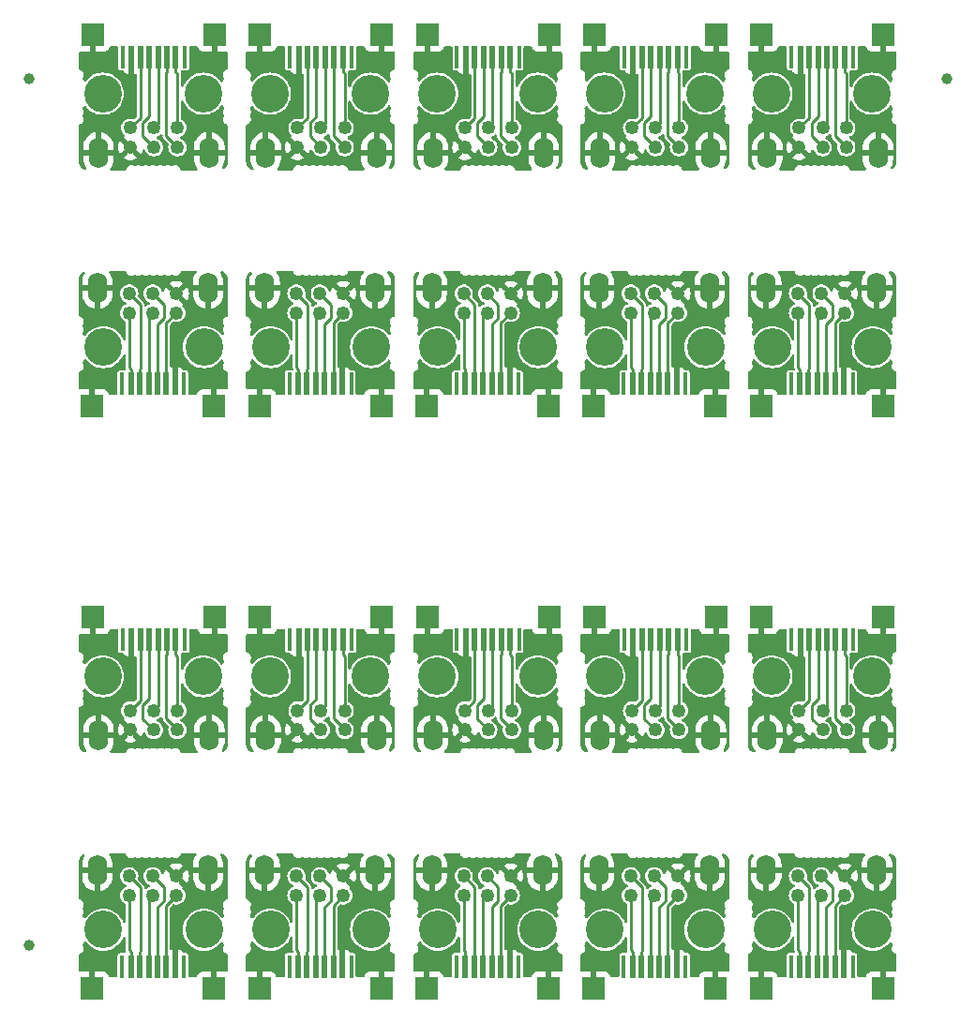
<source format=gbr>
%TF.GenerationSoftware,KiCad,Pcbnew,7.0.7*%
%TF.CreationDate,2023-12-24T11:29:26-08:00*%
%TF.ProjectId,Micro_AGB_Dongle_Panel,4d696372-6f5f-4414-9742-5f446f6e676c,rev?*%
%TF.SameCoordinates,Original*%
%TF.FileFunction,Copper,L1,Top*%
%TF.FilePolarity,Positive*%
%FSLAX46Y46*%
G04 Gerber Fmt 4.6, Leading zero omitted, Abs format (unit mm)*
G04 Created by KiCad (PCBNEW 7.0.7) date 2023-12-24 11:29:26*
%MOMM*%
%LPD*%
G01*
G04 APERTURE LIST*
%TA.AperFunction,SMDPad,CuDef*%
%ADD10R,0.500000X2.000000*%
%TD*%
%TA.AperFunction,SMDPad,CuDef*%
%ADD11R,2.000000X2.000000*%
%TD*%
%TA.AperFunction,SMDPad,CuDef*%
%ADD12R,0.400000X2.000000*%
%TD*%
%TA.AperFunction,ComponentPad*%
%ADD13C,1.250000*%
%TD*%
%TA.AperFunction,ComponentPad*%
%ADD14O,1.750000X2.750000*%
%TD*%
%TA.AperFunction,SMDPad,CuDef*%
%ADD15C,1.000000*%
%TD*%
%TA.AperFunction,ViaPad*%
%ADD16C,3.400000*%
%TD*%
%TA.AperFunction,Conductor*%
%ADD17C,0.250000*%
%TD*%
G04 APERTURE END LIST*
D10*
%TO.P,EXP1,1,PWR*%
%TO.N,Board_7-Net-(EXP1-PWR)*%
X146475000Y-52550000D03*
%TO.P,EXP1,2,SO*%
%TO.N,Board_7-Net-(EXP1-SO)*%
X147275000Y-52550000D03*
%TO.P,EXP1,3,SI*%
%TO.N,Board_7-Net-(EXP1-SI)*%
X148075000Y-52550000D03*
%TO.P,EXP1,4,SD*%
%TO.N,Board_7-Net-(EXP1-SD)*%
X148875000Y-52550000D03*
%TO.P,EXP1,5,SC*%
%TO.N,Board_7-Net-(EXP1-SC)*%
X149675000Y-52550000D03*
D11*
%TO.P,EXP1,6,GND*%
%TO.N,Board_7-Net-(EXP1-GND)*%
X153975000Y-54550000D03*
D10*
X150475000Y-52550000D03*
D11*
X142975000Y-54550000D03*
D12*
%TO.P,EXP1,7,CHG+*%
%TO.N,Board_7-unconnected-(EXP1-CHG+-Pad7)*%
X145675000Y-52550000D03*
%TO.P,EXP1,8,CHG-*%
%TO.N,Board_7-unconnected-(EXP1-CHG--Pad8)*%
X151275000Y-52550000D03*
%TD*%
%TO.P,EXP1,8,CHG-*%
%TO.N,Board_13-unconnected-(EXP1-CHG--Pad8)*%
X160825000Y-75650000D03*
%TO.P,EXP1,7,CHG+*%
%TO.N,Board_13-unconnected-(EXP1-CHG+-Pad7)*%
X166425000Y-75650000D03*
D11*
%TO.P,EXP1,6,GND*%
%TO.N,Board_13-Net-(EXP1-GND)*%
X169125000Y-73650000D03*
D10*
X161625000Y-75650000D03*
D11*
X158125000Y-73650000D03*
D10*
%TO.P,EXP1,5,SC*%
%TO.N,Board_13-Net-(EXP1-SC)*%
X162425000Y-75650000D03*
%TO.P,EXP1,4,SD*%
%TO.N,Board_13-Net-(EXP1-SD)*%
X163225000Y-75650000D03*
%TO.P,EXP1,3,SI*%
%TO.N,Board_13-Net-(EXP1-SI)*%
X164025000Y-75650000D03*
%TO.P,EXP1,2,SO*%
%TO.N,Board_13-Net-(EXP1-SO)*%
X164825000Y-75650000D03*
%TO.P,EXP1,1,PWR*%
%TO.N,Board_13-Net-(EXP1-PWR)*%
X165625000Y-75650000D03*
%TD*%
D12*
%TO.P,EXP1,8,CHG-*%
%TO.N,Board_10-unconnected-(EXP1-CHG--Pad8)*%
X115525000Y-75650000D03*
%TO.P,EXP1,7,CHG+*%
%TO.N,Board_10-unconnected-(EXP1-CHG+-Pad7)*%
X121125000Y-75650000D03*
D11*
%TO.P,EXP1,6,GND*%
%TO.N,Board_10-Net-(EXP1-GND)*%
X123825000Y-73650000D03*
D10*
X116325000Y-75650000D03*
D11*
X112825000Y-73650000D03*
D10*
%TO.P,EXP1,5,SC*%
%TO.N,Board_10-Net-(EXP1-SC)*%
X117125000Y-75650000D03*
%TO.P,EXP1,4,SD*%
%TO.N,Board_10-Net-(EXP1-SD)*%
X117925000Y-75650000D03*
%TO.P,EXP1,3,SI*%
%TO.N,Board_10-Net-(EXP1-SI)*%
X118725000Y-75650000D03*
%TO.P,EXP1,2,SO*%
%TO.N,Board_10-Net-(EXP1-SO)*%
X119525000Y-75650000D03*
%TO.P,EXP1,1,PWR*%
%TO.N,Board_10-Net-(EXP1-PWR)*%
X120325000Y-75650000D03*
%TD*%
D12*
%TO.P,EXP1,8,CHG-*%
%TO.N,Board_11-unconnected-(EXP1-CHG--Pad8)*%
X130625000Y-75650000D03*
%TO.P,EXP1,7,CHG+*%
%TO.N,Board_11-unconnected-(EXP1-CHG+-Pad7)*%
X136225000Y-75650000D03*
D11*
%TO.P,EXP1,6,GND*%
%TO.N,Board_11-Net-(EXP1-GND)*%
X138925000Y-73650000D03*
D10*
X131425000Y-75650000D03*
D11*
X127925000Y-73650000D03*
D10*
%TO.P,EXP1,5,SC*%
%TO.N,Board_11-Net-(EXP1-SC)*%
X132225000Y-75650000D03*
%TO.P,EXP1,4,SD*%
%TO.N,Board_11-Net-(EXP1-SD)*%
X133025000Y-75650000D03*
%TO.P,EXP1,3,SI*%
%TO.N,Board_11-Net-(EXP1-SI)*%
X133825000Y-75650000D03*
%TO.P,EXP1,2,SO*%
%TO.N,Board_11-Net-(EXP1-SO)*%
X134625000Y-75650000D03*
%TO.P,EXP1,1,PWR*%
%TO.N,Board_11-Net-(EXP1-PWR)*%
X135425000Y-75650000D03*
%TD*%
%TO.P,EXP1,1,PWR*%
%TO.N,Board_0-Net-(EXP1-PWR)*%
X120325000Y-23050000D03*
%TO.P,EXP1,2,SO*%
%TO.N,Board_0-Net-(EXP1-SO)*%
X119525000Y-23050000D03*
%TO.P,EXP1,3,SI*%
%TO.N,Board_0-Net-(EXP1-SI)*%
X118725000Y-23050000D03*
%TO.P,EXP1,4,SD*%
%TO.N,Board_0-Net-(EXP1-SD)*%
X117925000Y-23050000D03*
%TO.P,EXP1,5,SC*%
%TO.N,Board_0-Net-(EXP1-SC)*%
X117125000Y-23050000D03*
D11*
%TO.P,EXP1,6,GND*%
%TO.N,Board_0-Net-(EXP1-GND)*%
X112825000Y-21050000D03*
D10*
X116325000Y-23050000D03*
D11*
X123825000Y-21050000D03*
D12*
%TO.P,EXP1,7,CHG+*%
%TO.N,Board_0-unconnected-(EXP1-CHG+-Pad7)*%
X121125000Y-23050000D03*
%TO.P,EXP1,8,CHG-*%
%TO.N,Board_0-unconnected-(EXP1-CHG--Pad8)*%
X115525000Y-23050000D03*
%TD*%
D13*
%TO.P,EXP2,1,PWR*%
%TO.N,Board_7-Net-(EXP1-PWR)*%
X146325000Y-46150000D03*
%TO.P,EXP2,2,SO*%
%TO.N,Board_7-Net-(EXP1-SO)*%
X146325000Y-44400000D03*
%TO.P,EXP2,3,SI*%
%TO.N,Board_7-Net-(EXP1-SI)*%
X148450000Y-46150000D03*
%TO.P,EXP2,4,SD*%
%TO.N,Board_7-Net-(EXP1-SD)*%
X148450000Y-44400000D03*
%TO.P,EXP2,5,SC*%
%TO.N,Board_7-Net-(EXP1-SC)*%
X150575000Y-46150000D03*
D14*
%TO.P,EXP2,6,GND*%
%TO.N,Board_7-Net-(EXP1-GND)*%
X153450000Y-43900000D03*
D13*
X150575000Y-44400000D03*
D14*
X143450000Y-43900000D03*
%TD*%
D15*
%TO.P,KiKit_FID_T_1,*%
%TO.N,*%
X107050000Y-25000000D03*
%TD*%
D13*
%TO.P,EXP2,1,PWR*%
%TO.N,Board_2-Net-(EXP1-PWR)*%
X150675000Y-29450000D03*
%TO.P,EXP2,2,SO*%
%TO.N,Board_2-Net-(EXP1-SO)*%
X150675000Y-31200000D03*
%TO.P,EXP2,3,SI*%
%TO.N,Board_2-Net-(EXP1-SI)*%
X148550000Y-29450000D03*
%TO.P,EXP2,4,SD*%
%TO.N,Board_2-Net-(EXP1-SD)*%
X148550000Y-31200000D03*
%TO.P,EXP2,5,SC*%
%TO.N,Board_2-Net-(EXP1-SC)*%
X146425000Y-29450000D03*
D14*
%TO.P,EXP2,6,GND*%
%TO.N,Board_2-Net-(EXP1-GND)*%
X143550000Y-31700000D03*
D13*
X146425000Y-31200000D03*
D14*
X153550000Y-31700000D03*
%TD*%
%TO.P,EXP2,6,GND*%
%TO.N,Board_10-Net-(EXP1-GND)*%
X123350000Y-84300000D03*
D13*
X116225000Y-83800000D03*
D14*
X113350000Y-84300000D03*
D13*
%TO.P,EXP2,5,SC*%
%TO.N,Board_10-Net-(EXP1-SC)*%
X116225000Y-82050000D03*
%TO.P,EXP2,4,SD*%
%TO.N,Board_10-Net-(EXP1-SD)*%
X118350000Y-83800000D03*
%TO.P,EXP2,3,SI*%
%TO.N,Board_10-Net-(EXP1-SI)*%
X118350000Y-82050000D03*
%TO.P,EXP2,2,SO*%
%TO.N,Board_10-Net-(EXP1-SO)*%
X120475000Y-83800000D03*
%TO.P,EXP2,1,PWR*%
%TO.N,Board_10-Net-(EXP1-PWR)*%
X120475000Y-82050000D03*
%TD*%
D14*
%TO.P,EXP2,6,GND*%
%TO.N,Board_14-Net-(EXP1-GND)*%
X183750000Y-84300000D03*
D13*
X176625000Y-83800000D03*
D14*
X173750000Y-84300000D03*
D13*
%TO.P,EXP2,5,SC*%
%TO.N,Board_14-Net-(EXP1-SC)*%
X176625000Y-82050000D03*
%TO.P,EXP2,4,SD*%
%TO.N,Board_14-Net-(EXP1-SD)*%
X178750000Y-83800000D03*
%TO.P,EXP2,3,SI*%
%TO.N,Board_14-Net-(EXP1-SI)*%
X178750000Y-82050000D03*
%TO.P,EXP2,2,SO*%
%TO.N,Board_14-Net-(EXP1-SO)*%
X180875000Y-83800000D03*
%TO.P,EXP2,1,PWR*%
%TO.N,Board_14-Net-(EXP1-PWR)*%
X180875000Y-82050000D03*
%TD*%
D12*
%TO.P,EXP1,8,CHG-*%
%TO.N,Board_16-unconnected-(EXP1-CHG--Pad8)*%
X136175000Y-105150000D03*
%TO.P,EXP1,7,CHG+*%
%TO.N,Board_16-unconnected-(EXP1-CHG+-Pad7)*%
X130575000Y-105150000D03*
D11*
%TO.P,EXP1,6,GND*%
%TO.N,Board_16-Net-(EXP1-GND)*%
X127875000Y-107150000D03*
D10*
X135375000Y-105150000D03*
D11*
X138875000Y-107150000D03*
D10*
%TO.P,EXP1,5,SC*%
%TO.N,Board_16-Net-(EXP1-SC)*%
X134575000Y-105150000D03*
%TO.P,EXP1,4,SD*%
%TO.N,Board_16-Net-(EXP1-SD)*%
X133775000Y-105150000D03*
%TO.P,EXP1,3,SI*%
%TO.N,Board_16-Net-(EXP1-SI)*%
X132975000Y-105150000D03*
%TO.P,EXP1,2,SO*%
%TO.N,Board_16-Net-(EXP1-SO)*%
X132175000Y-105150000D03*
%TO.P,EXP1,1,PWR*%
%TO.N,Board_16-Net-(EXP1-PWR)*%
X131375000Y-105150000D03*
%TD*%
D12*
%TO.P,EXP1,8,CHG-*%
%TO.N,Board_14-unconnected-(EXP1-CHG--Pad8)*%
X175925000Y-75650000D03*
%TO.P,EXP1,7,CHG+*%
%TO.N,Board_14-unconnected-(EXP1-CHG+-Pad7)*%
X181525000Y-75650000D03*
D11*
%TO.P,EXP1,6,GND*%
%TO.N,Board_14-Net-(EXP1-GND)*%
X184225000Y-73650000D03*
D10*
X176725000Y-75650000D03*
D11*
X173225000Y-73650000D03*
D10*
%TO.P,EXP1,5,SC*%
%TO.N,Board_14-Net-(EXP1-SC)*%
X177525000Y-75650000D03*
%TO.P,EXP1,4,SD*%
%TO.N,Board_14-Net-(EXP1-SD)*%
X178325000Y-75650000D03*
%TO.P,EXP1,3,SI*%
%TO.N,Board_14-Net-(EXP1-SI)*%
X179125000Y-75650000D03*
%TO.P,EXP1,2,SO*%
%TO.N,Board_14-Net-(EXP1-SO)*%
X179925000Y-75650000D03*
%TO.P,EXP1,1,PWR*%
%TO.N,Board_14-Net-(EXP1-PWR)*%
X180725000Y-75650000D03*
%TD*%
D12*
%TO.P,EXP1,8,CHG-*%
%TO.N,Board_12-unconnected-(EXP1-CHG--Pad8)*%
X145725000Y-75650000D03*
%TO.P,EXP1,7,CHG+*%
%TO.N,Board_12-unconnected-(EXP1-CHG+-Pad7)*%
X151325000Y-75650000D03*
D11*
%TO.P,EXP1,6,GND*%
%TO.N,Board_12-Net-(EXP1-GND)*%
X154025000Y-73650000D03*
D10*
X146525000Y-75650000D03*
D11*
X143025000Y-73650000D03*
D10*
%TO.P,EXP1,5,SC*%
%TO.N,Board_12-Net-(EXP1-SC)*%
X147325000Y-75650000D03*
%TO.P,EXP1,4,SD*%
%TO.N,Board_12-Net-(EXP1-SD)*%
X148125000Y-75650000D03*
%TO.P,EXP1,3,SI*%
%TO.N,Board_12-Net-(EXP1-SI)*%
X148925000Y-75650000D03*
%TO.P,EXP1,2,SO*%
%TO.N,Board_12-Net-(EXP1-SO)*%
X149725000Y-75650000D03*
%TO.P,EXP1,1,PWR*%
%TO.N,Board_12-Net-(EXP1-PWR)*%
X150525000Y-75650000D03*
%TD*%
%TO.P,EXP1,1,PWR*%
%TO.N,Board_3-Net-(EXP1-PWR)*%
X165625000Y-23050000D03*
%TO.P,EXP1,2,SO*%
%TO.N,Board_3-Net-(EXP1-SO)*%
X164825000Y-23050000D03*
%TO.P,EXP1,3,SI*%
%TO.N,Board_3-Net-(EXP1-SI)*%
X164025000Y-23050000D03*
%TO.P,EXP1,4,SD*%
%TO.N,Board_3-Net-(EXP1-SD)*%
X163225000Y-23050000D03*
%TO.P,EXP1,5,SC*%
%TO.N,Board_3-Net-(EXP1-SC)*%
X162425000Y-23050000D03*
D11*
%TO.P,EXP1,6,GND*%
%TO.N,Board_3-Net-(EXP1-GND)*%
X158125000Y-21050000D03*
D10*
X161625000Y-23050000D03*
D11*
X169125000Y-21050000D03*
D12*
%TO.P,EXP1,7,CHG+*%
%TO.N,Board_3-unconnected-(EXP1-CHG+-Pad7)*%
X166425000Y-23050000D03*
%TO.P,EXP1,8,CHG-*%
%TO.N,Board_3-unconnected-(EXP1-CHG--Pad8)*%
X160825000Y-23050000D03*
%TD*%
D10*
%TO.P,EXP1,1,PWR*%
%TO.N,Board_8-Net-(EXP1-PWR)*%
X161575000Y-52550000D03*
%TO.P,EXP1,2,SO*%
%TO.N,Board_8-Net-(EXP1-SO)*%
X162375000Y-52550000D03*
%TO.P,EXP1,3,SI*%
%TO.N,Board_8-Net-(EXP1-SI)*%
X163175000Y-52550000D03*
%TO.P,EXP1,4,SD*%
%TO.N,Board_8-Net-(EXP1-SD)*%
X163975000Y-52550000D03*
%TO.P,EXP1,5,SC*%
%TO.N,Board_8-Net-(EXP1-SC)*%
X164775000Y-52550000D03*
D11*
%TO.P,EXP1,6,GND*%
%TO.N,Board_8-Net-(EXP1-GND)*%
X169075000Y-54550000D03*
D10*
X165575000Y-52550000D03*
D11*
X158075000Y-54550000D03*
D12*
%TO.P,EXP1,7,CHG+*%
%TO.N,Board_8-unconnected-(EXP1-CHG+-Pad7)*%
X160775000Y-52550000D03*
%TO.P,EXP1,8,CHG-*%
%TO.N,Board_8-unconnected-(EXP1-CHG--Pad8)*%
X166375000Y-52550000D03*
%TD*%
D13*
%TO.P,EXP2,1,PWR*%
%TO.N,Board_0-Net-(EXP1-PWR)*%
X120475000Y-29450000D03*
%TO.P,EXP2,2,SO*%
%TO.N,Board_0-Net-(EXP1-SO)*%
X120475000Y-31200000D03*
%TO.P,EXP2,3,SI*%
%TO.N,Board_0-Net-(EXP1-SI)*%
X118350000Y-29450000D03*
%TO.P,EXP2,4,SD*%
%TO.N,Board_0-Net-(EXP1-SD)*%
X118350000Y-31200000D03*
%TO.P,EXP2,5,SC*%
%TO.N,Board_0-Net-(EXP1-SC)*%
X116225000Y-29450000D03*
D14*
%TO.P,EXP2,6,GND*%
%TO.N,Board_0-Net-(EXP1-GND)*%
X113350000Y-31700000D03*
D13*
X116225000Y-31200000D03*
D14*
X123350000Y-31700000D03*
%TD*%
D15*
%TO.P,KiKit_FID_T_2,*%
%TO.N,*%
X189950000Y-25000000D03*
%TD*%
D12*
%TO.P,EXP1,8,CHG-*%
%TO.N,Board_18-unconnected-(EXP1-CHG--Pad8)*%
X166375000Y-105150000D03*
%TO.P,EXP1,7,CHG+*%
%TO.N,Board_18-unconnected-(EXP1-CHG+-Pad7)*%
X160775000Y-105150000D03*
D11*
%TO.P,EXP1,6,GND*%
%TO.N,Board_18-Net-(EXP1-GND)*%
X158075000Y-107150000D03*
D10*
X165575000Y-105150000D03*
D11*
X169075000Y-107150000D03*
D10*
%TO.P,EXP1,5,SC*%
%TO.N,Board_18-Net-(EXP1-SC)*%
X164775000Y-105150000D03*
%TO.P,EXP1,4,SD*%
%TO.N,Board_18-Net-(EXP1-SD)*%
X163975000Y-105150000D03*
%TO.P,EXP1,3,SI*%
%TO.N,Board_18-Net-(EXP1-SI)*%
X163175000Y-105150000D03*
%TO.P,EXP1,2,SO*%
%TO.N,Board_18-Net-(EXP1-SO)*%
X162375000Y-105150000D03*
%TO.P,EXP1,1,PWR*%
%TO.N,Board_18-Net-(EXP1-PWR)*%
X161575000Y-105150000D03*
%TD*%
D12*
%TO.P,EXP1,8,CHG-*%
%TO.N,Board_17-unconnected-(EXP1-CHG--Pad8)*%
X151275000Y-105150000D03*
%TO.P,EXP1,7,CHG+*%
%TO.N,Board_17-unconnected-(EXP1-CHG+-Pad7)*%
X145675000Y-105150000D03*
D11*
%TO.P,EXP1,6,GND*%
%TO.N,Board_17-Net-(EXP1-GND)*%
X142975000Y-107150000D03*
D10*
X150475000Y-105150000D03*
D11*
X153975000Y-107150000D03*
D10*
%TO.P,EXP1,5,SC*%
%TO.N,Board_17-Net-(EXP1-SC)*%
X149675000Y-105150000D03*
%TO.P,EXP1,4,SD*%
%TO.N,Board_17-Net-(EXP1-SD)*%
X148875000Y-105150000D03*
%TO.P,EXP1,3,SI*%
%TO.N,Board_17-Net-(EXP1-SI)*%
X148075000Y-105150000D03*
%TO.P,EXP1,2,SO*%
%TO.N,Board_17-Net-(EXP1-SO)*%
X147275000Y-105150000D03*
%TO.P,EXP1,1,PWR*%
%TO.N,Board_17-Net-(EXP1-PWR)*%
X146475000Y-105150000D03*
%TD*%
D14*
%TO.P,EXP2,6,GND*%
%TO.N,Board_18-Net-(EXP1-GND)*%
X158550000Y-96500000D03*
D13*
X165675000Y-97000000D03*
D14*
X168550000Y-96500000D03*
D13*
%TO.P,EXP2,5,SC*%
%TO.N,Board_18-Net-(EXP1-SC)*%
X165675000Y-98750000D03*
%TO.P,EXP2,4,SD*%
%TO.N,Board_18-Net-(EXP1-SD)*%
X163550000Y-97000000D03*
%TO.P,EXP2,3,SI*%
%TO.N,Board_18-Net-(EXP1-SI)*%
X163550000Y-98750000D03*
%TO.P,EXP2,2,SO*%
%TO.N,Board_18-Net-(EXP1-SO)*%
X161425000Y-97000000D03*
%TO.P,EXP2,1,PWR*%
%TO.N,Board_18-Net-(EXP1-PWR)*%
X161425000Y-98750000D03*
%TD*%
D10*
%TO.P,EXP1,1,PWR*%
%TO.N,Board_4-Net-(EXP1-PWR)*%
X180725000Y-23050000D03*
%TO.P,EXP1,2,SO*%
%TO.N,Board_4-Net-(EXP1-SO)*%
X179925000Y-23050000D03*
%TO.P,EXP1,3,SI*%
%TO.N,Board_4-Net-(EXP1-SI)*%
X179125000Y-23050000D03*
%TO.P,EXP1,4,SD*%
%TO.N,Board_4-Net-(EXP1-SD)*%
X178325000Y-23050000D03*
%TO.P,EXP1,5,SC*%
%TO.N,Board_4-Net-(EXP1-SC)*%
X177525000Y-23050000D03*
D11*
%TO.P,EXP1,6,GND*%
%TO.N,Board_4-Net-(EXP1-GND)*%
X173225000Y-21050000D03*
D10*
X176725000Y-23050000D03*
D11*
X184225000Y-21050000D03*
D12*
%TO.P,EXP1,7,CHG+*%
%TO.N,Board_4-unconnected-(EXP1-CHG+-Pad7)*%
X181525000Y-23050000D03*
%TO.P,EXP1,8,CHG-*%
%TO.N,Board_4-unconnected-(EXP1-CHG--Pad8)*%
X175925000Y-23050000D03*
%TD*%
D13*
%TO.P,EXP2,1,PWR*%
%TO.N,Board_9-Net-(EXP1-PWR)*%
X176525000Y-46150000D03*
%TO.P,EXP2,2,SO*%
%TO.N,Board_9-Net-(EXP1-SO)*%
X176525000Y-44400000D03*
%TO.P,EXP2,3,SI*%
%TO.N,Board_9-Net-(EXP1-SI)*%
X178650000Y-46150000D03*
%TO.P,EXP2,4,SD*%
%TO.N,Board_9-Net-(EXP1-SD)*%
X178650000Y-44400000D03*
%TO.P,EXP2,5,SC*%
%TO.N,Board_9-Net-(EXP1-SC)*%
X180775000Y-46150000D03*
D14*
%TO.P,EXP2,6,GND*%
%TO.N,Board_9-Net-(EXP1-GND)*%
X183650000Y-43900000D03*
D13*
X180775000Y-44400000D03*
D14*
X173650000Y-43900000D03*
%TD*%
%TO.P,EXP2,6,GND*%
%TO.N,Board_17-Net-(EXP1-GND)*%
X143450000Y-96500000D03*
D13*
X150575000Y-97000000D03*
D14*
X153450000Y-96500000D03*
D13*
%TO.P,EXP2,5,SC*%
%TO.N,Board_17-Net-(EXP1-SC)*%
X150575000Y-98750000D03*
%TO.P,EXP2,4,SD*%
%TO.N,Board_17-Net-(EXP1-SD)*%
X148450000Y-97000000D03*
%TO.P,EXP2,3,SI*%
%TO.N,Board_17-Net-(EXP1-SI)*%
X148450000Y-98750000D03*
%TO.P,EXP2,2,SO*%
%TO.N,Board_17-Net-(EXP1-SO)*%
X146325000Y-97000000D03*
%TO.P,EXP2,1,PWR*%
%TO.N,Board_17-Net-(EXP1-PWR)*%
X146325000Y-98750000D03*
%TD*%
D14*
%TO.P,EXP2,6,GND*%
%TO.N,Board_12-Net-(EXP1-GND)*%
X153550000Y-84300000D03*
D13*
X146425000Y-83800000D03*
D14*
X143550000Y-84300000D03*
D13*
%TO.P,EXP2,5,SC*%
%TO.N,Board_12-Net-(EXP1-SC)*%
X146425000Y-82050000D03*
%TO.P,EXP2,4,SD*%
%TO.N,Board_12-Net-(EXP1-SD)*%
X148550000Y-83800000D03*
%TO.P,EXP2,3,SI*%
%TO.N,Board_12-Net-(EXP1-SI)*%
X148550000Y-82050000D03*
%TO.P,EXP2,2,SO*%
%TO.N,Board_12-Net-(EXP1-SO)*%
X150675000Y-83800000D03*
%TO.P,EXP2,1,PWR*%
%TO.N,Board_12-Net-(EXP1-PWR)*%
X150675000Y-82050000D03*
%TD*%
D10*
%TO.P,EXP1,1,PWR*%
%TO.N,Board_5-Net-(EXP1-PWR)*%
X116275000Y-52550000D03*
%TO.P,EXP1,2,SO*%
%TO.N,Board_5-Net-(EXP1-SO)*%
X117075000Y-52550000D03*
%TO.P,EXP1,3,SI*%
%TO.N,Board_5-Net-(EXP1-SI)*%
X117875000Y-52550000D03*
%TO.P,EXP1,4,SD*%
%TO.N,Board_5-Net-(EXP1-SD)*%
X118675000Y-52550000D03*
%TO.P,EXP1,5,SC*%
%TO.N,Board_5-Net-(EXP1-SC)*%
X119475000Y-52550000D03*
D11*
%TO.P,EXP1,6,GND*%
%TO.N,Board_5-Net-(EXP1-GND)*%
X123775000Y-54550000D03*
D10*
X120275000Y-52550000D03*
D11*
X112775000Y-54550000D03*
D12*
%TO.P,EXP1,7,CHG+*%
%TO.N,Board_5-unconnected-(EXP1-CHG+-Pad7)*%
X115475000Y-52550000D03*
%TO.P,EXP1,8,CHG-*%
%TO.N,Board_5-unconnected-(EXP1-CHG--Pad8)*%
X121075000Y-52550000D03*
%TD*%
D15*
%TO.P,KiKit_FID_T_3,*%
%TO.N,*%
X107050000Y-103200000D03*
%TD*%
D14*
%TO.P,EXP2,6,GND*%
%TO.N,Board_13-Net-(EXP1-GND)*%
X168650000Y-84300000D03*
D13*
X161525000Y-83800000D03*
D14*
X158650000Y-84300000D03*
D13*
%TO.P,EXP2,5,SC*%
%TO.N,Board_13-Net-(EXP1-SC)*%
X161525000Y-82050000D03*
%TO.P,EXP2,4,SD*%
%TO.N,Board_13-Net-(EXP1-SD)*%
X163650000Y-83800000D03*
%TO.P,EXP2,3,SI*%
%TO.N,Board_13-Net-(EXP1-SI)*%
X163650000Y-82050000D03*
%TO.P,EXP2,2,SO*%
%TO.N,Board_13-Net-(EXP1-SO)*%
X165775000Y-83800000D03*
%TO.P,EXP2,1,PWR*%
%TO.N,Board_13-Net-(EXP1-PWR)*%
X165775000Y-82050000D03*
%TD*%
%TO.P,EXP2,1,PWR*%
%TO.N,Board_6-Net-(EXP1-PWR)*%
X131225000Y-46150000D03*
%TO.P,EXP2,2,SO*%
%TO.N,Board_6-Net-(EXP1-SO)*%
X131225000Y-44400000D03*
%TO.P,EXP2,3,SI*%
%TO.N,Board_6-Net-(EXP1-SI)*%
X133350000Y-46150000D03*
%TO.P,EXP2,4,SD*%
%TO.N,Board_6-Net-(EXP1-SD)*%
X133350000Y-44400000D03*
%TO.P,EXP2,5,SC*%
%TO.N,Board_6-Net-(EXP1-SC)*%
X135475000Y-46150000D03*
D14*
%TO.P,EXP2,6,GND*%
%TO.N,Board_6-Net-(EXP1-GND)*%
X138350000Y-43900000D03*
D13*
X135475000Y-44400000D03*
D14*
X128350000Y-43900000D03*
%TD*%
D10*
%TO.P,EXP1,1,PWR*%
%TO.N,Board_6-Net-(EXP1-PWR)*%
X131375000Y-52550000D03*
%TO.P,EXP1,2,SO*%
%TO.N,Board_6-Net-(EXP1-SO)*%
X132175000Y-52550000D03*
%TO.P,EXP1,3,SI*%
%TO.N,Board_6-Net-(EXP1-SI)*%
X132975000Y-52550000D03*
%TO.P,EXP1,4,SD*%
%TO.N,Board_6-Net-(EXP1-SD)*%
X133775000Y-52550000D03*
%TO.P,EXP1,5,SC*%
%TO.N,Board_6-Net-(EXP1-SC)*%
X134575000Y-52550000D03*
D11*
%TO.P,EXP1,6,GND*%
%TO.N,Board_6-Net-(EXP1-GND)*%
X138875000Y-54550000D03*
D10*
X135375000Y-52550000D03*
D11*
X127875000Y-54550000D03*
D12*
%TO.P,EXP1,7,CHG+*%
%TO.N,Board_6-unconnected-(EXP1-CHG+-Pad7)*%
X130575000Y-52550000D03*
%TO.P,EXP1,8,CHG-*%
%TO.N,Board_6-unconnected-(EXP1-CHG--Pad8)*%
X136175000Y-52550000D03*
%TD*%
%TO.P,EXP1,8,CHG-*%
%TO.N,Board_15-unconnected-(EXP1-CHG--Pad8)*%
X121075000Y-105150000D03*
%TO.P,EXP1,7,CHG+*%
%TO.N,Board_15-unconnected-(EXP1-CHG+-Pad7)*%
X115475000Y-105150000D03*
D11*
%TO.P,EXP1,6,GND*%
%TO.N,Board_15-Net-(EXP1-GND)*%
X112775000Y-107150000D03*
D10*
X120275000Y-105150000D03*
D11*
X123775000Y-107150000D03*
D10*
%TO.P,EXP1,5,SC*%
%TO.N,Board_15-Net-(EXP1-SC)*%
X119475000Y-105150000D03*
%TO.P,EXP1,4,SD*%
%TO.N,Board_15-Net-(EXP1-SD)*%
X118675000Y-105150000D03*
%TO.P,EXP1,3,SI*%
%TO.N,Board_15-Net-(EXP1-SI)*%
X117875000Y-105150000D03*
%TO.P,EXP1,2,SO*%
%TO.N,Board_15-Net-(EXP1-SO)*%
X117075000Y-105150000D03*
%TO.P,EXP1,1,PWR*%
%TO.N,Board_15-Net-(EXP1-PWR)*%
X116275000Y-105150000D03*
%TD*%
D13*
%TO.P,EXP2,1,PWR*%
%TO.N,Board_8-Net-(EXP1-PWR)*%
X161425000Y-46150000D03*
%TO.P,EXP2,2,SO*%
%TO.N,Board_8-Net-(EXP1-SO)*%
X161425000Y-44400000D03*
%TO.P,EXP2,3,SI*%
%TO.N,Board_8-Net-(EXP1-SI)*%
X163550000Y-46150000D03*
%TO.P,EXP2,4,SD*%
%TO.N,Board_8-Net-(EXP1-SD)*%
X163550000Y-44400000D03*
%TO.P,EXP2,5,SC*%
%TO.N,Board_8-Net-(EXP1-SC)*%
X165675000Y-46150000D03*
D14*
%TO.P,EXP2,6,GND*%
%TO.N,Board_8-Net-(EXP1-GND)*%
X168550000Y-43900000D03*
D13*
X165675000Y-44400000D03*
D14*
X158550000Y-43900000D03*
%TD*%
%TO.P,EXP2,6,GND*%
%TO.N,Board_16-Net-(EXP1-GND)*%
X128350000Y-96500000D03*
D13*
X135475000Y-97000000D03*
D14*
X138350000Y-96500000D03*
D13*
%TO.P,EXP2,5,SC*%
%TO.N,Board_16-Net-(EXP1-SC)*%
X135475000Y-98750000D03*
%TO.P,EXP2,4,SD*%
%TO.N,Board_16-Net-(EXP1-SD)*%
X133350000Y-97000000D03*
%TO.P,EXP2,3,SI*%
%TO.N,Board_16-Net-(EXP1-SI)*%
X133350000Y-98750000D03*
%TO.P,EXP2,2,SO*%
%TO.N,Board_16-Net-(EXP1-SO)*%
X131225000Y-97000000D03*
%TO.P,EXP2,1,PWR*%
%TO.N,Board_16-Net-(EXP1-PWR)*%
X131225000Y-98750000D03*
%TD*%
%TO.P,EXP2,1,PWR*%
%TO.N,Board_5-Net-(EXP1-PWR)*%
X116125000Y-46150000D03*
%TO.P,EXP2,2,SO*%
%TO.N,Board_5-Net-(EXP1-SO)*%
X116125000Y-44400000D03*
%TO.P,EXP2,3,SI*%
%TO.N,Board_5-Net-(EXP1-SI)*%
X118250000Y-46150000D03*
%TO.P,EXP2,4,SD*%
%TO.N,Board_5-Net-(EXP1-SD)*%
X118250000Y-44400000D03*
%TO.P,EXP2,5,SC*%
%TO.N,Board_5-Net-(EXP1-SC)*%
X120375000Y-46150000D03*
D14*
%TO.P,EXP2,6,GND*%
%TO.N,Board_5-Net-(EXP1-GND)*%
X123250000Y-43900000D03*
D13*
X120375000Y-44400000D03*
D14*
X113250000Y-43900000D03*
%TD*%
D12*
%TO.P,EXP1,8,CHG-*%
%TO.N,Board_19-unconnected-(EXP1-CHG--Pad8)*%
X181475000Y-105150000D03*
%TO.P,EXP1,7,CHG+*%
%TO.N,Board_19-unconnected-(EXP1-CHG+-Pad7)*%
X175875000Y-105150000D03*
D11*
%TO.P,EXP1,6,GND*%
%TO.N,Board_19-Net-(EXP1-GND)*%
X173175000Y-107150000D03*
D10*
X180675000Y-105150000D03*
D11*
X184175000Y-107150000D03*
D10*
%TO.P,EXP1,5,SC*%
%TO.N,Board_19-Net-(EXP1-SC)*%
X179875000Y-105150000D03*
%TO.P,EXP1,4,SD*%
%TO.N,Board_19-Net-(EXP1-SD)*%
X179075000Y-105150000D03*
%TO.P,EXP1,3,SI*%
%TO.N,Board_19-Net-(EXP1-SI)*%
X178275000Y-105150000D03*
%TO.P,EXP1,2,SO*%
%TO.N,Board_19-Net-(EXP1-SO)*%
X177475000Y-105150000D03*
%TO.P,EXP1,1,PWR*%
%TO.N,Board_19-Net-(EXP1-PWR)*%
X176675000Y-105150000D03*
%TD*%
D13*
%TO.P,EXP2,1,PWR*%
%TO.N,Board_1-Net-(EXP1-PWR)*%
X135575000Y-29450000D03*
%TO.P,EXP2,2,SO*%
%TO.N,Board_1-Net-(EXP1-SO)*%
X135575000Y-31200000D03*
%TO.P,EXP2,3,SI*%
%TO.N,Board_1-Net-(EXP1-SI)*%
X133450000Y-29450000D03*
%TO.P,EXP2,4,SD*%
%TO.N,Board_1-Net-(EXP1-SD)*%
X133450000Y-31200000D03*
%TO.P,EXP2,5,SC*%
%TO.N,Board_1-Net-(EXP1-SC)*%
X131325000Y-29450000D03*
D14*
%TO.P,EXP2,6,GND*%
%TO.N,Board_1-Net-(EXP1-GND)*%
X128450000Y-31700000D03*
D13*
X131325000Y-31200000D03*
D14*
X138450000Y-31700000D03*
%TD*%
D13*
%TO.P,EXP2,1,PWR*%
%TO.N,Board_3-Net-(EXP1-PWR)*%
X165775000Y-29450000D03*
%TO.P,EXP2,2,SO*%
%TO.N,Board_3-Net-(EXP1-SO)*%
X165775000Y-31200000D03*
%TO.P,EXP2,3,SI*%
%TO.N,Board_3-Net-(EXP1-SI)*%
X163650000Y-29450000D03*
%TO.P,EXP2,4,SD*%
%TO.N,Board_3-Net-(EXP1-SD)*%
X163650000Y-31200000D03*
%TO.P,EXP2,5,SC*%
%TO.N,Board_3-Net-(EXP1-SC)*%
X161525000Y-29450000D03*
D14*
%TO.P,EXP2,6,GND*%
%TO.N,Board_3-Net-(EXP1-GND)*%
X158650000Y-31700000D03*
D13*
X161525000Y-31200000D03*
D14*
X168650000Y-31700000D03*
%TD*%
D13*
%TO.P,EXP2,1,PWR*%
%TO.N,Board_4-Net-(EXP1-PWR)*%
X180875000Y-29450000D03*
%TO.P,EXP2,2,SO*%
%TO.N,Board_4-Net-(EXP1-SO)*%
X180875000Y-31200000D03*
%TO.P,EXP2,3,SI*%
%TO.N,Board_4-Net-(EXP1-SI)*%
X178750000Y-29450000D03*
%TO.P,EXP2,4,SD*%
%TO.N,Board_4-Net-(EXP1-SD)*%
X178750000Y-31200000D03*
%TO.P,EXP2,5,SC*%
%TO.N,Board_4-Net-(EXP1-SC)*%
X176625000Y-29450000D03*
D14*
%TO.P,EXP2,6,GND*%
%TO.N,Board_4-Net-(EXP1-GND)*%
X173750000Y-31700000D03*
D13*
X176625000Y-31200000D03*
D14*
X183750000Y-31700000D03*
%TD*%
%TO.P,EXP2,6,GND*%
%TO.N,Board_15-Net-(EXP1-GND)*%
X113250000Y-96500000D03*
D13*
X120375000Y-97000000D03*
D14*
X123250000Y-96500000D03*
D13*
%TO.P,EXP2,5,SC*%
%TO.N,Board_15-Net-(EXP1-SC)*%
X120375000Y-98750000D03*
%TO.P,EXP2,4,SD*%
%TO.N,Board_15-Net-(EXP1-SD)*%
X118250000Y-97000000D03*
%TO.P,EXP2,3,SI*%
%TO.N,Board_15-Net-(EXP1-SI)*%
X118250000Y-98750000D03*
%TO.P,EXP2,2,SO*%
%TO.N,Board_15-Net-(EXP1-SO)*%
X116125000Y-97000000D03*
%TO.P,EXP2,1,PWR*%
%TO.N,Board_15-Net-(EXP1-PWR)*%
X116125000Y-98750000D03*
%TD*%
D14*
%TO.P,EXP2,6,GND*%
%TO.N,Board_19-Net-(EXP1-GND)*%
X173650000Y-96500000D03*
D13*
X180775000Y-97000000D03*
D14*
X183650000Y-96500000D03*
D13*
%TO.P,EXP2,5,SC*%
%TO.N,Board_19-Net-(EXP1-SC)*%
X180775000Y-98750000D03*
%TO.P,EXP2,4,SD*%
%TO.N,Board_19-Net-(EXP1-SD)*%
X178650000Y-97000000D03*
%TO.P,EXP2,3,SI*%
%TO.N,Board_19-Net-(EXP1-SI)*%
X178650000Y-98750000D03*
%TO.P,EXP2,2,SO*%
%TO.N,Board_19-Net-(EXP1-SO)*%
X176525000Y-97000000D03*
%TO.P,EXP2,1,PWR*%
%TO.N,Board_19-Net-(EXP1-PWR)*%
X176525000Y-98750000D03*
%TD*%
D10*
%TO.P,EXP1,1,PWR*%
%TO.N,Board_9-Net-(EXP1-PWR)*%
X176675000Y-52550000D03*
%TO.P,EXP1,2,SO*%
%TO.N,Board_9-Net-(EXP1-SO)*%
X177475000Y-52550000D03*
%TO.P,EXP1,3,SI*%
%TO.N,Board_9-Net-(EXP1-SI)*%
X178275000Y-52550000D03*
%TO.P,EXP1,4,SD*%
%TO.N,Board_9-Net-(EXP1-SD)*%
X179075000Y-52550000D03*
%TO.P,EXP1,5,SC*%
%TO.N,Board_9-Net-(EXP1-SC)*%
X179875000Y-52550000D03*
D11*
%TO.P,EXP1,6,GND*%
%TO.N,Board_9-Net-(EXP1-GND)*%
X184175000Y-54550000D03*
D10*
X180675000Y-52550000D03*
D11*
X173175000Y-54550000D03*
D12*
%TO.P,EXP1,7,CHG+*%
%TO.N,Board_9-unconnected-(EXP1-CHG+-Pad7)*%
X175875000Y-52550000D03*
%TO.P,EXP1,8,CHG-*%
%TO.N,Board_9-unconnected-(EXP1-CHG--Pad8)*%
X181475000Y-52550000D03*
%TD*%
D10*
%TO.P,EXP1,1,PWR*%
%TO.N,Board_1-Net-(EXP1-PWR)*%
X135425000Y-23050000D03*
%TO.P,EXP1,2,SO*%
%TO.N,Board_1-Net-(EXP1-SO)*%
X134625000Y-23050000D03*
%TO.P,EXP1,3,SI*%
%TO.N,Board_1-Net-(EXP1-SI)*%
X133825000Y-23050000D03*
%TO.P,EXP1,4,SD*%
%TO.N,Board_1-Net-(EXP1-SD)*%
X133025000Y-23050000D03*
%TO.P,EXP1,5,SC*%
%TO.N,Board_1-Net-(EXP1-SC)*%
X132225000Y-23050000D03*
D11*
%TO.P,EXP1,6,GND*%
%TO.N,Board_1-Net-(EXP1-GND)*%
X127925000Y-21050000D03*
D10*
X131425000Y-23050000D03*
D11*
X138925000Y-21050000D03*
D12*
%TO.P,EXP1,7,CHG+*%
%TO.N,Board_1-unconnected-(EXP1-CHG+-Pad7)*%
X136225000Y-23050000D03*
%TO.P,EXP1,8,CHG-*%
%TO.N,Board_1-unconnected-(EXP1-CHG--Pad8)*%
X130625000Y-23050000D03*
%TD*%
D10*
%TO.P,EXP1,1,PWR*%
%TO.N,Board_2-Net-(EXP1-PWR)*%
X150525000Y-23050000D03*
%TO.P,EXP1,2,SO*%
%TO.N,Board_2-Net-(EXP1-SO)*%
X149725000Y-23050000D03*
%TO.P,EXP1,3,SI*%
%TO.N,Board_2-Net-(EXP1-SI)*%
X148925000Y-23050000D03*
%TO.P,EXP1,4,SD*%
%TO.N,Board_2-Net-(EXP1-SD)*%
X148125000Y-23050000D03*
%TO.P,EXP1,5,SC*%
%TO.N,Board_2-Net-(EXP1-SC)*%
X147325000Y-23050000D03*
D11*
%TO.P,EXP1,6,GND*%
%TO.N,Board_2-Net-(EXP1-GND)*%
X143025000Y-21050000D03*
D10*
X146525000Y-23050000D03*
D11*
X154025000Y-21050000D03*
D12*
%TO.P,EXP1,7,CHG+*%
%TO.N,Board_2-unconnected-(EXP1-CHG+-Pad7)*%
X151325000Y-23050000D03*
%TO.P,EXP1,8,CHG-*%
%TO.N,Board_2-unconnected-(EXP1-CHG--Pad8)*%
X145725000Y-23050000D03*
%TD*%
D14*
%TO.P,EXP2,6,GND*%
%TO.N,Board_11-Net-(EXP1-GND)*%
X138450000Y-84300000D03*
D13*
X131325000Y-83800000D03*
D14*
X128450000Y-84300000D03*
D13*
%TO.P,EXP2,5,SC*%
%TO.N,Board_11-Net-(EXP1-SC)*%
X131325000Y-82050000D03*
%TO.P,EXP2,4,SD*%
%TO.N,Board_11-Net-(EXP1-SD)*%
X133450000Y-83800000D03*
%TO.P,EXP2,3,SI*%
%TO.N,Board_11-Net-(EXP1-SI)*%
X133450000Y-82050000D03*
%TO.P,EXP2,2,SO*%
%TO.N,Board_11-Net-(EXP1-SO)*%
X135575000Y-83800000D03*
%TO.P,EXP2,1,PWR*%
%TO.N,Board_11-Net-(EXP1-PWR)*%
X135575000Y-82050000D03*
%TD*%
D16*
%TO.N,*%
X143990000Y-49240000D03*
X168110000Y-26360000D03*
X159030000Y-78960000D03*
X183210000Y-26360000D03*
X153010000Y-78960000D03*
X137970000Y-49240000D03*
X122870000Y-101840000D03*
X143930000Y-78960000D03*
X168170000Y-49240000D03*
X153070000Y-49240000D03*
X174190000Y-49240000D03*
X168110000Y-78960000D03*
X113730000Y-26360000D03*
X122870000Y-49240000D03*
X122810000Y-78960000D03*
X183270000Y-101840000D03*
X174130000Y-26360000D03*
X183270000Y-49240000D03*
X153010000Y-26360000D03*
X159090000Y-49240000D03*
X122810000Y-26360000D03*
X137910000Y-78960000D03*
X143990000Y-101840000D03*
X113790000Y-49240000D03*
X113730000Y-78960000D03*
X159030000Y-26360000D03*
X153070000Y-101840000D03*
X143930000Y-26360000D03*
X168170000Y-101840000D03*
X128890000Y-101840000D03*
X137970000Y-101840000D03*
X128830000Y-26360000D03*
X113790000Y-101840000D03*
X128830000Y-78960000D03*
X137910000Y-26360000D03*
X174130000Y-78960000D03*
X183210000Y-78960000D03*
X159090000Y-101840000D03*
X128890000Y-49240000D03*
X174190000Y-101840000D03*
%TD*%
D17*
%TO.N,Board_0-Net-(EXP1-PWR)*%
X120325000Y-23050000D02*
X120325000Y-24376900D01*
X120475000Y-29450000D02*
X120475000Y-24526900D01*
X120475000Y-24526900D02*
X120325000Y-24376900D01*
%TO.N,Board_0-Net-(EXP1-SC)*%
X117125000Y-28550000D02*
X117125000Y-23050000D01*
X116225000Y-29450000D02*
X117125000Y-28550000D01*
%TO.N,Board_0-Net-(EXP1-SD)*%
X117353200Y-28960900D02*
X117925000Y-28389100D01*
X117925000Y-28389100D02*
X117925000Y-23050000D01*
X118350000Y-31200000D02*
X117353200Y-30203200D01*
X117353200Y-30203200D02*
X117353200Y-28960900D01*
%TO.N,Board_0-Net-(EXP1-SI)*%
X118350000Y-29450000D02*
X118725000Y-29075000D01*
X118725000Y-29075000D02*
X118725000Y-23050000D01*
%TO.N,Board_0-Net-(EXP1-SO)*%
X119468700Y-30193700D02*
X120475000Y-31200000D01*
X119525000Y-23050000D02*
X119525000Y-24376900D01*
X119525000Y-24376900D02*
X119468700Y-24433200D01*
X119468700Y-24433200D02*
X119468700Y-30193700D01*
%TO.N,Board_1-Net-(EXP1-PWR)*%
X135425000Y-23050000D02*
X135425000Y-24376900D01*
X135575000Y-24526900D02*
X135425000Y-24376900D01*
X135575000Y-29450000D02*
X135575000Y-24526900D01*
%TO.N,Board_1-Net-(EXP1-SC)*%
X131325000Y-29450000D02*
X132225000Y-28550000D01*
X132225000Y-28550000D02*
X132225000Y-23050000D01*
%TO.N,Board_1-Net-(EXP1-SD)*%
X133450000Y-31200000D02*
X132453200Y-30203200D01*
X132453200Y-28960900D02*
X133025000Y-28389100D01*
X132453200Y-30203200D02*
X132453200Y-28960900D01*
X133025000Y-28389100D02*
X133025000Y-23050000D01*
%TO.N,Board_1-Net-(EXP1-SI)*%
X133825000Y-29075000D02*
X133825000Y-23050000D01*
X133450000Y-29450000D02*
X133825000Y-29075000D01*
%TO.N,Board_1-Net-(EXP1-SO)*%
X134568700Y-30193700D02*
X135575000Y-31200000D01*
X134625000Y-23050000D02*
X134625000Y-24376900D01*
X134568700Y-24433200D02*
X134568700Y-30193700D01*
X134625000Y-24376900D02*
X134568700Y-24433200D01*
%TO.N,Board_2-Net-(EXP1-PWR)*%
X150525000Y-23050000D02*
X150525000Y-24376900D01*
X150675000Y-29450000D02*
X150675000Y-24526900D01*
X150675000Y-24526900D02*
X150525000Y-24376900D01*
%TO.N,Board_2-Net-(EXP1-SC)*%
X146425000Y-29450000D02*
X147325000Y-28550000D01*
X147325000Y-28550000D02*
X147325000Y-23050000D01*
%TO.N,Board_2-Net-(EXP1-SD)*%
X147553200Y-30203200D02*
X147553200Y-28960900D01*
X148125000Y-28389100D02*
X148125000Y-23050000D01*
X147553200Y-28960900D02*
X148125000Y-28389100D01*
X148550000Y-31200000D02*
X147553200Y-30203200D01*
%TO.N,Board_2-Net-(EXP1-SI)*%
X148550000Y-29450000D02*
X148925000Y-29075000D01*
X148925000Y-29075000D02*
X148925000Y-23050000D01*
%TO.N,Board_2-Net-(EXP1-SO)*%
X149725000Y-24376900D02*
X149668700Y-24433200D01*
X149668700Y-24433200D02*
X149668700Y-30193700D01*
X149668700Y-30193700D02*
X150675000Y-31200000D01*
X149725000Y-23050000D02*
X149725000Y-24376900D01*
%TO.N,Board_3-Net-(EXP1-PWR)*%
X165775000Y-29450000D02*
X165775000Y-24526900D01*
X165625000Y-23050000D02*
X165625000Y-24376900D01*
X165775000Y-24526900D02*
X165625000Y-24376900D01*
%TO.N,Board_3-Net-(EXP1-SC)*%
X161525000Y-29450000D02*
X162425000Y-28550000D01*
X162425000Y-28550000D02*
X162425000Y-23050000D01*
%TO.N,Board_3-Net-(EXP1-SD)*%
X162653200Y-30203200D02*
X162653200Y-28960900D01*
X163225000Y-28389100D02*
X163225000Y-23050000D01*
X163650000Y-31200000D02*
X162653200Y-30203200D01*
X162653200Y-28960900D02*
X163225000Y-28389100D01*
%TO.N,Board_3-Net-(EXP1-SI)*%
X163650000Y-29450000D02*
X164025000Y-29075000D01*
X164025000Y-29075000D02*
X164025000Y-23050000D01*
%TO.N,Board_3-Net-(EXP1-SO)*%
X164768700Y-30193700D02*
X165775000Y-31200000D01*
X164825000Y-24376900D02*
X164768700Y-24433200D01*
X164768700Y-24433200D02*
X164768700Y-30193700D01*
X164825000Y-23050000D02*
X164825000Y-24376900D01*
%TO.N,Board_4-Net-(EXP1-PWR)*%
X180725000Y-23050000D02*
X180725000Y-24376900D01*
X180875000Y-29450000D02*
X180875000Y-24526900D01*
X180875000Y-24526900D02*
X180725000Y-24376900D01*
%TO.N,Board_4-Net-(EXP1-SC)*%
X177525000Y-28550000D02*
X177525000Y-23050000D01*
X176625000Y-29450000D02*
X177525000Y-28550000D01*
%TO.N,Board_4-Net-(EXP1-SD)*%
X178750000Y-31200000D02*
X177753200Y-30203200D01*
X177753200Y-30203200D02*
X177753200Y-28960900D01*
X177753200Y-28960900D02*
X178325000Y-28389100D01*
X178325000Y-28389100D02*
X178325000Y-23050000D01*
%TO.N,Board_4-Net-(EXP1-SI)*%
X178750000Y-29450000D02*
X179125000Y-29075000D01*
X179125000Y-29075000D02*
X179125000Y-23050000D01*
%TO.N,Board_4-Net-(EXP1-SO)*%
X179868700Y-24433200D02*
X179868700Y-30193700D01*
X179925000Y-24376900D02*
X179868700Y-24433200D01*
X179868700Y-30193700D02*
X180875000Y-31200000D01*
X179925000Y-23050000D02*
X179925000Y-24376900D01*
%TO.N,Board_5-Net-(EXP1-PWR)*%
X116125000Y-51073100D02*
X116275000Y-51223100D01*
X116275000Y-52550000D02*
X116275000Y-51223100D01*
X116125000Y-46150000D02*
X116125000Y-51073100D01*
%TO.N,Board_5-Net-(EXP1-SC)*%
X119475000Y-47050000D02*
X119475000Y-52550000D01*
X120375000Y-46150000D02*
X119475000Y-47050000D01*
%TO.N,Board_5-Net-(EXP1-SD)*%
X119246800Y-45396800D02*
X119246800Y-46639100D01*
X118250000Y-44400000D02*
X119246800Y-45396800D01*
X119246800Y-46639100D02*
X118675000Y-47210900D01*
X118675000Y-47210900D02*
X118675000Y-52550000D01*
%TO.N,Board_5-Net-(EXP1-SI)*%
X118250000Y-46150000D02*
X117875000Y-46525000D01*
X117875000Y-46525000D02*
X117875000Y-52550000D01*
%TO.N,Board_5-Net-(EXP1-SO)*%
X117075000Y-51223100D02*
X117131300Y-51166800D01*
X117075000Y-52550000D02*
X117075000Y-51223100D01*
X117131300Y-45406300D02*
X116125000Y-44400000D01*
X117131300Y-51166800D02*
X117131300Y-45406300D01*
%TO.N,Board_6-Net-(EXP1-PWR)*%
X131375000Y-52550000D02*
X131375000Y-51223100D01*
X131225000Y-46150000D02*
X131225000Y-51073100D01*
X131225000Y-51073100D02*
X131375000Y-51223100D01*
%TO.N,Board_6-Net-(EXP1-SC)*%
X135475000Y-46150000D02*
X134575000Y-47050000D01*
X134575000Y-47050000D02*
X134575000Y-52550000D01*
%TO.N,Board_6-Net-(EXP1-SD)*%
X134346800Y-46639100D02*
X133775000Y-47210900D01*
X133350000Y-44400000D02*
X134346800Y-45396800D01*
X134346800Y-45396800D02*
X134346800Y-46639100D01*
X133775000Y-47210900D02*
X133775000Y-52550000D01*
%TO.N,Board_6-Net-(EXP1-SI)*%
X132975000Y-46525000D02*
X132975000Y-52550000D01*
X133350000Y-46150000D02*
X132975000Y-46525000D01*
%TO.N,Board_6-Net-(EXP1-SO)*%
X132175000Y-52550000D02*
X132175000Y-51223100D01*
X132175000Y-51223100D02*
X132231300Y-51166800D01*
X132231300Y-51166800D02*
X132231300Y-45406300D01*
X132231300Y-45406300D02*
X131225000Y-44400000D01*
%TO.N,Board_7-Net-(EXP1-PWR)*%
X146325000Y-46150000D02*
X146325000Y-51073100D01*
X146325000Y-51073100D02*
X146475000Y-51223100D01*
X146475000Y-52550000D02*
X146475000Y-51223100D01*
%TO.N,Board_7-Net-(EXP1-SC)*%
X149675000Y-47050000D02*
X149675000Y-52550000D01*
X150575000Y-46150000D02*
X149675000Y-47050000D01*
%TO.N,Board_7-Net-(EXP1-SD)*%
X149446800Y-46639100D02*
X148875000Y-47210900D01*
X148875000Y-47210900D02*
X148875000Y-52550000D01*
X148450000Y-44400000D02*
X149446800Y-45396800D01*
X149446800Y-45396800D02*
X149446800Y-46639100D01*
%TO.N,Board_7-Net-(EXP1-SI)*%
X148450000Y-46150000D02*
X148075000Y-46525000D01*
X148075000Y-46525000D02*
X148075000Y-52550000D01*
%TO.N,Board_7-Net-(EXP1-SO)*%
X147331300Y-51166800D02*
X147331300Y-45406300D01*
X147275000Y-51223100D02*
X147331300Y-51166800D01*
X147331300Y-45406300D02*
X146325000Y-44400000D01*
X147275000Y-52550000D02*
X147275000Y-51223100D01*
%TO.N,Board_8-Net-(EXP1-PWR)*%
X161425000Y-46150000D02*
X161425000Y-51073100D01*
X161575000Y-52550000D02*
X161575000Y-51223100D01*
X161425000Y-51073100D02*
X161575000Y-51223100D01*
%TO.N,Board_8-Net-(EXP1-SC)*%
X165675000Y-46150000D02*
X164775000Y-47050000D01*
X164775000Y-47050000D02*
X164775000Y-52550000D01*
%TO.N,Board_8-Net-(EXP1-SD)*%
X164546800Y-45396800D02*
X164546800Y-46639100D01*
X163975000Y-47210900D02*
X163975000Y-52550000D01*
X164546800Y-46639100D02*
X163975000Y-47210900D01*
X163550000Y-44400000D02*
X164546800Y-45396800D01*
%TO.N,Board_8-Net-(EXP1-SI)*%
X163175000Y-46525000D02*
X163175000Y-52550000D01*
X163550000Y-46150000D02*
X163175000Y-46525000D01*
%TO.N,Board_8-Net-(EXP1-SO)*%
X162375000Y-51223100D02*
X162431300Y-51166800D01*
X162431300Y-45406300D02*
X161425000Y-44400000D01*
X162431300Y-51166800D02*
X162431300Y-45406300D01*
X162375000Y-52550000D02*
X162375000Y-51223100D01*
%TO.N,Board_9-Net-(EXP1-PWR)*%
X176525000Y-51073100D02*
X176675000Y-51223100D01*
X176525000Y-46150000D02*
X176525000Y-51073100D01*
X176675000Y-52550000D02*
X176675000Y-51223100D01*
%TO.N,Board_9-Net-(EXP1-SC)*%
X180775000Y-46150000D02*
X179875000Y-47050000D01*
X179875000Y-47050000D02*
X179875000Y-52550000D01*
%TO.N,Board_9-Net-(EXP1-SD)*%
X179075000Y-47210900D02*
X179075000Y-52550000D01*
X179646800Y-45396800D02*
X179646800Y-46639100D01*
X178650000Y-44400000D02*
X179646800Y-45396800D01*
X179646800Y-46639100D02*
X179075000Y-47210900D01*
%TO.N,Board_9-Net-(EXP1-SI)*%
X178650000Y-46150000D02*
X178275000Y-46525000D01*
X178275000Y-46525000D02*
X178275000Y-52550000D01*
%TO.N,Board_9-Net-(EXP1-SO)*%
X177475000Y-51223100D02*
X177531300Y-51166800D01*
X177531300Y-51166800D02*
X177531300Y-45406300D01*
X177475000Y-52550000D02*
X177475000Y-51223100D01*
X177531300Y-45406300D02*
X176525000Y-44400000D01*
%TO.N,Board_10-Net-(EXP1-PWR)*%
X120475000Y-82050000D02*
X120475000Y-77126900D01*
X120475000Y-77126900D02*
X120325000Y-76976900D01*
X120325000Y-75650000D02*
X120325000Y-76976900D01*
%TO.N,Board_10-Net-(EXP1-SC)*%
X117125000Y-81150000D02*
X117125000Y-75650000D01*
X116225000Y-82050000D02*
X117125000Y-81150000D01*
%TO.N,Board_10-Net-(EXP1-SD)*%
X118350000Y-83800000D02*
X117353200Y-82803200D01*
X117353200Y-81560900D02*
X117925000Y-80989100D01*
X117925000Y-80989100D02*
X117925000Y-75650000D01*
X117353200Y-82803200D02*
X117353200Y-81560900D01*
%TO.N,Board_10-Net-(EXP1-SI)*%
X118725000Y-81675000D02*
X118725000Y-75650000D01*
X118350000Y-82050000D02*
X118725000Y-81675000D01*
%TO.N,Board_10-Net-(EXP1-SO)*%
X119525000Y-76976900D02*
X119468700Y-77033200D01*
X119525000Y-75650000D02*
X119525000Y-76976900D01*
X119468700Y-77033200D02*
X119468700Y-82793700D01*
X119468700Y-82793700D02*
X120475000Y-83800000D01*
%TO.N,Board_11-Net-(EXP1-PWR)*%
X135575000Y-82050000D02*
X135575000Y-77126900D01*
X135575000Y-77126900D02*
X135425000Y-76976900D01*
X135425000Y-75650000D02*
X135425000Y-76976900D01*
%TO.N,Board_11-Net-(EXP1-SC)*%
X132225000Y-81150000D02*
X132225000Y-75650000D01*
X131325000Y-82050000D02*
X132225000Y-81150000D01*
%TO.N,Board_11-Net-(EXP1-SD)*%
X133450000Y-83800000D02*
X132453200Y-82803200D01*
X133025000Y-80989100D02*
X133025000Y-75650000D01*
X132453200Y-81560900D02*
X133025000Y-80989100D01*
X132453200Y-82803200D02*
X132453200Y-81560900D01*
%TO.N,Board_11-Net-(EXP1-SI)*%
X133450000Y-82050000D02*
X133825000Y-81675000D01*
X133825000Y-81675000D02*
X133825000Y-75650000D01*
%TO.N,Board_11-Net-(EXP1-SO)*%
X134568700Y-82793700D02*
X135575000Y-83800000D01*
X134625000Y-75650000D02*
X134625000Y-76976900D01*
X134568700Y-77033200D02*
X134568700Y-82793700D01*
X134625000Y-76976900D02*
X134568700Y-77033200D01*
%TO.N,Board_12-Net-(EXP1-PWR)*%
X150525000Y-75650000D02*
X150525000Y-76976900D01*
X150675000Y-82050000D02*
X150675000Y-77126900D01*
X150675000Y-77126900D02*
X150525000Y-76976900D01*
%TO.N,Board_12-Net-(EXP1-SC)*%
X147325000Y-81150000D02*
X147325000Y-75650000D01*
X146425000Y-82050000D02*
X147325000Y-81150000D01*
%TO.N,Board_12-Net-(EXP1-SD)*%
X147553200Y-82803200D02*
X147553200Y-81560900D01*
X148550000Y-83800000D02*
X147553200Y-82803200D01*
X148125000Y-80989100D02*
X148125000Y-75650000D01*
X147553200Y-81560900D02*
X148125000Y-80989100D01*
%TO.N,Board_12-Net-(EXP1-SI)*%
X148550000Y-82050000D02*
X148925000Y-81675000D01*
X148925000Y-81675000D02*
X148925000Y-75650000D01*
%TO.N,Board_12-Net-(EXP1-SO)*%
X149725000Y-75650000D02*
X149725000Y-76976900D01*
X149725000Y-76976900D02*
X149668700Y-77033200D01*
X149668700Y-82793700D02*
X150675000Y-83800000D01*
X149668700Y-77033200D02*
X149668700Y-82793700D01*
%TO.N,Board_13-Net-(EXP1-PWR)*%
X165775000Y-82050000D02*
X165775000Y-77126900D01*
X165775000Y-77126900D02*
X165625000Y-76976900D01*
X165625000Y-75650000D02*
X165625000Y-76976900D01*
%TO.N,Board_13-Net-(EXP1-SC)*%
X162425000Y-81150000D02*
X162425000Y-75650000D01*
X161525000Y-82050000D02*
X162425000Y-81150000D01*
%TO.N,Board_13-Net-(EXP1-SD)*%
X163650000Y-83800000D02*
X162653200Y-82803200D01*
X162653200Y-82803200D02*
X162653200Y-81560900D01*
X162653200Y-81560900D02*
X163225000Y-80989100D01*
X163225000Y-80989100D02*
X163225000Y-75650000D01*
%TO.N,Board_13-Net-(EXP1-SI)*%
X164025000Y-81675000D02*
X164025000Y-75650000D01*
X163650000Y-82050000D02*
X164025000Y-81675000D01*
%TO.N,Board_13-Net-(EXP1-SO)*%
X164768700Y-77033200D02*
X164768700Y-82793700D01*
X164825000Y-76976900D02*
X164768700Y-77033200D01*
X164768700Y-82793700D02*
X165775000Y-83800000D01*
X164825000Y-75650000D02*
X164825000Y-76976900D01*
%TO.N,Board_14-Net-(EXP1-PWR)*%
X180875000Y-77126900D02*
X180725000Y-76976900D01*
X180875000Y-82050000D02*
X180875000Y-77126900D01*
X180725000Y-75650000D02*
X180725000Y-76976900D01*
%TO.N,Board_14-Net-(EXP1-SC)*%
X177525000Y-81150000D02*
X177525000Y-75650000D01*
X176625000Y-82050000D02*
X177525000Y-81150000D01*
%TO.N,Board_14-Net-(EXP1-SD)*%
X178325000Y-80989100D02*
X178325000Y-75650000D01*
X177753200Y-82803200D02*
X177753200Y-81560900D01*
X177753200Y-81560900D02*
X178325000Y-80989100D01*
X178750000Y-83800000D02*
X177753200Y-82803200D01*
%TO.N,Board_14-Net-(EXP1-SI)*%
X179125000Y-81675000D02*
X179125000Y-75650000D01*
X178750000Y-82050000D02*
X179125000Y-81675000D01*
%TO.N,Board_14-Net-(EXP1-SO)*%
X179925000Y-76976900D02*
X179868700Y-77033200D01*
X179868700Y-77033200D02*
X179868700Y-82793700D01*
X179925000Y-75650000D02*
X179925000Y-76976900D01*
X179868700Y-82793700D02*
X180875000Y-83800000D01*
%TO.N,Board_15-Net-(EXP1-PWR)*%
X116125000Y-103673100D02*
X116275000Y-103823100D01*
X116275000Y-105150000D02*
X116275000Y-103823100D01*
X116125000Y-98750000D02*
X116125000Y-103673100D01*
%TO.N,Board_15-Net-(EXP1-SC)*%
X119475000Y-99650000D02*
X119475000Y-105150000D01*
X120375000Y-98750000D02*
X119475000Y-99650000D01*
%TO.N,Board_15-Net-(EXP1-SD)*%
X118675000Y-99810900D02*
X118675000Y-105150000D01*
X119246800Y-97996800D02*
X119246800Y-99239100D01*
X119246800Y-99239100D02*
X118675000Y-99810900D01*
X118250000Y-97000000D02*
X119246800Y-97996800D01*
%TO.N,Board_15-Net-(EXP1-SI)*%
X117875000Y-99125000D02*
X117875000Y-105150000D01*
X118250000Y-98750000D02*
X117875000Y-99125000D01*
%TO.N,Board_15-Net-(EXP1-SO)*%
X117075000Y-103823100D02*
X117131300Y-103766800D01*
X117131300Y-103766800D02*
X117131300Y-98006300D01*
X117131300Y-98006300D02*
X116125000Y-97000000D01*
X117075000Y-105150000D02*
X117075000Y-103823100D01*
%TO.N,Board_16-Net-(EXP1-PWR)*%
X131225000Y-98750000D02*
X131225000Y-103673100D01*
X131225000Y-103673100D02*
X131375000Y-103823100D01*
X131375000Y-105150000D02*
X131375000Y-103823100D01*
%TO.N,Board_16-Net-(EXP1-SC)*%
X134575000Y-99650000D02*
X134575000Y-105150000D01*
X135475000Y-98750000D02*
X134575000Y-99650000D01*
%TO.N,Board_16-Net-(EXP1-SD)*%
X133350000Y-97000000D02*
X134346800Y-97996800D01*
X133775000Y-99810900D02*
X133775000Y-105150000D01*
X134346800Y-97996800D02*
X134346800Y-99239100D01*
X134346800Y-99239100D02*
X133775000Y-99810900D01*
%TO.N,Board_16-Net-(EXP1-SI)*%
X133350000Y-98750000D02*
X132975000Y-99125000D01*
X132975000Y-99125000D02*
X132975000Y-105150000D01*
%TO.N,Board_16-Net-(EXP1-SO)*%
X132175000Y-103823100D02*
X132231300Y-103766800D01*
X132175000Y-105150000D02*
X132175000Y-103823100D01*
X132231300Y-103766800D02*
X132231300Y-98006300D01*
X132231300Y-98006300D02*
X131225000Y-97000000D01*
%TO.N,Board_17-Net-(EXP1-PWR)*%
X146475000Y-105150000D02*
X146475000Y-103823100D01*
X146325000Y-98750000D02*
X146325000Y-103673100D01*
X146325000Y-103673100D02*
X146475000Y-103823100D01*
%TO.N,Board_17-Net-(EXP1-SC)*%
X150575000Y-98750000D02*
X149675000Y-99650000D01*
X149675000Y-99650000D02*
X149675000Y-105150000D01*
%TO.N,Board_17-Net-(EXP1-SD)*%
X149446800Y-99239100D02*
X148875000Y-99810900D01*
X148875000Y-99810900D02*
X148875000Y-105150000D01*
X149446800Y-97996800D02*
X149446800Y-99239100D01*
X148450000Y-97000000D02*
X149446800Y-97996800D01*
%TO.N,Board_17-Net-(EXP1-SI)*%
X148450000Y-98750000D02*
X148075000Y-99125000D01*
X148075000Y-99125000D02*
X148075000Y-105150000D01*
%TO.N,Board_17-Net-(EXP1-SO)*%
X147331300Y-98006300D02*
X146325000Y-97000000D01*
X147275000Y-103823100D02*
X147331300Y-103766800D01*
X147275000Y-105150000D02*
X147275000Y-103823100D01*
X147331300Y-103766800D02*
X147331300Y-98006300D01*
%TO.N,Board_18-Net-(EXP1-PWR)*%
X161425000Y-103673100D02*
X161575000Y-103823100D01*
X161425000Y-98750000D02*
X161425000Y-103673100D01*
X161575000Y-105150000D02*
X161575000Y-103823100D01*
%TO.N,Board_18-Net-(EXP1-SC)*%
X164775000Y-99650000D02*
X164775000Y-105150000D01*
X165675000Y-98750000D02*
X164775000Y-99650000D01*
%TO.N,Board_18-Net-(EXP1-SD)*%
X163550000Y-97000000D02*
X164546800Y-97996800D01*
X163975000Y-99810900D02*
X163975000Y-105150000D01*
X164546800Y-99239100D02*
X163975000Y-99810900D01*
X164546800Y-97996800D02*
X164546800Y-99239100D01*
%TO.N,Board_18-Net-(EXP1-SI)*%
X163175000Y-99125000D02*
X163175000Y-105150000D01*
X163550000Y-98750000D02*
X163175000Y-99125000D01*
%TO.N,Board_18-Net-(EXP1-SO)*%
X162431300Y-98006300D02*
X161425000Y-97000000D01*
X162431300Y-103766800D02*
X162431300Y-98006300D01*
X162375000Y-105150000D02*
X162375000Y-103823100D01*
X162375000Y-103823100D02*
X162431300Y-103766800D01*
%TO.N,Board_19-Net-(EXP1-PWR)*%
X176525000Y-103673100D02*
X176675000Y-103823100D01*
X176675000Y-105150000D02*
X176675000Y-103823100D01*
X176525000Y-98750000D02*
X176525000Y-103673100D01*
%TO.N,Board_19-Net-(EXP1-SC)*%
X179875000Y-99650000D02*
X179875000Y-105150000D01*
X180775000Y-98750000D02*
X179875000Y-99650000D01*
%TO.N,Board_19-Net-(EXP1-SD)*%
X178650000Y-97000000D02*
X179646800Y-97996800D01*
X179646800Y-99239100D02*
X179075000Y-99810900D01*
X179646800Y-97996800D02*
X179646800Y-99239100D01*
X179075000Y-99810900D02*
X179075000Y-105150000D01*
%TO.N,Board_19-Net-(EXP1-SI)*%
X178650000Y-98750000D02*
X178275000Y-99125000D01*
X178275000Y-99125000D02*
X178275000Y-105150000D01*
%TO.N,Board_19-Net-(EXP1-SO)*%
X177531300Y-98006300D02*
X176525000Y-97000000D01*
X177475000Y-103823100D02*
X177531300Y-103766800D01*
X177475000Y-105150000D02*
X177475000Y-103823100D01*
X177531300Y-103766800D02*
X177531300Y-98006300D01*
%TD*%
%TA.AperFunction,Conductor*%
%TO.N,Board_15-Net-(EXP1-GND)*%
G36*
X115733883Y-102478432D02*
G01*
X115784086Y-102528634D01*
X115799499Y-102589020D01*
X115799499Y-103656138D01*
X115799259Y-103661630D01*
X115795736Y-103701906D01*
X115806203Y-103740972D01*
X115807391Y-103746334D01*
X115814412Y-103786145D01*
X115814412Y-103786146D01*
X115816327Y-103797001D01*
X115813410Y-103797515D01*
X115816827Y-103851255D01*
X115782311Y-103913296D01*
X115719732Y-103946828D01*
X115693922Y-103949500D01*
X115255249Y-103949500D01*
X115196771Y-103961132D01*
X115196768Y-103961133D01*
X115130448Y-104005448D01*
X115086133Y-104071768D01*
X115086132Y-104071771D01*
X115074500Y-104130249D01*
X115074500Y-105998500D01*
X115054498Y-106066621D01*
X115000842Y-106113114D01*
X114948500Y-106124500D01*
X114395157Y-106124500D01*
X114327036Y-106104498D01*
X114280543Y-106050842D01*
X114277101Y-106042532D01*
X114225444Y-105904035D01*
X114225444Y-105904034D01*
X114137904Y-105787095D01*
X114020965Y-105699555D01*
X113884093Y-105648505D01*
X113823597Y-105642000D01*
X113029000Y-105642000D01*
X113029000Y-107278000D01*
X113008998Y-107346121D01*
X112955342Y-107392614D01*
X112903000Y-107404000D01*
X112647000Y-107404000D01*
X112578879Y-107383998D01*
X112532386Y-107330342D01*
X112521000Y-107278000D01*
X112521000Y-105642000D01*
X111726402Y-105642000D01*
X111714969Y-105643230D01*
X111645100Y-105630625D01*
X111593138Y-105582247D01*
X111575500Y-105517955D01*
X111575500Y-104135899D01*
X111595501Y-104067782D01*
X111649157Y-104021289D01*
X111683567Y-104011186D01*
X111685342Y-104010931D01*
X111809718Y-103954130D01*
X111913055Y-103864589D01*
X111986978Y-103749561D01*
X112025500Y-103618367D01*
X112025500Y-103481633D01*
X111986978Y-103350439D01*
X111944786Y-103284786D01*
X111924784Y-103216665D01*
X111944784Y-103148548D01*
X111986978Y-103082894D01*
X112017321Y-102979552D01*
X112055706Y-102919826D01*
X112120286Y-102890332D01*
X112190560Y-102900436D01*
X112239086Y-102939541D01*
X112350024Y-103087736D01*
X112350027Y-103087739D01*
X112350029Y-103087742D01*
X112542258Y-103279971D01*
X112542261Y-103279973D01*
X112542263Y-103279975D01*
X112755226Y-103439398D01*
X112759887Y-103442887D01*
X112998487Y-103573172D01*
X113253199Y-103668175D01*
X113518840Y-103725961D01*
X113790000Y-103745355D01*
X114061160Y-103725961D01*
X114326801Y-103668175D01*
X114581513Y-103573172D01*
X114820113Y-103442887D01*
X115037742Y-103279971D01*
X115229971Y-103087742D01*
X115392887Y-102870113D01*
X115523172Y-102631513D01*
X115555444Y-102544986D01*
X115597989Y-102488153D01*
X115664509Y-102463341D01*
X115733883Y-102478432D01*
G37*
%TD.AperFunction*%
%TA.AperFunction,Conductor*%
G36*
X115785712Y-94945502D02*
G01*
X115832205Y-94999158D01*
X115838487Y-95016002D01*
X115856404Y-95077024D01*
X115863022Y-95099561D01*
X115936945Y-95214589D01*
X116040282Y-95304130D01*
X116164658Y-95360931D01*
X116265989Y-95375500D01*
X116265992Y-95375500D01*
X116334008Y-95375500D01*
X116334011Y-95375500D01*
X116435342Y-95360931D01*
X116559718Y-95304130D01*
X116559720Y-95304127D01*
X116565205Y-95300603D01*
X116633325Y-95280596D01*
X116701447Y-95300594D01*
X116701457Y-95300600D01*
X116706949Y-95304130D01*
X116831325Y-95360931D01*
X116932656Y-95375500D01*
X116932659Y-95375500D01*
X117000675Y-95375500D01*
X117000678Y-95375500D01*
X117102009Y-95360931D01*
X117226385Y-95304130D01*
X117226387Y-95304127D01*
X117231872Y-95300603D01*
X117299992Y-95280596D01*
X117368114Y-95300594D01*
X117368124Y-95300600D01*
X117373616Y-95304130D01*
X117497992Y-95360931D01*
X117599323Y-95375500D01*
X117599326Y-95375500D01*
X117667342Y-95375500D01*
X117667345Y-95375500D01*
X117768676Y-95360931D01*
X117893052Y-95304130D01*
X117893059Y-95304123D01*
X117898540Y-95300602D01*
X117966660Y-95280597D01*
X118034782Y-95300596D01*
X118034784Y-95300597D01*
X118040280Y-95304129D01*
X118040281Y-95304129D01*
X118040282Y-95304130D01*
X118164658Y-95360931D01*
X118265989Y-95375500D01*
X118265992Y-95375500D01*
X118334008Y-95375500D01*
X118334011Y-95375500D01*
X118435342Y-95360931D01*
X118559718Y-95304130D01*
X118559719Y-95304128D01*
X118565211Y-95300600D01*
X118633332Y-95280597D01*
X118701453Y-95300598D01*
X118701455Y-95300600D01*
X118706946Y-95304129D01*
X118706947Y-95304129D01*
X118706948Y-95304130D01*
X118831324Y-95360931D01*
X118932655Y-95375500D01*
X118932658Y-95375500D01*
X119000674Y-95375500D01*
X119000677Y-95375500D01*
X119102008Y-95360931D01*
X119226384Y-95304130D01*
X119226386Y-95304127D01*
X119231871Y-95300603D01*
X119299991Y-95280596D01*
X119368113Y-95300594D01*
X119368123Y-95300600D01*
X119373615Y-95304130D01*
X119497991Y-95360931D01*
X119599322Y-95375500D01*
X119599325Y-95375500D01*
X119667341Y-95375500D01*
X119667344Y-95375500D01*
X119768675Y-95360931D01*
X119893051Y-95304130D01*
X119893053Y-95304127D01*
X119898538Y-95300603D01*
X119966658Y-95280596D01*
X120034780Y-95300594D01*
X120034790Y-95300600D01*
X120040282Y-95304130D01*
X120164658Y-95360931D01*
X120265989Y-95375500D01*
X120265992Y-95375500D01*
X120334008Y-95375500D01*
X120334011Y-95375500D01*
X120435342Y-95360931D01*
X120559718Y-95304130D01*
X120663055Y-95214589D01*
X120736978Y-95099561D01*
X120761513Y-95016001D01*
X120799896Y-94956276D01*
X120864477Y-94926783D01*
X120882409Y-94925500D01*
X122076362Y-94925500D01*
X122144483Y-94945502D01*
X122190976Y-94999158D01*
X122201080Y-95069432D01*
X122174394Y-95130656D01*
X122100032Y-95222750D01*
X121985214Y-95428282D01*
X121906788Y-95650247D01*
X121867000Y-95882291D01*
X121867000Y-96246000D01*
X122624000Y-96246000D01*
X122692121Y-96266002D01*
X122738614Y-96319658D01*
X122750000Y-96372000D01*
X122750000Y-96628000D01*
X122729998Y-96696121D01*
X122676342Y-96742614D01*
X122624000Y-96754000D01*
X121867000Y-96754000D01*
X121867000Y-97058746D01*
X121881965Y-97234573D01*
X121881966Y-97234579D01*
X121941283Y-97462391D01*
X121941285Y-97462396D01*
X122038255Y-97676919D01*
X122038256Y-97676921D01*
X122170085Y-97871967D01*
X122170091Y-97871975D01*
X122332979Y-98041930D01*
X122332985Y-98041934D01*
X122522260Y-98181921D01*
X122732478Y-98287911D01*
X122732484Y-98287913D01*
X122957576Y-98356846D01*
X122996000Y-98361766D01*
X122996000Y-97614843D01*
X123016002Y-97546722D01*
X123069658Y-97500229D01*
X123139932Y-97490125D01*
X123157485Y-97493943D01*
X123178111Y-97500000D01*
X123178113Y-97500000D01*
X123321887Y-97500000D01*
X123321889Y-97500000D01*
X123342503Y-97493946D01*
X123413496Y-97493946D01*
X123473223Y-97532329D01*
X123502717Y-97596909D01*
X123504000Y-97614843D01*
X123504000Y-98360012D01*
X123656440Y-98327158D01*
X123874883Y-98239380D01*
X124075354Y-98115944D01*
X124252074Y-97960411D01*
X124399969Y-97777245D01*
X124514785Y-97571717D01*
X124593211Y-97349752D01*
X124633000Y-97117708D01*
X124633000Y-96754000D01*
X123876000Y-96754000D01*
X123807879Y-96733998D01*
X123761386Y-96680342D01*
X123750000Y-96628000D01*
X123750000Y-96372000D01*
X123770002Y-96303879D01*
X123823658Y-96257386D01*
X123876000Y-96246000D01*
X124633000Y-96246000D01*
X124633000Y-95941254D01*
X124618034Y-95765426D01*
X124618033Y-95765420D01*
X124558716Y-95537608D01*
X124558714Y-95537603D01*
X124461744Y-95323080D01*
X124461743Y-95323078D01*
X124347893Y-95154633D01*
X124326319Y-95086994D01*
X124344738Y-95018428D01*
X124397303Y-94970705D01*
X124467324Y-94958977D01*
X124493038Y-94964849D01*
X124510170Y-94970705D01*
X124517473Y-94973201D01*
X124520459Y-94974306D01*
X124553963Y-94987689D01*
X124556852Y-94988929D01*
X124589640Y-95003995D01*
X124592490Y-95005393D01*
X124624474Y-95022100D01*
X124627244Y-95023638D01*
X124658309Y-95041925D01*
X124660998Y-95043600D01*
X124676537Y-95053842D01*
X124691108Y-95063446D01*
X124693726Y-95065268D01*
X124722780Y-95086602D01*
X124725307Y-95088558D01*
X124753261Y-95111354D01*
X124755680Y-95113430D01*
X124782418Y-95137586D01*
X124784703Y-95139758D01*
X124810230Y-95165285D01*
X124812400Y-95167567D01*
X124836567Y-95194317D01*
X124836581Y-95194332D01*
X124838660Y-95196754D01*
X124861439Y-95224690D01*
X124863378Y-95227194D01*
X124867369Y-95232629D01*
X124884721Y-95256262D01*
X124886542Y-95258878D01*
X124906388Y-95288986D01*
X124908078Y-95291699D01*
X124926362Y-95322760D01*
X124927910Y-95325549D01*
X124933599Y-95336438D01*
X124944605Y-95357508D01*
X124946003Y-95360358D01*
X124961071Y-95393151D01*
X124962316Y-95396054D01*
X124975686Y-95429525D01*
X124976787Y-95432498D01*
X124988456Y-95466635D01*
X124989411Y-95469681D01*
X124999329Y-95504341D01*
X125000129Y-95507434D01*
X125008280Y-95542561D01*
X125008922Y-95545687D01*
X125015276Y-95581139D01*
X125015760Y-95584295D01*
X125020315Y-95620065D01*
X125020638Y-95623239D01*
X125023376Y-95659190D01*
X125023537Y-95662363D01*
X125024356Y-95694617D01*
X125024500Y-95700311D01*
X125024500Y-98964096D01*
X125004498Y-99032217D01*
X124950842Y-99078710D01*
X124916437Y-99088813D01*
X124914661Y-99089068D01*
X124914658Y-99089069D01*
X124790283Y-99145869D01*
X124686945Y-99235410D01*
X124613021Y-99350440D01*
X124574500Y-99481629D01*
X124574500Y-99618370D01*
X124613022Y-99749561D01*
X124655213Y-99815214D01*
X124675214Y-99883335D01*
X124655213Y-99951452D01*
X124613022Y-100017104D01*
X124574500Y-100148295D01*
X124574500Y-100285036D01*
X124613021Y-100416225D01*
X124613022Y-100416227D01*
X124655214Y-100481880D01*
X124675215Y-100550000D01*
X124655214Y-100618118D01*
X124613019Y-100683776D01*
X124612364Y-100685211D01*
X124611332Y-100686400D01*
X124608151Y-100691352D01*
X124607438Y-100690894D01*
X124565865Y-100738862D01*
X124497742Y-100758856D01*
X124429623Y-100738846D01*
X124396888Y-100708365D01*
X124309975Y-100592263D01*
X124309967Y-100592254D01*
X124117745Y-100400032D01*
X124117736Y-100400024D01*
X123900116Y-100237115D01*
X123900114Y-100237114D01*
X123900113Y-100237113D01*
X123661513Y-100106828D01*
X123661512Y-100106827D01*
X123406801Y-100011825D01*
X123141156Y-99954038D01*
X122870000Y-99934645D01*
X122598843Y-99954038D01*
X122333198Y-100011825D01*
X122078487Y-100106827D01*
X121839883Y-100237115D01*
X121622263Y-100400024D01*
X121622254Y-100400032D01*
X121430032Y-100592254D01*
X121430024Y-100592263D01*
X121267115Y-100809883D01*
X121136827Y-101048487D01*
X121041825Y-101303198D01*
X120984038Y-101568843D01*
X120964645Y-101839999D01*
X120984038Y-102111156D01*
X121041825Y-102376801D01*
X121136827Y-102631512D01*
X121267115Y-102870116D01*
X121430024Y-103087736D01*
X121430027Y-103087739D01*
X121430029Y-103087742D01*
X121622258Y-103279971D01*
X121622261Y-103279973D01*
X121622263Y-103279975D01*
X121835226Y-103439398D01*
X121839887Y-103442887D01*
X122078487Y-103573172D01*
X122333199Y-103668175D01*
X122598840Y-103725961D01*
X122870000Y-103745355D01*
X123141160Y-103725961D01*
X123406801Y-103668175D01*
X123661513Y-103573172D01*
X123900113Y-103442887D01*
X124117742Y-103279971D01*
X124309971Y-103087742D01*
X124377818Y-102997108D01*
X124434652Y-102954563D01*
X124505468Y-102949498D01*
X124567780Y-102983523D01*
X124599581Y-103037119D01*
X124613022Y-103082894D01*
X124655214Y-103148547D01*
X124675215Y-103216667D01*
X124655214Y-103284785D01*
X124613022Y-103350438D01*
X124574500Y-103481629D01*
X124574500Y-103618370D01*
X124611787Y-103745355D01*
X124613022Y-103749561D01*
X124686945Y-103864589D01*
X124790282Y-103954130D01*
X124914658Y-104010931D01*
X124916418Y-104011184D01*
X124916425Y-104011185D01*
X124918047Y-104011925D01*
X124923306Y-104013470D01*
X124923084Y-104014225D01*
X124981008Y-104040674D01*
X125019394Y-104100398D01*
X125024500Y-104135903D01*
X125024500Y-105523328D01*
X125004498Y-105591449D01*
X124950842Y-105637942D01*
X124885030Y-105648606D01*
X124823597Y-105642000D01*
X124029000Y-105642000D01*
X124029000Y-107278000D01*
X124008998Y-107346121D01*
X123955342Y-107392614D01*
X123903000Y-107404000D01*
X123647000Y-107404000D01*
X123578879Y-107383998D01*
X123532386Y-107330342D01*
X123521000Y-107278000D01*
X123521000Y-105642000D01*
X122726402Y-105642000D01*
X122665906Y-105648505D01*
X122529035Y-105699555D01*
X122529034Y-105699555D01*
X122412095Y-105787095D01*
X122324555Y-105904034D01*
X122324555Y-105904035D01*
X122272899Y-106042532D01*
X122230352Y-106099368D01*
X122163832Y-106124179D01*
X122154843Y-106124500D01*
X121601500Y-106124500D01*
X121533379Y-106104498D01*
X121486886Y-106050842D01*
X121475500Y-105998500D01*
X121475500Y-104130253D01*
X121475499Y-104130249D01*
X121469561Y-104100398D01*
X121463867Y-104071769D01*
X121419552Y-104005448D01*
X121353231Y-103961133D01*
X121353228Y-103961132D01*
X121294750Y-103949500D01*
X121294748Y-103949500D01*
X121072550Y-103949500D01*
X121004429Y-103929498D01*
X120971682Y-103899009D01*
X120887904Y-103787095D01*
X120770965Y-103699555D01*
X120634093Y-103648505D01*
X120573597Y-103642000D01*
X120525000Y-103642000D01*
X120525000Y-105274000D01*
X120504998Y-105342121D01*
X120451342Y-105388614D01*
X120399000Y-105400000D01*
X120151000Y-105400000D01*
X120082879Y-105379998D01*
X120036386Y-105326342D01*
X120025000Y-105274000D01*
X120025000Y-103642000D01*
X119976402Y-103642000D01*
X119939970Y-103645918D01*
X119870102Y-103633313D01*
X119818139Y-103584935D01*
X119800500Y-103520640D01*
X119800500Y-99837016D01*
X119820502Y-99768895D01*
X119837399Y-99747926D01*
X120010257Y-99575068D01*
X120072565Y-99541046D01*
X120125543Y-99540919D01*
X120288236Y-99575500D01*
X120461764Y-99575500D01*
X120631499Y-99539422D01*
X120790024Y-99468842D01*
X120930410Y-99366845D01*
X121046522Y-99237889D01*
X121133286Y-99087611D01*
X121186908Y-98922576D01*
X121205047Y-98750000D01*
X121186908Y-98577424D01*
X121133286Y-98412389D01*
X121046522Y-98262111D01*
X120947799Y-98152467D01*
X120917082Y-98088459D01*
X120925847Y-98018006D01*
X120971310Y-97963475D01*
X120975107Y-97961029D01*
X120976164Y-97960374D01*
X120632427Y-97616638D01*
X120598402Y-97554325D01*
X120603466Y-97483510D01*
X120642145Y-97431840D01*
X120641289Y-97430853D01*
X120645830Y-97426917D01*
X120646013Y-97426674D01*
X120646510Y-97426328D01*
X120648095Y-97424953D01*
X120648100Y-97424952D01*
X120756761Y-97330798D01*
X120792824Y-97274681D01*
X120846478Y-97228189D01*
X120916752Y-97218084D01*
X120981333Y-97247576D01*
X120987918Y-97253707D01*
X121338460Y-97604249D01*
X121342421Y-97599004D01*
X121436018Y-97411035D01*
X121493479Y-97209081D01*
X121512853Y-96999999D01*
X121493479Y-96790918D01*
X121436018Y-96588964D01*
X121342422Y-96400997D01*
X121338459Y-96395749D01*
X120987916Y-96746292D01*
X120925604Y-96780317D01*
X120854788Y-96775252D01*
X120797953Y-96732705D01*
X120792836Y-96725336D01*
X120756761Y-96669202D01*
X120648100Y-96575048D01*
X120648098Y-96575047D01*
X120641289Y-96569147D01*
X120643312Y-96566811D01*
X120606912Y-96524809D01*
X120596802Y-96454536D01*
X120626290Y-96389952D01*
X120632426Y-96383361D01*
X120976164Y-96039623D01*
X120882190Y-95981438D01*
X120882178Y-95981432D01*
X120686393Y-95905584D01*
X120686394Y-95905584D01*
X120479986Y-95867000D01*
X120270014Y-95867000D01*
X120063605Y-95905584D01*
X119867812Y-95981435D01*
X119867809Y-95981437D01*
X119773833Y-96039623D01*
X120117572Y-96383361D01*
X120151597Y-96445674D01*
X120146533Y-96516489D01*
X120107854Y-96568157D01*
X120108711Y-96569147D01*
X120104164Y-96573086D01*
X120103986Y-96573325D01*
X120103498Y-96573663D01*
X119993238Y-96669202D01*
X119957175Y-96725318D01*
X119903519Y-96771811D01*
X119833245Y-96781914D01*
X119768664Y-96752421D01*
X119762081Y-96746292D01*
X119411538Y-96395749D01*
X119407578Y-96400994D01*
X119313981Y-96588964D01*
X119273326Y-96731852D01*
X119235445Y-96791898D01*
X119171114Y-96821933D01*
X119100758Y-96812419D01*
X119046714Y-96766378D01*
X119032303Y-96736305D01*
X119008287Y-96662391D01*
X118988431Y-96628000D01*
X118921522Y-96512111D01*
X118805410Y-96383155D01*
X118718014Y-96319658D01*
X118665024Y-96281158D01*
X118506499Y-96210578D01*
X118336764Y-96174500D01*
X118163236Y-96174500D01*
X117993503Y-96210577D01*
X117834978Y-96281157D01*
X117834976Y-96281158D01*
X117694590Y-96383154D01*
X117578479Y-96512109D01*
X117578478Y-96512111D01*
X117571147Y-96524809D01*
X117491712Y-96662391D01*
X117438094Y-96827416D01*
X117438093Y-96827420D01*
X117438092Y-96827424D01*
X117419953Y-97000000D01*
X117438092Y-97172576D01*
X117438093Y-97172579D01*
X117438094Y-97172583D01*
X117491712Y-97337607D01*
X117491713Y-97337609D01*
X117491714Y-97337611D01*
X117578478Y-97487889D01*
X117694590Y-97616845D01*
X117834976Y-97718842D01*
X117919746Y-97756584D01*
X117927178Y-97759893D01*
X117981274Y-97805874D01*
X118001923Y-97873801D01*
X117982570Y-97942109D01*
X117929360Y-97989110D01*
X117927178Y-97990107D01*
X117834979Y-98031157D01*
X117834976Y-98031158D01*
X117694588Y-98133155D01*
X117676435Y-98153317D01*
X117615988Y-98190556D01*
X117545005Y-98189203D01*
X117486021Y-98149688D01*
X117457763Y-98084557D01*
X117456800Y-98069005D01*
X117456800Y-98023261D01*
X117457040Y-98017769D01*
X117459459Y-97990107D01*
X117460563Y-97977493D01*
X117450096Y-97938431D01*
X117448910Y-97933084D01*
X117441888Y-97893255D01*
X117441885Y-97893249D01*
X117439785Y-97887481D01*
X117433444Y-97872170D01*
X117430854Y-97866616D01*
X117407663Y-97833496D01*
X117404709Y-97828858D01*
X117384493Y-97793844D01*
X117353512Y-97767847D01*
X117349469Y-97764143D01*
X116947607Y-97362280D01*
X116913581Y-97299969D01*
X116916869Y-97234249D01*
X116918838Y-97228189D01*
X116936908Y-97172576D01*
X116955047Y-97000000D01*
X116936908Y-96827424D01*
X116905855Y-96731852D01*
X116883287Y-96662391D01*
X116863431Y-96628000D01*
X116796522Y-96512111D01*
X116680410Y-96383155D01*
X116593014Y-96319658D01*
X116540024Y-96281158D01*
X116381499Y-96210578D01*
X116211764Y-96174500D01*
X116038236Y-96174500D01*
X115868503Y-96210577D01*
X115709978Y-96281157D01*
X115709976Y-96281158D01*
X115569590Y-96383154D01*
X115453479Y-96512109D01*
X115453478Y-96512111D01*
X115446147Y-96524809D01*
X115366712Y-96662391D01*
X115313094Y-96827416D01*
X115313093Y-96827420D01*
X115313092Y-96827424D01*
X115294953Y-97000000D01*
X115313092Y-97172576D01*
X115313093Y-97172579D01*
X115313094Y-97172583D01*
X115366712Y-97337607D01*
X115366713Y-97337609D01*
X115366714Y-97337611D01*
X115453478Y-97487889D01*
X115569590Y-97616845D01*
X115709976Y-97718842D01*
X115794746Y-97756584D01*
X115802178Y-97759893D01*
X115856274Y-97805874D01*
X115876923Y-97873801D01*
X115857570Y-97942109D01*
X115804360Y-97989110D01*
X115802178Y-97990107D01*
X115709979Y-98031157D01*
X115709976Y-98031158D01*
X115569590Y-98133154D01*
X115453479Y-98262109D01*
X115453478Y-98262111D01*
X115438582Y-98287911D01*
X115366712Y-98412391D01*
X115313094Y-98577416D01*
X115313093Y-98577420D01*
X115313092Y-98577424D01*
X115294953Y-98750000D01*
X115313092Y-98922576D01*
X115313093Y-98922579D01*
X115313094Y-98922583D01*
X115366712Y-99087608D01*
X115366714Y-99087611D01*
X115453478Y-99237889D01*
X115569590Y-99366845D01*
X115709976Y-99468842D01*
X115724746Y-99475418D01*
X115778842Y-99521396D01*
X115799493Y-99589323D01*
X115799499Y-99590525D01*
X115799499Y-101090978D01*
X115779497Y-101159099D01*
X115725841Y-101205592D01*
X115655567Y-101215696D01*
X115590987Y-101186202D01*
X115555444Y-101135011D01*
X115523172Y-101048487D01*
X115392887Y-100809887D01*
X115359192Y-100764876D01*
X115229975Y-100592263D01*
X115229967Y-100592254D01*
X115037745Y-100400032D01*
X115037736Y-100400024D01*
X114820116Y-100237115D01*
X114820114Y-100237114D01*
X114820113Y-100237113D01*
X114581513Y-100106828D01*
X114581512Y-100106827D01*
X114326801Y-100011825D01*
X114061156Y-99954038D01*
X113814690Y-99936410D01*
X113790000Y-99934645D01*
X113789999Y-99934645D01*
X113518843Y-99954038D01*
X113253198Y-100011825D01*
X112998487Y-100106827D01*
X112759883Y-100237115D01*
X112542263Y-100400024D01*
X112542254Y-100400032D01*
X112350029Y-100592257D01*
X112220807Y-100764876D01*
X112163970Y-100807422D01*
X112093155Y-100812486D01*
X112030843Y-100778461D01*
X111999044Y-100724867D01*
X111986978Y-100683772D01*
X111944786Y-100618119D01*
X111924784Y-100549998D01*
X111944784Y-100481881D01*
X111986978Y-100416227D01*
X112025500Y-100285033D01*
X112025500Y-100148299D01*
X111986978Y-100017105D01*
X111944784Y-99951450D01*
X111924784Y-99883333D01*
X111944784Y-99815215D01*
X111986978Y-99749561D01*
X112025500Y-99618367D01*
X112025500Y-99481633D01*
X111986978Y-99350439D01*
X111913055Y-99235411D01*
X111809718Y-99145870D01*
X111809716Y-99145869D01*
X111809717Y-99145869D01*
X111742141Y-99115008D01*
X111685342Y-99089069D01*
X111685340Y-99089068D01*
X111685338Y-99089068D01*
X111683563Y-99088813D01*
X111681932Y-99088068D01*
X111676694Y-99086530D01*
X111676915Y-99085776D01*
X111618984Y-99059317D01*
X111580602Y-98999589D01*
X111575500Y-98964096D01*
X111575500Y-95700306D01*
X111576461Y-95662364D01*
X111576623Y-95659173D01*
X111579360Y-95623239D01*
X111579362Y-95623210D01*
X111579683Y-95620060D01*
X111584236Y-95584300D01*
X111584715Y-95581169D01*
X111591085Y-95545634D01*
X111591711Y-95542584D01*
X111599869Y-95507426D01*
X111600667Y-95504346D01*
X111610589Y-95469668D01*
X111611534Y-95466655D01*
X111623218Y-95432472D01*
X111624301Y-95429551D01*
X111637695Y-95396019D01*
X111638935Y-95393132D01*
X111654002Y-95360341D01*
X111655393Y-95357508D01*
X111655401Y-95357493D01*
X111672109Y-95325506D01*
X111673627Y-95322772D01*
X111691930Y-95291679D01*
X111693589Y-95289016D01*
X111713454Y-95258877D01*
X111715257Y-95256286D01*
X111736627Y-95227184D01*
X111738546Y-95224705D01*
X111761339Y-95196754D01*
X111761354Y-95196736D01*
X111763417Y-95194332D01*
X111787606Y-95167556D01*
X111789739Y-95165313D01*
X111815305Y-95139747D01*
X111817546Y-95137616D01*
X111844361Y-95113391D01*
X111846735Y-95111352D01*
X111874704Y-95088547D01*
X111877169Y-95086637D01*
X111906284Y-95065259D01*
X111908876Y-95063456D01*
X111909237Y-95063217D01*
X111921069Y-95055419D01*
X111988952Y-95034630D01*
X112057300Y-95053842D01*
X112104411Y-95106956D01*
X112115328Y-95177108D01*
X112100411Y-95222072D01*
X111985214Y-95428282D01*
X111906788Y-95650247D01*
X111867000Y-95882291D01*
X111867000Y-96246000D01*
X112624000Y-96246000D01*
X112692121Y-96266002D01*
X112738614Y-96319658D01*
X112750000Y-96372000D01*
X112750000Y-96628000D01*
X112729998Y-96696121D01*
X112676342Y-96742614D01*
X112624000Y-96754000D01*
X111867000Y-96754000D01*
X111867000Y-97058746D01*
X111881965Y-97234573D01*
X111881966Y-97234579D01*
X111941283Y-97462391D01*
X111941285Y-97462396D01*
X112038255Y-97676919D01*
X112038256Y-97676921D01*
X112170085Y-97871967D01*
X112170091Y-97871975D01*
X112332979Y-98041930D01*
X112332985Y-98041934D01*
X112522260Y-98181921D01*
X112732478Y-98287911D01*
X112732484Y-98287913D01*
X112957576Y-98356846D01*
X112996000Y-98361766D01*
X112996000Y-97614843D01*
X113016002Y-97546722D01*
X113069658Y-97500229D01*
X113139932Y-97490125D01*
X113157485Y-97493943D01*
X113178111Y-97500000D01*
X113178113Y-97500000D01*
X113321887Y-97500000D01*
X113321889Y-97500000D01*
X113342503Y-97493946D01*
X113413496Y-97493946D01*
X113473223Y-97532329D01*
X113502717Y-97596909D01*
X113504000Y-97614843D01*
X113504000Y-98360012D01*
X113656440Y-98327158D01*
X113874883Y-98239380D01*
X114075354Y-98115944D01*
X114252074Y-97960411D01*
X114399969Y-97777245D01*
X114514785Y-97571717D01*
X114593211Y-97349752D01*
X114633000Y-97117708D01*
X114633000Y-96754000D01*
X113876000Y-96754000D01*
X113807879Y-96733998D01*
X113761386Y-96680342D01*
X113750000Y-96628000D01*
X113750000Y-96372000D01*
X113770002Y-96303879D01*
X113823658Y-96257386D01*
X113876000Y-96246000D01*
X114633000Y-96246000D01*
X114633000Y-95941254D01*
X114618034Y-95765426D01*
X114618033Y-95765420D01*
X114558716Y-95537608D01*
X114558714Y-95537603D01*
X114461744Y-95323080D01*
X114461743Y-95323078D01*
X114326917Y-95123597D01*
X114328618Y-95122446D01*
X114304799Y-95065067D01*
X114317350Y-94995188D01*
X114365687Y-94943189D01*
X114430066Y-94925500D01*
X115717591Y-94925500D01*
X115785712Y-94945502D01*
G37*
%TD.AperFunction*%
%TD*%
%TA.AperFunction,Conductor*%
%TO.N,Board_17-Net-(EXP1-GND)*%
G36*
X145933885Y-102478432D02*
G01*
X145984088Y-102528635D01*
X145999500Y-102589020D01*
X145999500Y-103656139D01*
X145999260Y-103661626D01*
X145998687Y-103668175D01*
X145995736Y-103701904D01*
X145995736Y-103701906D01*
X146006203Y-103740972D01*
X146007391Y-103746334D01*
X146014412Y-103786145D01*
X146014412Y-103786146D01*
X146016327Y-103797001D01*
X146013410Y-103797515D01*
X146016827Y-103851255D01*
X145982311Y-103913296D01*
X145919732Y-103946828D01*
X145893922Y-103949500D01*
X145455249Y-103949500D01*
X145396771Y-103961132D01*
X145396768Y-103961133D01*
X145330448Y-104005448D01*
X145286133Y-104071768D01*
X145286132Y-104071771D01*
X145274500Y-104130249D01*
X145274500Y-105998500D01*
X145254498Y-106066621D01*
X145200842Y-106113114D01*
X145148500Y-106124500D01*
X144595157Y-106124500D01*
X144527036Y-106104498D01*
X144480543Y-106050842D01*
X144477101Y-106042532D01*
X144425444Y-105904035D01*
X144425444Y-105904034D01*
X144337904Y-105787095D01*
X144220965Y-105699555D01*
X144084093Y-105648505D01*
X144023597Y-105642000D01*
X143229000Y-105642000D01*
X143229000Y-107278000D01*
X143208998Y-107346121D01*
X143155342Y-107392614D01*
X143103000Y-107404000D01*
X142847000Y-107404000D01*
X142778879Y-107383998D01*
X142732386Y-107330342D01*
X142721000Y-107278000D01*
X142721000Y-105642000D01*
X141926403Y-105642000D01*
X141914963Y-105643230D01*
X141845095Y-105630621D01*
X141793135Y-105582240D01*
X141775500Y-105517951D01*
X141775500Y-104135903D01*
X141795502Y-104067782D01*
X141849158Y-104021289D01*
X141883575Y-104011185D01*
X141885342Y-104010931D01*
X142009718Y-103954130D01*
X142113055Y-103864589D01*
X142186978Y-103749561D01*
X142225500Y-103618367D01*
X142225500Y-103481633D01*
X142186978Y-103350439D01*
X142144786Y-103284786D01*
X142124784Y-103216665D01*
X142144784Y-103148548D01*
X142186978Y-103082894D01*
X142217321Y-102979552D01*
X142255706Y-102919826D01*
X142320286Y-102890332D01*
X142390560Y-102900436D01*
X142439086Y-102939541D01*
X142550024Y-103087736D01*
X142550027Y-103087739D01*
X142550029Y-103087742D01*
X142742258Y-103279971D01*
X142742261Y-103279973D01*
X142742263Y-103279975D01*
X142955226Y-103439398D01*
X142959887Y-103442887D01*
X143198487Y-103573172D01*
X143453199Y-103668175D01*
X143718840Y-103725961D01*
X143990000Y-103745355D01*
X144261160Y-103725961D01*
X144526801Y-103668175D01*
X144781513Y-103573172D01*
X145020113Y-103442887D01*
X145237742Y-103279971D01*
X145429971Y-103087742D01*
X145592887Y-102870113D01*
X145723172Y-102631513D01*
X145755444Y-102544987D01*
X145797991Y-102488152D01*
X145864511Y-102463341D01*
X145933885Y-102478432D01*
G37*
%TD.AperFunction*%
%TA.AperFunction,Conductor*%
G36*
X145985712Y-94945502D02*
G01*
X146032205Y-94999158D01*
X146038487Y-95016002D01*
X146056404Y-95077024D01*
X146063022Y-95099561D01*
X146136945Y-95214589D01*
X146240282Y-95304130D01*
X146364658Y-95360931D01*
X146465989Y-95375500D01*
X146465992Y-95375500D01*
X146534008Y-95375500D01*
X146534011Y-95375500D01*
X146635342Y-95360931D01*
X146759718Y-95304130D01*
X146759719Y-95304128D01*
X146765211Y-95300600D01*
X146833332Y-95280597D01*
X146901453Y-95300598D01*
X146901455Y-95300600D01*
X146906946Y-95304129D01*
X146906947Y-95304129D01*
X146906948Y-95304130D01*
X147031324Y-95360931D01*
X147132655Y-95375500D01*
X147132658Y-95375500D01*
X147200674Y-95375500D01*
X147200677Y-95375500D01*
X147302008Y-95360931D01*
X147426384Y-95304130D01*
X147426386Y-95304127D01*
X147431871Y-95300603D01*
X147499991Y-95280596D01*
X147568113Y-95300594D01*
X147568123Y-95300600D01*
X147573615Y-95304130D01*
X147697991Y-95360931D01*
X147799322Y-95375500D01*
X147799325Y-95375500D01*
X147867341Y-95375500D01*
X147867344Y-95375500D01*
X147968675Y-95360931D01*
X148093051Y-95304130D01*
X148093053Y-95304127D01*
X148098538Y-95300603D01*
X148166658Y-95280596D01*
X148234780Y-95300594D01*
X148234790Y-95300600D01*
X148240282Y-95304130D01*
X148364658Y-95360931D01*
X148465989Y-95375500D01*
X148465992Y-95375500D01*
X148534008Y-95375500D01*
X148534011Y-95375500D01*
X148635342Y-95360931D01*
X148759718Y-95304130D01*
X148759719Y-95304128D01*
X148765211Y-95300600D01*
X148833332Y-95280597D01*
X148901453Y-95300598D01*
X148901455Y-95300600D01*
X148906946Y-95304129D01*
X148906947Y-95304129D01*
X148906948Y-95304130D01*
X149031324Y-95360931D01*
X149132655Y-95375500D01*
X149132658Y-95375500D01*
X149200674Y-95375500D01*
X149200677Y-95375500D01*
X149302008Y-95360931D01*
X149426384Y-95304130D01*
X149426386Y-95304127D01*
X149431871Y-95300603D01*
X149499991Y-95280596D01*
X149568113Y-95300594D01*
X149568123Y-95300600D01*
X149573615Y-95304130D01*
X149697991Y-95360931D01*
X149799322Y-95375500D01*
X149799325Y-95375500D01*
X149867341Y-95375500D01*
X149867344Y-95375500D01*
X149968675Y-95360931D01*
X150093051Y-95304130D01*
X150093053Y-95304127D01*
X150098538Y-95300603D01*
X150166658Y-95280596D01*
X150234780Y-95300594D01*
X150234790Y-95300600D01*
X150240282Y-95304130D01*
X150364658Y-95360931D01*
X150465989Y-95375500D01*
X150465992Y-95375500D01*
X150534008Y-95375500D01*
X150534011Y-95375500D01*
X150635342Y-95360931D01*
X150759718Y-95304130D01*
X150863055Y-95214589D01*
X150936978Y-95099561D01*
X150961513Y-95016001D01*
X150999896Y-94956276D01*
X151064477Y-94926783D01*
X151082409Y-94925500D01*
X152276362Y-94925500D01*
X152344483Y-94945502D01*
X152390976Y-94999158D01*
X152401080Y-95069432D01*
X152374394Y-95130656D01*
X152300032Y-95222750D01*
X152185214Y-95428282D01*
X152106788Y-95650247D01*
X152067000Y-95882291D01*
X152067000Y-96246000D01*
X152824000Y-96246000D01*
X152892121Y-96266002D01*
X152938614Y-96319658D01*
X152950000Y-96372000D01*
X152950000Y-96628000D01*
X152929998Y-96696121D01*
X152876342Y-96742614D01*
X152824000Y-96754000D01*
X152067000Y-96754000D01*
X152067000Y-97058746D01*
X152081965Y-97234573D01*
X152081966Y-97234579D01*
X152141283Y-97462391D01*
X152141285Y-97462396D01*
X152238255Y-97676919D01*
X152238256Y-97676921D01*
X152370085Y-97871967D01*
X152370091Y-97871975D01*
X152532979Y-98041930D01*
X152532985Y-98041934D01*
X152722260Y-98181921D01*
X152932478Y-98287911D01*
X152932484Y-98287913D01*
X153157576Y-98356846D01*
X153196000Y-98361766D01*
X153196000Y-97614843D01*
X153216002Y-97546722D01*
X153269658Y-97500229D01*
X153339932Y-97490125D01*
X153357485Y-97493943D01*
X153378111Y-97500000D01*
X153378113Y-97500000D01*
X153521887Y-97500000D01*
X153521889Y-97500000D01*
X153542503Y-97493946D01*
X153613496Y-97493946D01*
X153673223Y-97532329D01*
X153702717Y-97596909D01*
X153704000Y-97614843D01*
X153704000Y-98360012D01*
X153856440Y-98327158D01*
X154074883Y-98239380D01*
X154275354Y-98115944D01*
X154452074Y-97960411D01*
X154599969Y-97777245D01*
X154714785Y-97571717D01*
X154793211Y-97349752D01*
X154833000Y-97117708D01*
X154833000Y-96754000D01*
X154076000Y-96754000D01*
X154007879Y-96733998D01*
X153961386Y-96680342D01*
X153950000Y-96628000D01*
X153950000Y-96372000D01*
X153970002Y-96303879D01*
X154023658Y-96257386D01*
X154076000Y-96246000D01*
X154833000Y-96246000D01*
X154833000Y-95941254D01*
X154818034Y-95765426D01*
X154818033Y-95765420D01*
X154758716Y-95537608D01*
X154758714Y-95537603D01*
X154661744Y-95323080D01*
X154661743Y-95323078D01*
X154547893Y-95154633D01*
X154526319Y-95086994D01*
X154544738Y-95018428D01*
X154597303Y-94970705D01*
X154667324Y-94958977D01*
X154693038Y-94964849D01*
X154710170Y-94970705D01*
X154717473Y-94973201D01*
X154720459Y-94974306D01*
X154753963Y-94987689D01*
X154756852Y-94988929D01*
X154789640Y-95003995D01*
X154792490Y-95005393D01*
X154824474Y-95022100D01*
X154827244Y-95023638D01*
X154858309Y-95041925D01*
X154860998Y-95043600D01*
X154876537Y-95053842D01*
X154891108Y-95063446D01*
X154893726Y-95065268D01*
X154922780Y-95086602D01*
X154925307Y-95088558D01*
X154953261Y-95111354D01*
X154955680Y-95113430D01*
X154982418Y-95137586D01*
X154984703Y-95139758D01*
X155010230Y-95165285D01*
X155012400Y-95167567D01*
X155036567Y-95194317D01*
X155036581Y-95194332D01*
X155038660Y-95196754D01*
X155061439Y-95224690D01*
X155063378Y-95227194D01*
X155067369Y-95232629D01*
X155084721Y-95256262D01*
X155086542Y-95258878D01*
X155106388Y-95288986D01*
X155108078Y-95291699D01*
X155126362Y-95322760D01*
X155127910Y-95325549D01*
X155133599Y-95336438D01*
X155144605Y-95357508D01*
X155146003Y-95360358D01*
X155161071Y-95393151D01*
X155162316Y-95396054D01*
X155175686Y-95429525D01*
X155176787Y-95432498D01*
X155188456Y-95466635D01*
X155189411Y-95469681D01*
X155199329Y-95504341D01*
X155200129Y-95507434D01*
X155208280Y-95542561D01*
X155208922Y-95545687D01*
X155215276Y-95581139D01*
X155215760Y-95584297D01*
X155220313Y-95620058D01*
X155220635Y-95623218D01*
X155221188Y-95630454D01*
X155221371Y-95635251D01*
X155221372Y-95674954D01*
X155224194Y-95688256D01*
X155224356Y-95694617D01*
X155224500Y-95700310D01*
X155224500Y-98964096D01*
X155204498Y-99032217D01*
X155150842Y-99078710D01*
X155116437Y-99088813D01*
X155114661Y-99089068D01*
X155114658Y-99089069D01*
X154990283Y-99145869D01*
X154886945Y-99235410D01*
X154813021Y-99350440D01*
X154774500Y-99481629D01*
X154774500Y-99618370D01*
X154813022Y-99749561D01*
X154855213Y-99815213D01*
X154875214Y-99883334D01*
X154855214Y-99951450D01*
X154813022Y-100017105D01*
X154774500Y-100148295D01*
X154774500Y-100285036D01*
X154813021Y-100416225D01*
X154813022Y-100416227D01*
X154855214Y-100481880D01*
X154875215Y-100550000D01*
X154855214Y-100618118D01*
X154813019Y-100683776D01*
X154812364Y-100685211D01*
X154811332Y-100686400D01*
X154808151Y-100691352D01*
X154807438Y-100690894D01*
X154765865Y-100738862D01*
X154697742Y-100758856D01*
X154629623Y-100738846D01*
X154596888Y-100708365D01*
X154509975Y-100592263D01*
X154509967Y-100592254D01*
X154317745Y-100400032D01*
X154317736Y-100400024D01*
X154100116Y-100237115D01*
X154100114Y-100237114D01*
X154100113Y-100237113D01*
X153861513Y-100106828D01*
X153861512Y-100106827D01*
X153606801Y-100011825D01*
X153341156Y-99954038D01*
X153094690Y-99936410D01*
X153070000Y-99934645D01*
X153069999Y-99934645D01*
X152798843Y-99954038D01*
X152533198Y-100011825D01*
X152278487Y-100106827D01*
X152039883Y-100237115D01*
X151822263Y-100400024D01*
X151822254Y-100400032D01*
X151630032Y-100592254D01*
X151630024Y-100592263D01*
X151467115Y-100809883D01*
X151336827Y-101048487D01*
X151241825Y-101303198D01*
X151184038Y-101568843D01*
X151164645Y-101840000D01*
X151184038Y-102111156D01*
X151241825Y-102376801D01*
X151336827Y-102631512D01*
X151467115Y-102870116D01*
X151630024Y-103087736D01*
X151630027Y-103087739D01*
X151630029Y-103087742D01*
X151822258Y-103279971D01*
X151822261Y-103279973D01*
X151822263Y-103279975D01*
X152035226Y-103439398D01*
X152039887Y-103442887D01*
X152278487Y-103573172D01*
X152533199Y-103668175D01*
X152798840Y-103725961D01*
X153070000Y-103745355D01*
X153341160Y-103725961D01*
X153606801Y-103668175D01*
X153861513Y-103573172D01*
X154100113Y-103442887D01*
X154317742Y-103279971D01*
X154509971Y-103087742D01*
X154577818Y-102997108D01*
X154634652Y-102954563D01*
X154705468Y-102949498D01*
X154767780Y-102983523D01*
X154799581Y-103037119D01*
X154813022Y-103082894D01*
X154855214Y-103148547D01*
X154875215Y-103216667D01*
X154855214Y-103284785D01*
X154813022Y-103350438D01*
X154774500Y-103481629D01*
X154774500Y-103618370D01*
X154811787Y-103745355D01*
X154813022Y-103749561D01*
X154886945Y-103864589D01*
X154990282Y-103954130D01*
X155114658Y-104010931D01*
X155116425Y-104011185D01*
X155118047Y-104011925D01*
X155123306Y-104013470D01*
X155123084Y-104014225D01*
X155181008Y-104040674D01*
X155219394Y-104100398D01*
X155224500Y-104135903D01*
X155224499Y-105523328D01*
X155204497Y-105591449D01*
X155150841Y-105637942D01*
X155085029Y-105648606D01*
X155023597Y-105642000D01*
X154229000Y-105642000D01*
X154229000Y-107278000D01*
X154208998Y-107346121D01*
X154155342Y-107392614D01*
X154103000Y-107404000D01*
X153847000Y-107404000D01*
X153778879Y-107383998D01*
X153732386Y-107330342D01*
X153721000Y-107278000D01*
X153721000Y-105642000D01*
X152926402Y-105642000D01*
X152865906Y-105648505D01*
X152729035Y-105699555D01*
X152729034Y-105699555D01*
X152612095Y-105787095D01*
X152524555Y-105904034D01*
X152524555Y-105904035D01*
X152472899Y-106042532D01*
X152430352Y-106099368D01*
X152363832Y-106124179D01*
X152354843Y-106124500D01*
X151801500Y-106124500D01*
X151733379Y-106104498D01*
X151686886Y-106050842D01*
X151675500Y-105998500D01*
X151675500Y-104130253D01*
X151675499Y-104130249D01*
X151669561Y-104100398D01*
X151663867Y-104071769D01*
X151619552Y-104005448D01*
X151553231Y-103961133D01*
X151553228Y-103961132D01*
X151494750Y-103949500D01*
X151494748Y-103949500D01*
X151272550Y-103949500D01*
X151204429Y-103929498D01*
X151171682Y-103899009D01*
X151087904Y-103787095D01*
X150970965Y-103699555D01*
X150834093Y-103648505D01*
X150773597Y-103642000D01*
X150725000Y-103642000D01*
X150725000Y-105274000D01*
X150704998Y-105342121D01*
X150651342Y-105388614D01*
X150599000Y-105400000D01*
X150351000Y-105400000D01*
X150282879Y-105379998D01*
X150236386Y-105326342D01*
X150225000Y-105274000D01*
X150225000Y-103642000D01*
X150176402Y-103642000D01*
X150139970Y-103645918D01*
X150070102Y-103633313D01*
X150018139Y-103584935D01*
X150000500Y-103520640D01*
X150000500Y-99837016D01*
X150020502Y-99768895D01*
X150037399Y-99747926D01*
X150210257Y-99575068D01*
X150272565Y-99541046D01*
X150325543Y-99540919D01*
X150488236Y-99575500D01*
X150661764Y-99575500D01*
X150831499Y-99539422D01*
X150990024Y-99468842D01*
X151130410Y-99366845D01*
X151246522Y-99237889D01*
X151333286Y-99087611D01*
X151386908Y-98922576D01*
X151405047Y-98750000D01*
X151386908Y-98577424D01*
X151333286Y-98412389D01*
X151246522Y-98262111D01*
X151147799Y-98152467D01*
X151117082Y-98088459D01*
X151125847Y-98018006D01*
X151171310Y-97963475D01*
X151175107Y-97961029D01*
X151176164Y-97960374D01*
X150832427Y-97616638D01*
X150798402Y-97554325D01*
X150803466Y-97483510D01*
X150842145Y-97431840D01*
X150841289Y-97430853D01*
X150845830Y-97426917D01*
X150846013Y-97426674D01*
X150846510Y-97426328D01*
X150848095Y-97424953D01*
X150848100Y-97424952D01*
X150956761Y-97330798D01*
X150992824Y-97274681D01*
X151046478Y-97228189D01*
X151116752Y-97218084D01*
X151181333Y-97247576D01*
X151187918Y-97253707D01*
X151538460Y-97604249D01*
X151542421Y-97599004D01*
X151636018Y-97411035D01*
X151693479Y-97209081D01*
X151712853Y-96999999D01*
X151693479Y-96790918D01*
X151636018Y-96588964D01*
X151542422Y-96400997D01*
X151538459Y-96395749D01*
X151187916Y-96746292D01*
X151125604Y-96780317D01*
X151054788Y-96775252D01*
X150997953Y-96732705D01*
X150992836Y-96725336D01*
X150956761Y-96669202D01*
X150848100Y-96575048D01*
X150848098Y-96575047D01*
X150841289Y-96569147D01*
X150843312Y-96566811D01*
X150806912Y-96524809D01*
X150796802Y-96454536D01*
X150826290Y-96389952D01*
X150832426Y-96383361D01*
X151176164Y-96039623D01*
X151082190Y-95981438D01*
X151082178Y-95981432D01*
X150886393Y-95905584D01*
X150886394Y-95905584D01*
X150679986Y-95867000D01*
X150470014Y-95867000D01*
X150263605Y-95905584D01*
X150067812Y-95981435D01*
X150067809Y-95981437D01*
X149973833Y-96039623D01*
X150317572Y-96383361D01*
X150351597Y-96445674D01*
X150346533Y-96516489D01*
X150307854Y-96568157D01*
X150308711Y-96569147D01*
X150304164Y-96573086D01*
X150303986Y-96573325D01*
X150303498Y-96573663D01*
X150193238Y-96669202D01*
X150157175Y-96725318D01*
X150103519Y-96771811D01*
X150033245Y-96781914D01*
X149968664Y-96752421D01*
X149962081Y-96746292D01*
X149611538Y-96395749D01*
X149607578Y-96400994D01*
X149513981Y-96588964D01*
X149473326Y-96731852D01*
X149435445Y-96791898D01*
X149371114Y-96821933D01*
X149300758Y-96812419D01*
X149246714Y-96766378D01*
X149232303Y-96736305D01*
X149208287Y-96662391D01*
X149188431Y-96628000D01*
X149121522Y-96512111D01*
X149005410Y-96383155D01*
X148918014Y-96319658D01*
X148865024Y-96281158D01*
X148706499Y-96210578D01*
X148536764Y-96174500D01*
X148363236Y-96174500D01*
X148193503Y-96210577D01*
X148034978Y-96281157D01*
X148034976Y-96281158D01*
X147894590Y-96383154D01*
X147778479Y-96512109D01*
X147778478Y-96512111D01*
X147771147Y-96524809D01*
X147691712Y-96662391D01*
X147638094Y-96827416D01*
X147638093Y-96827420D01*
X147638092Y-96827424D01*
X147619953Y-97000000D01*
X147638092Y-97172576D01*
X147638093Y-97172579D01*
X147638094Y-97172583D01*
X147691712Y-97337607D01*
X147691713Y-97337609D01*
X147691714Y-97337611D01*
X147778478Y-97487889D01*
X147894590Y-97616845D01*
X148034976Y-97718842D01*
X148119746Y-97756584D01*
X148127178Y-97759893D01*
X148181274Y-97805874D01*
X148201923Y-97873801D01*
X148182570Y-97942109D01*
X148129360Y-97989110D01*
X148127178Y-97990107D01*
X148034979Y-98031157D01*
X148034976Y-98031158D01*
X147894588Y-98133155D01*
X147876435Y-98153317D01*
X147815988Y-98190556D01*
X147745005Y-98189203D01*
X147686021Y-98149688D01*
X147657763Y-98084557D01*
X147656800Y-98069005D01*
X147656800Y-98023261D01*
X147657040Y-98017769D01*
X147659459Y-97990107D01*
X147660563Y-97977493D01*
X147650096Y-97938431D01*
X147648910Y-97933084D01*
X147641888Y-97893255D01*
X147641885Y-97893249D01*
X147639785Y-97887481D01*
X147633444Y-97872170D01*
X147630854Y-97866616D01*
X147607663Y-97833496D01*
X147604709Y-97828858D01*
X147584493Y-97793844D01*
X147553512Y-97767847D01*
X147549469Y-97764143D01*
X147147607Y-97362281D01*
X147113581Y-97299969D01*
X147116869Y-97234249D01*
X147118838Y-97228189D01*
X147136908Y-97172576D01*
X147155047Y-97000000D01*
X147136908Y-96827424D01*
X147105855Y-96731852D01*
X147083287Y-96662391D01*
X147063431Y-96628000D01*
X146996522Y-96512111D01*
X146880410Y-96383155D01*
X146793014Y-96319658D01*
X146740024Y-96281158D01*
X146581499Y-96210578D01*
X146411764Y-96174500D01*
X146238236Y-96174500D01*
X146068503Y-96210577D01*
X145909978Y-96281157D01*
X145909976Y-96281158D01*
X145769590Y-96383154D01*
X145653479Y-96512109D01*
X145653478Y-96512111D01*
X145646147Y-96524809D01*
X145566712Y-96662391D01*
X145513094Y-96827416D01*
X145513093Y-96827420D01*
X145513092Y-96827424D01*
X145494953Y-97000000D01*
X145513092Y-97172576D01*
X145513093Y-97172579D01*
X145513094Y-97172583D01*
X145566712Y-97337607D01*
X145566713Y-97337609D01*
X145566714Y-97337611D01*
X145653478Y-97487889D01*
X145769590Y-97616845D01*
X145909976Y-97718842D01*
X145994746Y-97756584D01*
X146002178Y-97759893D01*
X146056274Y-97805874D01*
X146076923Y-97873801D01*
X146057570Y-97942109D01*
X146004360Y-97989110D01*
X146002178Y-97990107D01*
X145909979Y-98031157D01*
X145909976Y-98031158D01*
X145769590Y-98133154D01*
X145653479Y-98262109D01*
X145653478Y-98262111D01*
X145638582Y-98287911D01*
X145566712Y-98412391D01*
X145513094Y-98577416D01*
X145513093Y-98577420D01*
X145513092Y-98577424D01*
X145494953Y-98750000D01*
X145513092Y-98922576D01*
X145513093Y-98922579D01*
X145513094Y-98922583D01*
X145566712Y-99087608D01*
X145566714Y-99087611D01*
X145653478Y-99237889D01*
X145769590Y-99366845D01*
X145909976Y-99468842D01*
X145924746Y-99475418D01*
X145978842Y-99521394D01*
X145999494Y-99589321D01*
X145999500Y-99590525D01*
X145999500Y-101090979D01*
X145979498Y-101159100D01*
X145925842Y-101205593D01*
X145855568Y-101215697D01*
X145790988Y-101186203D01*
X145755444Y-101135012D01*
X145739020Y-101090979D01*
X145723172Y-101048487D01*
X145592887Y-100809887D01*
X145559192Y-100764876D01*
X145429975Y-100592263D01*
X145429967Y-100592254D01*
X145237745Y-100400032D01*
X145237736Y-100400024D01*
X145020116Y-100237115D01*
X145020114Y-100237114D01*
X145020113Y-100237113D01*
X144781513Y-100106828D01*
X144781512Y-100106827D01*
X144526801Y-100011825D01*
X144261156Y-99954038D01*
X143990000Y-99934645D01*
X143718843Y-99954038D01*
X143453198Y-100011825D01*
X143198487Y-100106827D01*
X142959883Y-100237115D01*
X142742263Y-100400024D01*
X142742254Y-100400032D01*
X142550029Y-100592257D01*
X142420807Y-100764876D01*
X142363970Y-100807422D01*
X142293155Y-100812486D01*
X142230843Y-100778461D01*
X142199044Y-100724867D01*
X142186978Y-100683772D01*
X142144786Y-100618119D01*
X142124784Y-100549998D01*
X142144784Y-100481881D01*
X142186978Y-100416227D01*
X142225500Y-100285033D01*
X142225500Y-100148299D01*
X142186978Y-100017105D01*
X142144784Y-99951450D01*
X142124784Y-99883333D01*
X142144784Y-99815215D01*
X142186978Y-99749561D01*
X142225500Y-99618367D01*
X142225500Y-99481633D01*
X142186978Y-99350439D01*
X142113055Y-99235411D01*
X142009718Y-99145870D01*
X142009716Y-99145869D01*
X142009717Y-99145869D01*
X141942141Y-99115008D01*
X141885342Y-99089069D01*
X141885340Y-99089068D01*
X141885338Y-99089068D01*
X141883563Y-99088813D01*
X141881932Y-99088068D01*
X141876694Y-99086530D01*
X141876915Y-99085776D01*
X141818984Y-99059317D01*
X141780602Y-98999589D01*
X141775500Y-98964096D01*
X141775500Y-95700306D01*
X141776461Y-95662364D01*
X141776623Y-95659173D01*
X141778445Y-95635251D01*
X141779362Y-95623210D01*
X141779683Y-95620060D01*
X141784236Y-95584300D01*
X141784237Y-95584297D01*
X141784237Y-95584287D01*
X141784715Y-95581169D01*
X141791085Y-95545634D01*
X141791711Y-95542584D01*
X141799869Y-95507426D01*
X141800667Y-95504346D01*
X141810589Y-95469668D01*
X141811534Y-95466655D01*
X141823218Y-95432472D01*
X141824301Y-95429551D01*
X141837695Y-95396019D01*
X141838935Y-95393132D01*
X141854002Y-95360341D01*
X141855393Y-95357508D01*
X141855401Y-95357493D01*
X141872109Y-95325506D01*
X141873627Y-95322772D01*
X141891930Y-95291679D01*
X141893589Y-95289016D01*
X141913454Y-95258877D01*
X141915257Y-95256286D01*
X141936627Y-95227184D01*
X141938546Y-95224705D01*
X141961339Y-95196754D01*
X141961354Y-95196736D01*
X141963417Y-95194332D01*
X141987606Y-95167556D01*
X141989739Y-95165313D01*
X142015305Y-95139747D01*
X142017546Y-95137616D01*
X142044361Y-95113391D01*
X142046735Y-95111352D01*
X142074704Y-95088547D01*
X142077169Y-95086637D01*
X142106284Y-95065259D01*
X142108876Y-95063456D01*
X142109237Y-95063217D01*
X142121069Y-95055419D01*
X142188952Y-95034630D01*
X142257300Y-95053842D01*
X142304411Y-95106956D01*
X142315328Y-95177108D01*
X142300411Y-95222072D01*
X142185214Y-95428282D01*
X142106788Y-95650247D01*
X142067000Y-95882291D01*
X142067000Y-96246000D01*
X142824000Y-96246000D01*
X142892121Y-96266002D01*
X142938614Y-96319658D01*
X142950000Y-96372000D01*
X142950000Y-96628000D01*
X142929998Y-96696121D01*
X142876342Y-96742614D01*
X142824000Y-96754000D01*
X142067000Y-96754000D01*
X142067000Y-97058746D01*
X142081965Y-97234573D01*
X142081966Y-97234579D01*
X142141283Y-97462391D01*
X142141285Y-97462396D01*
X142238255Y-97676919D01*
X142238256Y-97676921D01*
X142370085Y-97871967D01*
X142370091Y-97871975D01*
X142532979Y-98041930D01*
X142532985Y-98041934D01*
X142722260Y-98181921D01*
X142932478Y-98287911D01*
X142932484Y-98287913D01*
X143157576Y-98356846D01*
X143196000Y-98361766D01*
X143196000Y-97614843D01*
X143216002Y-97546722D01*
X143269658Y-97500229D01*
X143339932Y-97490125D01*
X143357485Y-97493943D01*
X143378111Y-97500000D01*
X143378113Y-97500000D01*
X143521887Y-97500000D01*
X143521889Y-97500000D01*
X143542503Y-97493946D01*
X143613496Y-97493946D01*
X143673223Y-97532329D01*
X143702717Y-97596909D01*
X143704000Y-97614843D01*
X143704000Y-98360012D01*
X143856440Y-98327158D01*
X144074883Y-98239380D01*
X144275354Y-98115944D01*
X144452074Y-97960411D01*
X144599969Y-97777245D01*
X144714785Y-97571717D01*
X144793211Y-97349752D01*
X144833000Y-97117708D01*
X144833000Y-96754000D01*
X144076000Y-96754000D01*
X144007879Y-96733998D01*
X143961386Y-96680342D01*
X143950000Y-96628000D01*
X143950000Y-96372000D01*
X143970002Y-96303879D01*
X144023658Y-96257386D01*
X144076000Y-96246000D01*
X144833000Y-96246000D01*
X144833000Y-95941254D01*
X144818034Y-95765426D01*
X144818033Y-95765420D01*
X144758716Y-95537608D01*
X144758714Y-95537603D01*
X144661744Y-95323080D01*
X144661743Y-95323078D01*
X144526917Y-95123597D01*
X144528618Y-95122446D01*
X144504799Y-95065067D01*
X144517350Y-94995188D01*
X144565687Y-94943189D01*
X144630066Y-94925500D01*
X145917591Y-94925500D01*
X145985712Y-94945502D01*
G37*
%TD.AperFunction*%
%TD*%
%TA.AperFunction,Conductor*%
%TO.N,Board_5-Net-(EXP1-GND)*%
G36*
X115733883Y-49878432D02*
G01*
X115784086Y-49928634D01*
X115799499Y-49989020D01*
X115799499Y-51056138D01*
X115799259Y-51061630D01*
X115795736Y-51101906D01*
X115806203Y-51140972D01*
X115807391Y-51146334D01*
X115814412Y-51186145D01*
X115814412Y-51186146D01*
X115816327Y-51197001D01*
X115813410Y-51197515D01*
X115816827Y-51251255D01*
X115782311Y-51313296D01*
X115719732Y-51346828D01*
X115693922Y-51349500D01*
X115255249Y-51349500D01*
X115196771Y-51361132D01*
X115196768Y-51361133D01*
X115130448Y-51405448D01*
X115086133Y-51471768D01*
X115086132Y-51471771D01*
X115074500Y-51530249D01*
X115074500Y-53398500D01*
X115054498Y-53466621D01*
X115000842Y-53513114D01*
X114948500Y-53524500D01*
X114395157Y-53524500D01*
X114327036Y-53504498D01*
X114280543Y-53450842D01*
X114277101Y-53442532D01*
X114225444Y-53304035D01*
X114225444Y-53304034D01*
X114137904Y-53187095D01*
X114020965Y-53099555D01*
X113884093Y-53048505D01*
X113823597Y-53042000D01*
X113029000Y-53042000D01*
X113029000Y-54678000D01*
X113008998Y-54746121D01*
X112955342Y-54792614D01*
X112903000Y-54804000D01*
X112647000Y-54804000D01*
X112578879Y-54783998D01*
X112532386Y-54730342D01*
X112521000Y-54678000D01*
X112521000Y-53042000D01*
X111726402Y-53042000D01*
X111714969Y-53043230D01*
X111645100Y-53030625D01*
X111593138Y-52982247D01*
X111575500Y-52917955D01*
X111575500Y-51535899D01*
X111595501Y-51467782D01*
X111649157Y-51421289D01*
X111683567Y-51411186D01*
X111685342Y-51410931D01*
X111809718Y-51354130D01*
X111913055Y-51264589D01*
X111986978Y-51149561D01*
X112025500Y-51018367D01*
X112025500Y-50881633D01*
X111986978Y-50750439D01*
X111944786Y-50684786D01*
X111924784Y-50616665D01*
X111944784Y-50548548D01*
X111986978Y-50482894D01*
X112017321Y-50379552D01*
X112055706Y-50319826D01*
X112120286Y-50290332D01*
X112190560Y-50300436D01*
X112239086Y-50339541D01*
X112350024Y-50487736D01*
X112350027Y-50487739D01*
X112350029Y-50487742D01*
X112542258Y-50679971D01*
X112542261Y-50679973D01*
X112542263Y-50679975D01*
X112755226Y-50839398D01*
X112759887Y-50842887D01*
X112998487Y-50973172D01*
X113253199Y-51068175D01*
X113518840Y-51125961D01*
X113790000Y-51145355D01*
X114061160Y-51125961D01*
X114326801Y-51068175D01*
X114581513Y-50973172D01*
X114820113Y-50842887D01*
X115037742Y-50679971D01*
X115229971Y-50487742D01*
X115392887Y-50270113D01*
X115523172Y-50031513D01*
X115555444Y-49944986D01*
X115597989Y-49888153D01*
X115664509Y-49863341D01*
X115733883Y-49878432D01*
G37*
%TD.AperFunction*%
%TA.AperFunction,Conductor*%
G36*
X115785712Y-42345502D02*
G01*
X115832205Y-42399158D01*
X115838487Y-42416002D01*
X115856404Y-42477024D01*
X115863022Y-42499561D01*
X115936945Y-42614589D01*
X116040282Y-42704130D01*
X116164658Y-42760931D01*
X116265989Y-42775500D01*
X116265992Y-42775500D01*
X116334008Y-42775500D01*
X116334011Y-42775500D01*
X116435342Y-42760931D01*
X116559718Y-42704130D01*
X116559720Y-42704127D01*
X116565205Y-42700603D01*
X116633325Y-42680596D01*
X116701447Y-42700594D01*
X116701457Y-42700600D01*
X116706949Y-42704130D01*
X116831325Y-42760931D01*
X116932656Y-42775500D01*
X116932659Y-42775500D01*
X117000675Y-42775500D01*
X117000678Y-42775500D01*
X117102009Y-42760931D01*
X117226385Y-42704130D01*
X117226387Y-42704127D01*
X117231872Y-42700603D01*
X117299992Y-42680596D01*
X117368114Y-42700594D01*
X117368124Y-42700600D01*
X117373616Y-42704130D01*
X117497992Y-42760931D01*
X117599323Y-42775500D01*
X117599326Y-42775500D01*
X117667342Y-42775500D01*
X117667345Y-42775500D01*
X117768676Y-42760931D01*
X117893052Y-42704130D01*
X117893053Y-42704128D01*
X117898545Y-42700600D01*
X117966666Y-42680597D01*
X118034787Y-42700598D01*
X118034789Y-42700600D01*
X118040280Y-42704129D01*
X118040281Y-42704129D01*
X118040282Y-42704130D01*
X118164658Y-42760931D01*
X118265989Y-42775500D01*
X118265992Y-42775500D01*
X118334008Y-42775500D01*
X118334011Y-42775500D01*
X118435342Y-42760931D01*
X118559718Y-42704130D01*
X118559719Y-42704128D01*
X118565211Y-42700600D01*
X118633332Y-42680597D01*
X118701453Y-42700598D01*
X118701455Y-42700600D01*
X118706946Y-42704129D01*
X118706947Y-42704129D01*
X118706948Y-42704130D01*
X118831324Y-42760931D01*
X118932655Y-42775500D01*
X118932658Y-42775500D01*
X119000674Y-42775500D01*
X119000677Y-42775500D01*
X119102008Y-42760931D01*
X119226384Y-42704130D01*
X119226386Y-42704127D01*
X119231871Y-42700603D01*
X119299991Y-42680596D01*
X119368113Y-42700594D01*
X119368123Y-42700600D01*
X119373615Y-42704130D01*
X119497991Y-42760931D01*
X119599322Y-42775500D01*
X119599325Y-42775500D01*
X119667341Y-42775500D01*
X119667344Y-42775500D01*
X119768675Y-42760931D01*
X119893051Y-42704130D01*
X119893053Y-42704127D01*
X119898538Y-42700603D01*
X119966658Y-42680596D01*
X120034780Y-42700594D01*
X120034790Y-42700600D01*
X120040282Y-42704130D01*
X120164658Y-42760931D01*
X120265989Y-42775500D01*
X120265992Y-42775500D01*
X120334008Y-42775500D01*
X120334011Y-42775500D01*
X120435342Y-42760931D01*
X120559718Y-42704130D01*
X120663055Y-42614589D01*
X120736978Y-42499561D01*
X120761513Y-42416001D01*
X120799896Y-42356276D01*
X120864477Y-42326783D01*
X120882409Y-42325500D01*
X122076362Y-42325500D01*
X122144483Y-42345502D01*
X122190976Y-42399158D01*
X122201080Y-42469432D01*
X122174394Y-42530656D01*
X122100032Y-42622750D01*
X121985214Y-42828282D01*
X121906788Y-43050247D01*
X121867000Y-43282291D01*
X121867000Y-43646000D01*
X122624000Y-43646000D01*
X122692121Y-43666002D01*
X122738614Y-43719658D01*
X122750000Y-43772000D01*
X122750000Y-44028000D01*
X122729998Y-44096121D01*
X122676342Y-44142614D01*
X122624000Y-44154000D01*
X121867000Y-44154000D01*
X121867000Y-44458746D01*
X121881965Y-44634573D01*
X121881966Y-44634579D01*
X121941283Y-44862391D01*
X121941285Y-44862396D01*
X122038255Y-45076919D01*
X122038256Y-45076921D01*
X122170085Y-45271967D01*
X122170091Y-45271975D01*
X122332979Y-45441930D01*
X122332985Y-45441934D01*
X122522260Y-45581921D01*
X122732478Y-45687911D01*
X122732484Y-45687913D01*
X122957576Y-45756846D01*
X122996000Y-45761766D01*
X122996000Y-45014843D01*
X123016002Y-44946722D01*
X123069658Y-44900229D01*
X123139932Y-44890125D01*
X123157485Y-44893943D01*
X123178111Y-44900000D01*
X123178113Y-44900000D01*
X123321887Y-44900000D01*
X123321889Y-44900000D01*
X123342503Y-44893946D01*
X123413496Y-44893946D01*
X123473223Y-44932329D01*
X123502717Y-44996909D01*
X123504000Y-45014843D01*
X123504000Y-45760012D01*
X123656440Y-45727158D01*
X123874883Y-45639380D01*
X124075354Y-45515944D01*
X124252074Y-45360411D01*
X124399969Y-45177245D01*
X124514785Y-44971717D01*
X124593211Y-44749752D01*
X124633000Y-44517708D01*
X124633000Y-44154000D01*
X123876000Y-44154000D01*
X123807879Y-44133998D01*
X123761386Y-44080342D01*
X123750000Y-44028000D01*
X123750000Y-43772000D01*
X123770002Y-43703879D01*
X123823658Y-43657386D01*
X123876000Y-43646000D01*
X124633000Y-43646000D01*
X124633000Y-43341254D01*
X124618034Y-43165426D01*
X124618033Y-43165420D01*
X124558716Y-42937608D01*
X124558714Y-42937603D01*
X124461744Y-42723080D01*
X124461743Y-42723078D01*
X124347893Y-42554633D01*
X124326319Y-42486994D01*
X124344738Y-42418428D01*
X124397303Y-42370705D01*
X124467324Y-42358977D01*
X124493038Y-42364849D01*
X124510170Y-42370705D01*
X124517473Y-42373201D01*
X124520459Y-42374306D01*
X124553963Y-42387689D01*
X124556852Y-42388929D01*
X124589640Y-42403995D01*
X124592490Y-42405393D01*
X124624474Y-42422100D01*
X124627244Y-42423638D01*
X124658309Y-42441925D01*
X124660998Y-42443600D01*
X124676537Y-42453842D01*
X124691108Y-42463446D01*
X124693726Y-42465268D01*
X124722780Y-42486602D01*
X124725307Y-42488558D01*
X124753261Y-42511354D01*
X124755680Y-42513430D01*
X124782418Y-42537586D01*
X124784703Y-42539758D01*
X124810230Y-42565285D01*
X124812400Y-42567567D01*
X124836567Y-42594317D01*
X124836581Y-42594332D01*
X124838660Y-42596754D01*
X124861439Y-42624690D01*
X124863378Y-42627194D01*
X124867369Y-42632629D01*
X124884721Y-42656262D01*
X124886542Y-42658878D01*
X124906388Y-42688986D01*
X124908078Y-42691699D01*
X124926362Y-42722760D01*
X124927910Y-42725549D01*
X124933599Y-42736438D01*
X124944605Y-42757508D01*
X124946003Y-42760358D01*
X124961071Y-42793151D01*
X124962316Y-42796054D01*
X124975686Y-42829525D01*
X124976787Y-42832498D01*
X124988456Y-42866635D01*
X124989412Y-42869682D01*
X124999333Y-42904357D01*
X125000133Y-42907448D01*
X125002761Y-42918773D01*
X125004881Y-42937285D01*
X125011408Y-42959567D01*
X125015276Y-42981141D01*
X125015761Y-42984301D01*
X125020315Y-43020065D01*
X125020638Y-43023239D01*
X125023376Y-43059190D01*
X125023537Y-43062363D01*
X125024356Y-43094617D01*
X125024500Y-43100311D01*
X125024500Y-46364096D01*
X125004498Y-46432217D01*
X124950842Y-46478710D01*
X124916437Y-46488813D01*
X124914661Y-46489068D01*
X124914658Y-46489069D01*
X124790283Y-46545869D01*
X124686945Y-46635410D01*
X124613021Y-46750440D01*
X124574500Y-46881629D01*
X124574500Y-47018370D01*
X124613022Y-47149561D01*
X124655213Y-47215213D01*
X124675214Y-47283334D01*
X124655214Y-47351450D01*
X124613022Y-47417105D01*
X124574500Y-47548295D01*
X124574500Y-47685036D01*
X124613021Y-47816225D01*
X124613022Y-47816227D01*
X124655214Y-47881880D01*
X124675215Y-47950000D01*
X124655214Y-48018118D01*
X124613019Y-48083776D01*
X124612364Y-48085211D01*
X124611332Y-48086400D01*
X124608151Y-48091352D01*
X124607438Y-48090894D01*
X124565865Y-48138862D01*
X124497742Y-48158856D01*
X124429623Y-48138846D01*
X124396888Y-48108365D01*
X124309975Y-47992263D01*
X124309967Y-47992254D01*
X124117745Y-47800032D01*
X124117736Y-47800024D01*
X123900116Y-47637115D01*
X123900114Y-47637114D01*
X123900113Y-47637113D01*
X123661513Y-47506828D01*
X123661512Y-47506827D01*
X123406801Y-47411825D01*
X123141156Y-47354038D01*
X122870000Y-47334645D01*
X122598843Y-47354038D01*
X122333198Y-47411825D01*
X122078487Y-47506827D01*
X121839883Y-47637115D01*
X121622263Y-47800024D01*
X121622254Y-47800032D01*
X121430032Y-47992254D01*
X121430024Y-47992263D01*
X121267115Y-48209883D01*
X121136827Y-48448487D01*
X121041825Y-48703198D01*
X120984038Y-48968843D01*
X120964645Y-49240000D01*
X120984038Y-49511156D01*
X121041825Y-49776801D01*
X121136827Y-50031512D01*
X121267115Y-50270116D01*
X121430024Y-50487736D01*
X121430027Y-50487739D01*
X121430029Y-50487742D01*
X121622258Y-50679971D01*
X121622261Y-50679973D01*
X121622263Y-50679975D01*
X121835226Y-50839398D01*
X121839887Y-50842887D01*
X122078487Y-50973172D01*
X122333199Y-51068175D01*
X122598840Y-51125961D01*
X122870000Y-51145355D01*
X123141160Y-51125961D01*
X123406801Y-51068175D01*
X123661513Y-50973172D01*
X123900113Y-50842887D01*
X124117742Y-50679971D01*
X124309971Y-50487742D01*
X124377818Y-50397108D01*
X124434652Y-50354563D01*
X124505468Y-50349498D01*
X124567780Y-50383523D01*
X124599581Y-50437119D01*
X124613022Y-50482894D01*
X124655214Y-50548547D01*
X124675215Y-50616667D01*
X124655214Y-50684785D01*
X124613022Y-50750438D01*
X124574500Y-50881629D01*
X124574500Y-51018370D01*
X124611787Y-51145355D01*
X124613022Y-51149561D01*
X124686945Y-51264589D01*
X124790282Y-51354130D01*
X124914658Y-51410931D01*
X124916418Y-51411184D01*
X124916425Y-51411185D01*
X124918047Y-51411925D01*
X124923306Y-51413470D01*
X124923084Y-51414225D01*
X124981008Y-51440674D01*
X125019394Y-51500398D01*
X125024500Y-51535903D01*
X125024500Y-52923328D01*
X125004498Y-52991449D01*
X124950842Y-53037942D01*
X124885030Y-53048606D01*
X124823597Y-53042000D01*
X124029000Y-53042000D01*
X124029000Y-54678000D01*
X124008998Y-54746121D01*
X123955342Y-54792614D01*
X123903000Y-54804000D01*
X123647000Y-54804000D01*
X123578879Y-54783998D01*
X123532386Y-54730342D01*
X123521000Y-54678000D01*
X123521000Y-53042000D01*
X122726402Y-53042000D01*
X122665906Y-53048505D01*
X122529035Y-53099555D01*
X122529034Y-53099555D01*
X122412095Y-53187095D01*
X122324555Y-53304034D01*
X122324555Y-53304035D01*
X122272899Y-53442532D01*
X122230352Y-53499368D01*
X122163832Y-53524179D01*
X122154843Y-53524500D01*
X121601500Y-53524500D01*
X121533379Y-53504498D01*
X121486886Y-53450842D01*
X121475500Y-53398500D01*
X121475500Y-51530253D01*
X121475499Y-51530249D01*
X121469561Y-51500398D01*
X121463867Y-51471769D01*
X121419552Y-51405448D01*
X121353231Y-51361133D01*
X121353228Y-51361132D01*
X121294750Y-51349500D01*
X121294748Y-51349500D01*
X121072550Y-51349500D01*
X121004429Y-51329498D01*
X120971682Y-51299009D01*
X120887904Y-51187095D01*
X120770965Y-51099555D01*
X120634093Y-51048505D01*
X120573597Y-51042000D01*
X120525000Y-51042000D01*
X120525000Y-52674000D01*
X120504998Y-52742121D01*
X120451342Y-52788614D01*
X120399000Y-52800000D01*
X120151000Y-52800000D01*
X120082879Y-52779998D01*
X120036386Y-52726342D01*
X120025000Y-52674000D01*
X120025000Y-51042000D01*
X119976402Y-51042000D01*
X119939970Y-51045918D01*
X119870102Y-51033313D01*
X119818139Y-50984935D01*
X119800500Y-50920640D01*
X119800500Y-47237015D01*
X119820502Y-47168894D01*
X119837400Y-47147925D01*
X120010256Y-46975069D01*
X120072566Y-46941045D01*
X120125543Y-46940919D01*
X120288236Y-46975500D01*
X120461764Y-46975500D01*
X120631499Y-46939422D01*
X120790024Y-46868842D01*
X120930410Y-46766845D01*
X121046522Y-46637889D01*
X121133286Y-46487611D01*
X121186908Y-46322576D01*
X121205047Y-46150000D01*
X121186908Y-45977424D01*
X121133286Y-45812389D01*
X121046522Y-45662111D01*
X120947799Y-45552467D01*
X120917082Y-45488459D01*
X120925847Y-45418006D01*
X120971310Y-45363475D01*
X120975107Y-45361029D01*
X120976164Y-45360374D01*
X120632427Y-45016638D01*
X120598402Y-44954325D01*
X120603466Y-44883510D01*
X120642145Y-44831840D01*
X120641289Y-44830853D01*
X120645830Y-44826917D01*
X120646013Y-44826674D01*
X120646510Y-44826328D01*
X120648095Y-44824953D01*
X120648100Y-44824952D01*
X120756761Y-44730798D01*
X120792824Y-44674681D01*
X120846478Y-44628189D01*
X120916752Y-44618084D01*
X120981333Y-44647576D01*
X120987918Y-44653707D01*
X121338460Y-45004249D01*
X121342421Y-44999004D01*
X121436018Y-44811035D01*
X121493479Y-44609081D01*
X121512853Y-44400000D01*
X121493479Y-44190918D01*
X121436018Y-43988964D01*
X121342422Y-43800997D01*
X121338459Y-43795749D01*
X120987916Y-44146292D01*
X120925604Y-44180317D01*
X120854788Y-44175252D01*
X120797953Y-44132705D01*
X120792836Y-44125336D01*
X120756761Y-44069202D01*
X120648100Y-43975048D01*
X120648098Y-43975047D01*
X120641289Y-43969147D01*
X120643312Y-43966811D01*
X120606912Y-43924809D01*
X120596802Y-43854536D01*
X120626290Y-43789952D01*
X120632426Y-43783361D01*
X120976164Y-43439623D01*
X120882190Y-43381438D01*
X120882178Y-43381432D01*
X120686393Y-43305584D01*
X120686394Y-43305584D01*
X120479986Y-43267000D01*
X120270014Y-43267000D01*
X120063605Y-43305584D01*
X119867812Y-43381435D01*
X119867809Y-43381437D01*
X119773833Y-43439623D01*
X120117572Y-43783361D01*
X120151597Y-43845674D01*
X120146533Y-43916489D01*
X120107854Y-43968157D01*
X120108711Y-43969147D01*
X120104164Y-43973086D01*
X120103986Y-43973325D01*
X120103498Y-43973663D01*
X119993238Y-44069202D01*
X119957175Y-44125318D01*
X119903519Y-44171811D01*
X119833245Y-44181914D01*
X119768664Y-44152421D01*
X119762081Y-44146292D01*
X119411538Y-43795749D01*
X119407578Y-43800994D01*
X119313981Y-43988964D01*
X119273326Y-44131852D01*
X119235445Y-44191898D01*
X119171114Y-44221933D01*
X119100758Y-44212419D01*
X119046714Y-44166378D01*
X119032303Y-44136305D01*
X119008287Y-44062391D01*
X118988431Y-44028000D01*
X118921522Y-43912111D01*
X118805410Y-43783155D01*
X118718014Y-43719658D01*
X118665024Y-43681158D01*
X118506499Y-43610578D01*
X118336764Y-43574500D01*
X118163236Y-43574500D01*
X117993503Y-43610577D01*
X117834978Y-43681157D01*
X117834976Y-43681158D01*
X117694590Y-43783154D01*
X117578479Y-43912109D01*
X117578478Y-43912111D01*
X117571147Y-43924809D01*
X117491712Y-44062391D01*
X117438094Y-44227416D01*
X117438093Y-44227420D01*
X117438092Y-44227424D01*
X117419953Y-44400000D01*
X117438092Y-44572576D01*
X117438093Y-44572579D01*
X117438094Y-44572583D01*
X117491712Y-44737607D01*
X117491713Y-44737609D01*
X117491714Y-44737611D01*
X117578478Y-44887889D01*
X117694590Y-45016845D01*
X117834976Y-45118842D01*
X117919746Y-45156584D01*
X117927178Y-45159893D01*
X117981274Y-45205874D01*
X118001923Y-45273801D01*
X117982570Y-45342109D01*
X117929360Y-45389110D01*
X117927178Y-45390107D01*
X117834979Y-45431157D01*
X117834976Y-45431158D01*
X117694588Y-45533155D01*
X117676435Y-45553317D01*
X117615988Y-45590556D01*
X117545005Y-45589203D01*
X117486021Y-45549688D01*
X117457763Y-45484557D01*
X117456800Y-45469005D01*
X117456800Y-45423261D01*
X117457040Y-45417769D01*
X117459459Y-45390107D01*
X117460563Y-45377493D01*
X117450096Y-45338431D01*
X117448910Y-45333084D01*
X117441888Y-45293255D01*
X117441885Y-45293249D01*
X117439785Y-45287481D01*
X117433444Y-45272170D01*
X117430854Y-45266616D01*
X117407663Y-45233496D01*
X117404709Y-45228858D01*
X117384493Y-45193844D01*
X117353512Y-45167847D01*
X117349469Y-45164143D01*
X116947606Y-44762280D01*
X116913581Y-44699969D01*
X116916869Y-44634249D01*
X116918838Y-44628189D01*
X116936908Y-44572576D01*
X116955047Y-44400000D01*
X116936908Y-44227424D01*
X116905855Y-44131852D01*
X116883287Y-44062391D01*
X116863431Y-44028000D01*
X116796522Y-43912111D01*
X116680410Y-43783155D01*
X116593014Y-43719658D01*
X116540024Y-43681158D01*
X116381499Y-43610578D01*
X116211764Y-43574500D01*
X116038236Y-43574500D01*
X115868503Y-43610577D01*
X115709978Y-43681157D01*
X115709976Y-43681158D01*
X115569590Y-43783154D01*
X115453479Y-43912109D01*
X115453478Y-43912111D01*
X115446147Y-43924809D01*
X115366712Y-44062391D01*
X115313094Y-44227416D01*
X115313093Y-44227420D01*
X115313092Y-44227424D01*
X115294953Y-44400000D01*
X115313092Y-44572576D01*
X115313093Y-44572579D01*
X115313094Y-44572583D01*
X115366712Y-44737607D01*
X115366713Y-44737609D01*
X115366714Y-44737611D01*
X115453478Y-44887889D01*
X115569590Y-45016845D01*
X115709976Y-45118842D01*
X115794746Y-45156584D01*
X115802178Y-45159893D01*
X115856274Y-45205874D01*
X115876923Y-45273801D01*
X115857570Y-45342109D01*
X115804360Y-45389110D01*
X115802178Y-45390107D01*
X115709979Y-45431157D01*
X115709976Y-45431158D01*
X115569590Y-45533154D01*
X115453479Y-45662109D01*
X115453478Y-45662111D01*
X115438582Y-45687911D01*
X115366712Y-45812391D01*
X115313094Y-45977416D01*
X115313093Y-45977420D01*
X115313092Y-45977424D01*
X115294953Y-46150000D01*
X115313092Y-46322576D01*
X115313093Y-46322579D01*
X115313094Y-46322583D01*
X115366712Y-46487608D01*
X115366714Y-46487611D01*
X115453478Y-46637889D01*
X115569590Y-46766845D01*
X115709976Y-46868842D01*
X115724746Y-46875418D01*
X115778842Y-46921396D01*
X115799493Y-46989323D01*
X115799499Y-46990525D01*
X115799499Y-48490978D01*
X115779497Y-48559099D01*
X115725841Y-48605592D01*
X115655567Y-48615696D01*
X115590987Y-48586202D01*
X115555444Y-48535011D01*
X115523172Y-48448487D01*
X115392887Y-48209887D01*
X115359192Y-48164876D01*
X115229975Y-47992263D01*
X115229967Y-47992254D01*
X115037745Y-47800032D01*
X115037736Y-47800024D01*
X114820116Y-47637115D01*
X114820114Y-47637114D01*
X114820113Y-47637113D01*
X114581513Y-47506828D01*
X114581512Y-47506827D01*
X114326801Y-47411825D01*
X114061156Y-47354038D01*
X113790000Y-47334645D01*
X113518843Y-47354038D01*
X113253198Y-47411825D01*
X112998487Y-47506827D01*
X112759883Y-47637115D01*
X112542263Y-47800024D01*
X112542254Y-47800032D01*
X112350029Y-47992257D01*
X112220807Y-48164876D01*
X112163970Y-48207422D01*
X112093155Y-48212486D01*
X112030843Y-48178461D01*
X111999044Y-48124867D01*
X111986978Y-48083772D01*
X111944786Y-48018119D01*
X111924784Y-47949998D01*
X111944784Y-47881881D01*
X111986978Y-47816227D01*
X112025500Y-47685033D01*
X112025500Y-47548299D01*
X111986978Y-47417105D01*
X111944784Y-47351450D01*
X111924784Y-47283333D01*
X111944784Y-47215215D01*
X111986978Y-47149561D01*
X112025500Y-47018367D01*
X112025500Y-46881633D01*
X111986978Y-46750439D01*
X111913055Y-46635411D01*
X111809718Y-46545870D01*
X111809716Y-46545869D01*
X111809717Y-46545869D01*
X111742142Y-46515008D01*
X111685342Y-46489069D01*
X111685340Y-46489068D01*
X111685338Y-46489068D01*
X111683563Y-46488813D01*
X111681932Y-46488068D01*
X111676694Y-46486530D01*
X111676915Y-46485776D01*
X111618984Y-46459317D01*
X111580602Y-46399589D01*
X111575500Y-46364096D01*
X111575500Y-43100306D01*
X111576461Y-43062364D01*
X111576623Y-43059173D01*
X111579360Y-43023239D01*
X111579362Y-43023210D01*
X111579683Y-43020060D01*
X111584236Y-42984300D01*
X111584715Y-42981169D01*
X111591085Y-42945634D01*
X111591711Y-42942584D01*
X111599869Y-42907426D01*
X111600667Y-42904346D01*
X111610589Y-42869668D01*
X111611534Y-42866655D01*
X111623218Y-42832472D01*
X111624301Y-42829551D01*
X111637695Y-42796019D01*
X111638935Y-42793132D01*
X111654002Y-42760341D01*
X111655393Y-42757508D01*
X111655401Y-42757493D01*
X111672109Y-42725506D01*
X111673627Y-42722772D01*
X111691930Y-42691679D01*
X111693589Y-42689016D01*
X111713454Y-42658877D01*
X111715257Y-42656286D01*
X111736627Y-42627184D01*
X111738546Y-42624705D01*
X111761339Y-42596754D01*
X111761354Y-42596736D01*
X111763417Y-42594332D01*
X111787606Y-42567556D01*
X111789739Y-42565313D01*
X111815305Y-42539747D01*
X111817546Y-42537616D01*
X111844361Y-42513391D01*
X111846735Y-42511352D01*
X111874704Y-42488547D01*
X111877169Y-42486637D01*
X111906284Y-42465259D01*
X111908876Y-42463456D01*
X111909237Y-42463217D01*
X111921069Y-42455419D01*
X111988952Y-42434630D01*
X112057300Y-42453842D01*
X112104411Y-42506956D01*
X112115328Y-42577108D01*
X112100411Y-42622072D01*
X111985214Y-42828282D01*
X111906788Y-43050247D01*
X111867000Y-43282291D01*
X111867000Y-43646000D01*
X112624000Y-43646000D01*
X112692121Y-43666002D01*
X112738614Y-43719658D01*
X112750000Y-43772000D01*
X112750000Y-44028000D01*
X112729998Y-44096121D01*
X112676342Y-44142614D01*
X112624000Y-44154000D01*
X111867000Y-44154000D01*
X111867000Y-44458746D01*
X111881965Y-44634573D01*
X111881966Y-44634579D01*
X111941283Y-44862391D01*
X111941285Y-44862396D01*
X112038255Y-45076919D01*
X112038256Y-45076921D01*
X112170085Y-45271967D01*
X112170091Y-45271975D01*
X112332979Y-45441930D01*
X112332985Y-45441934D01*
X112522260Y-45581921D01*
X112732478Y-45687911D01*
X112732484Y-45687913D01*
X112957576Y-45756846D01*
X112996000Y-45761766D01*
X112996000Y-45014843D01*
X113016002Y-44946722D01*
X113069658Y-44900229D01*
X113139932Y-44890125D01*
X113157485Y-44893943D01*
X113178111Y-44900000D01*
X113178113Y-44900000D01*
X113321887Y-44900000D01*
X113321889Y-44900000D01*
X113342503Y-44893946D01*
X113413496Y-44893946D01*
X113473223Y-44932329D01*
X113502717Y-44996909D01*
X113504000Y-45014843D01*
X113504000Y-45760012D01*
X113656440Y-45727158D01*
X113874883Y-45639380D01*
X114075354Y-45515944D01*
X114252074Y-45360411D01*
X114399969Y-45177245D01*
X114514785Y-44971717D01*
X114593211Y-44749752D01*
X114633000Y-44517708D01*
X114633000Y-44154000D01*
X113876000Y-44154000D01*
X113807879Y-44133998D01*
X113761386Y-44080342D01*
X113750000Y-44028000D01*
X113750000Y-43772000D01*
X113770002Y-43703879D01*
X113823658Y-43657386D01*
X113876000Y-43646000D01*
X114633000Y-43646000D01*
X114633000Y-43341254D01*
X114618034Y-43165426D01*
X114618033Y-43165420D01*
X114558716Y-42937608D01*
X114558714Y-42937603D01*
X114461744Y-42723080D01*
X114461743Y-42723078D01*
X114326917Y-42523597D01*
X114328618Y-42522446D01*
X114304799Y-42465067D01*
X114317350Y-42395188D01*
X114365687Y-42343189D01*
X114430066Y-42325500D01*
X115717591Y-42325500D01*
X115785712Y-42345502D01*
G37*
%TD.AperFunction*%
%TD*%
%TA.AperFunction,Conductor*%
%TO.N,Board_1-Net-(EXP1-GND)*%
G36*
X128121121Y-20816002D02*
G01*
X128167614Y-20869658D01*
X128179000Y-20922000D01*
X128179000Y-22558000D01*
X128973585Y-22558000D01*
X128973597Y-22557999D01*
X129034093Y-22551494D01*
X129170964Y-22500444D01*
X129170965Y-22500444D01*
X129287904Y-22412904D01*
X129375444Y-22295965D01*
X129375444Y-22295964D01*
X129427101Y-22157468D01*
X129469648Y-22100632D01*
X129536168Y-22075821D01*
X129545157Y-22075500D01*
X130098500Y-22075500D01*
X130166621Y-22095502D01*
X130213114Y-22149158D01*
X130224500Y-22201500D01*
X130224499Y-24069746D01*
X130224500Y-24069748D01*
X130236133Y-24128231D01*
X130280448Y-24194552D01*
X130346769Y-24238867D01*
X130405252Y-24250500D01*
X130405253Y-24250500D01*
X130627450Y-24250500D01*
X130695571Y-24270502D01*
X130728318Y-24300991D01*
X130812095Y-24412904D01*
X130929034Y-24500444D01*
X131065906Y-24551494D01*
X131126402Y-24557999D01*
X131126415Y-24558000D01*
X131175000Y-24558000D01*
X131175000Y-22926000D01*
X131195002Y-22857879D01*
X131248658Y-22811386D01*
X131301000Y-22800000D01*
X131549000Y-22800000D01*
X131617121Y-22820002D01*
X131663614Y-22873658D01*
X131675000Y-22926000D01*
X131675000Y-24558000D01*
X131723585Y-24558000D01*
X131723590Y-24557999D01*
X131760027Y-24554081D01*
X131829896Y-24566685D01*
X131881859Y-24615061D01*
X131899500Y-24679359D01*
X131899500Y-28362981D01*
X131879498Y-28431102D01*
X131862595Y-28452076D01*
X131689743Y-28624928D01*
X131627431Y-28658954D01*
X131574451Y-28659080D01*
X131573858Y-28658954D01*
X131411764Y-28624500D01*
X131238236Y-28624500D01*
X131068503Y-28660577D01*
X130909978Y-28731157D01*
X130909976Y-28731158D01*
X130769590Y-28833154D01*
X130653479Y-28962109D01*
X130653478Y-28962111D01*
X130624556Y-29012203D01*
X130566712Y-29112391D01*
X130513094Y-29277416D01*
X130513093Y-29277420D01*
X130513092Y-29277424D01*
X130494953Y-29450000D01*
X130513092Y-29622576D01*
X130513093Y-29622579D01*
X130513094Y-29622583D01*
X130566712Y-29787608D01*
X130566714Y-29787611D01*
X130653478Y-29937889D01*
X130653480Y-29937892D01*
X130653483Y-29937896D01*
X130752198Y-30047530D01*
X130782916Y-30111537D01*
X130774151Y-30181991D01*
X130728688Y-30236522D01*
X130724892Y-30238968D01*
X130723833Y-30239623D01*
X131067572Y-30583361D01*
X131101597Y-30645674D01*
X131096533Y-30716489D01*
X131057854Y-30768157D01*
X131058711Y-30769147D01*
X131054164Y-30773086D01*
X131053986Y-30773325D01*
X131053498Y-30773663D01*
X130943238Y-30869202D01*
X130907175Y-30925318D01*
X130853519Y-30971811D01*
X130783245Y-30981914D01*
X130718664Y-30952421D01*
X130712081Y-30946292D01*
X130361538Y-30595749D01*
X130357578Y-30600994D01*
X130263981Y-30788964D01*
X130206520Y-30990918D01*
X130187146Y-31200000D01*
X130206520Y-31409081D01*
X130263981Y-31611035D01*
X130357577Y-31799004D01*
X130361538Y-31804249D01*
X130712081Y-31453706D01*
X130774393Y-31419681D01*
X130845209Y-31424745D01*
X130902045Y-31467292D01*
X130907162Y-31474661D01*
X130943239Y-31530798D01*
X131051900Y-31624952D01*
X131051901Y-31624952D01*
X131058711Y-31630853D01*
X131056686Y-31633189D01*
X131093084Y-31675187D01*
X131103195Y-31745460D01*
X131073709Y-31810043D01*
X131067572Y-31816636D01*
X130723834Y-32160374D01*
X130817814Y-32218564D01*
X130817821Y-32218567D01*
X131013606Y-32294415D01*
X131013605Y-32294415D01*
X131220014Y-32333000D01*
X131429986Y-32333000D01*
X131636394Y-32294415D01*
X131832179Y-32218567D01*
X131832188Y-32218562D01*
X131926164Y-32160374D01*
X131582427Y-31816638D01*
X131548402Y-31754325D01*
X131553466Y-31683510D01*
X131592145Y-31631840D01*
X131591289Y-31630853D01*
X131595830Y-31626917D01*
X131596013Y-31626674D01*
X131596510Y-31626328D01*
X131598095Y-31624953D01*
X131598100Y-31624952D01*
X131706761Y-31530798D01*
X131742824Y-31474681D01*
X131796478Y-31428189D01*
X131866752Y-31418084D01*
X131931333Y-31447576D01*
X131937918Y-31453707D01*
X132288460Y-31804249D01*
X132292421Y-31799004D01*
X132386019Y-31611034D01*
X132426673Y-31468148D01*
X132464553Y-31408101D01*
X132528884Y-31378067D01*
X132599240Y-31387580D01*
X132653285Y-31433620D01*
X132667696Y-31463693D01*
X132691712Y-31537607D01*
X132691713Y-31537609D01*
X132691714Y-31537611D01*
X132778478Y-31687889D01*
X132894590Y-31816845D01*
X133034976Y-31918842D01*
X133193501Y-31989422D01*
X133363236Y-32025500D01*
X133536764Y-32025500D01*
X133706499Y-31989422D01*
X133865024Y-31918842D01*
X134005410Y-31816845D01*
X134121522Y-31687889D01*
X134208286Y-31537611D01*
X134208286Y-31537609D01*
X134208288Y-31537607D01*
X134235548Y-31453706D01*
X134261908Y-31372576D01*
X134280047Y-31200000D01*
X134261908Y-31027424D01*
X134233292Y-30939351D01*
X134208287Y-30862391D01*
X134208286Y-30862389D01*
X134121522Y-30712111D01*
X134005410Y-30583155D01*
X133922725Y-30523080D01*
X133865023Y-30481157D01*
X133865021Y-30481156D01*
X133772820Y-30440105D01*
X133718725Y-30394125D01*
X133698076Y-30326197D01*
X133717429Y-30257890D01*
X133770640Y-30210888D01*
X133772728Y-30209934D01*
X133865024Y-30168842D01*
X134005410Y-30066845D01*
X134023562Y-30046684D01*
X134084009Y-30009444D01*
X134154993Y-30010795D01*
X134213978Y-30050309D01*
X134242236Y-30115439D01*
X134243200Y-30130994D01*
X134243200Y-30176739D01*
X134242960Y-30182232D01*
X134240453Y-30210888D01*
X134239436Y-30222507D01*
X134243191Y-30236522D01*
X134249903Y-30261572D01*
X134251093Y-30266940D01*
X134258112Y-30306747D01*
X134260205Y-30312496D01*
X134266566Y-30327852D01*
X134269145Y-30333383D01*
X134292334Y-30366500D01*
X134295287Y-30371136D01*
X134315506Y-30406155D01*
X134346487Y-30432151D01*
X134350529Y-30435855D01*
X134560348Y-30645674D01*
X134752392Y-30837718D01*
X134786418Y-30900030D01*
X134783131Y-30965747D01*
X134763093Y-31027420D01*
X134763092Y-31027424D01*
X134744953Y-31200000D01*
X134763092Y-31372576D01*
X134763093Y-31372579D01*
X134763094Y-31372583D01*
X134816712Y-31537607D01*
X134816713Y-31537609D01*
X134816714Y-31537611D01*
X134903478Y-31687889D01*
X135019590Y-31816845D01*
X135159976Y-31918842D01*
X135318501Y-31989422D01*
X135488236Y-32025500D01*
X135661764Y-32025500D01*
X135831499Y-31989422D01*
X135990024Y-31918842D01*
X136130410Y-31816845D01*
X136246522Y-31687889D01*
X136333286Y-31537611D01*
X136333286Y-31537609D01*
X136333288Y-31537607D01*
X136360548Y-31453706D01*
X136386908Y-31372576D01*
X136405047Y-31200000D01*
X136386908Y-31027424D01*
X136358292Y-30939351D01*
X136333287Y-30862391D01*
X136333286Y-30862389D01*
X136246522Y-30712111D01*
X136130410Y-30583155D01*
X136047725Y-30523080D01*
X135990023Y-30481157D01*
X135990021Y-30481156D01*
X135897820Y-30440105D01*
X135843725Y-30394125D01*
X135823076Y-30326197D01*
X135842429Y-30257890D01*
X135895640Y-30210888D01*
X135897728Y-30209934D01*
X135990024Y-30168842D01*
X136130410Y-30066845D01*
X136246522Y-29937889D01*
X136333286Y-29787611D01*
X136386908Y-29622576D01*
X136405047Y-29450000D01*
X136386908Y-29277424D01*
X136333883Y-29114225D01*
X136333287Y-29112391D01*
X136332444Y-29110931D01*
X136246522Y-28962111D01*
X136130410Y-28833155D01*
X135990024Y-28731158D01*
X135990022Y-28731157D01*
X135990020Y-28731155D01*
X135975249Y-28724579D01*
X135921154Y-28678597D01*
X135900506Y-28610670D01*
X135900500Y-28609473D01*
X135900500Y-27109020D01*
X135920502Y-27040899D01*
X135974158Y-26994406D01*
X136044432Y-26984302D01*
X136109012Y-27013796D01*
X136144556Y-27064988D01*
X136176827Y-27151512D01*
X136176828Y-27151513D01*
X136305693Y-27387513D01*
X136307115Y-27390116D01*
X136470024Y-27607736D01*
X136470027Y-27607739D01*
X136470029Y-27607742D01*
X136662258Y-27799971D01*
X136879887Y-27962887D01*
X137118487Y-28093172D01*
X137373199Y-28188175D01*
X137638840Y-28245961D01*
X137910000Y-28265355D01*
X138181160Y-28245961D01*
X138446801Y-28188175D01*
X138701513Y-28093172D01*
X138940113Y-27962887D01*
X139157742Y-27799971D01*
X139349971Y-27607742D01*
X139479191Y-27435124D01*
X139536028Y-27392577D01*
X139606844Y-27387513D01*
X139669156Y-27421538D01*
X139700956Y-27475134D01*
X139710930Y-27509104D01*
X139713022Y-27516227D01*
X139755214Y-27581880D01*
X139775215Y-27650000D01*
X139755214Y-27718118D01*
X139713022Y-27783771D01*
X139674500Y-27914962D01*
X139674500Y-28051703D01*
X139686677Y-28093172D01*
X139713022Y-28182894D01*
X139755214Y-28248547D01*
X139775215Y-28316667D01*
X139755214Y-28384785D01*
X139713022Y-28450438D01*
X139674500Y-28581629D01*
X139674500Y-28718370D01*
X139713021Y-28849559D01*
X139713022Y-28849561D01*
X139786945Y-28964589D01*
X139890282Y-29054130D01*
X140014658Y-29110931D01*
X140016425Y-29111185D01*
X140018047Y-29111925D01*
X140023306Y-29113470D01*
X140023084Y-29114225D01*
X140081008Y-29140674D01*
X140119394Y-29200398D01*
X140124500Y-29235903D01*
X140124500Y-32499689D01*
X140123544Y-32537398D01*
X140123538Y-32537619D01*
X140123376Y-32540807D01*
X140120638Y-32576758D01*
X140120315Y-32579932D01*
X140115760Y-32615702D01*
X140115276Y-32618858D01*
X140108922Y-32654310D01*
X140108280Y-32657436D01*
X140100129Y-32692564D01*
X140099329Y-32695657D01*
X140089412Y-32730311D01*
X140088457Y-32733356D01*
X140076788Y-32767497D01*
X140075679Y-32770491D01*
X140062322Y-32803929D01*
X140061063Y-32806865D01*
X140046004Y-32839637D01*
X140044598Y-32842504D01*
X140027910Y-32874448D01*
X140026362Y-32877237D01*
X140008078Y-32908298D01*
X140006388Y-32911011D01*
X139986542Y-32941119D01*
X139984721Y-32943735D01*
X139963395Y-32972781D01*
X139961439Y-32975307D01*
X139938660Y-33003243D01*
X139936581Y-33005665D01*
X139912411Y-33032418D01*
X139910211Y-33034732D01*
X139884724Y-33060219D01*
X139882409Y-33062420D01*
X139855680Y-33086567D01*
X139853261Y-33088643D01*
X139825307Y-33111439D01*
X139822779Y-33113396D01*
X139793725Y-33134730D01*
X139791105Y-33136554D01*
X139778926Y-33144580D01*
X139711040Y-33165365D01*
X139642694Y-33146148D01*
X139595586Y-33093031D01*
X139584674Y-33022878D01*
X139599591Y-32977923D01*
X139714782Y-32771723D01*
X139714784Y-32771720D01*
X139793211Y-32549752D01*
X139833000Y-32317708D01*
X139833000Y-31954000D01*
X139076000Y-31954000D01*
X139007879Y-31933998D01*
X138961386Y-31880342D01*
X138950000Y-31828000D01*
X138950000Y-31572000D01*
X138970002Y-31503879D01*
X139023658Y-31457386D01*
X139076000Y-31446000D01*
X139833000Y-31446000D01*
X139833000Y-31141254D01*
X139818034Y-30965426D01*
X139818033Y-30965420D01*
X139758716Y-30737608D01*
X139758714Y-30737603D01*
X139661744Y-30523080D01*
X139661743Y-30523078D01*
X139529914Y-30328032D01*
X139529908Y-30328024D01*
X139367020Y-30158069D01*
X139367014Y-30158065D01*
X139177739Y-30018078D01*
X138967521Y-29912088D01*
X138967518Y-29912087D01*
X138742423Y-29843153D01*
X138704000Y-29838231D01*
X138704000Y-30585156D01*
X138683998Y-30653277D01*
X138630342Y-30699770D01*
X138560068Y-30709874D01*
X138542504Y-30706053D01*
X138538360Y-30704836D01*
X138521889Y-30700000D01*
X138378111Y-30700000D01*
X138361639Y-30704836D01*
X138357500Y-30706052D01*
X138357496Y-30706053D01*
X138286500Y-30706052D01*
X138226774Y-30667667D01*
X138197282Y-30603086D01*
X138196000Y-30585156D01*
X138196000Y-29839987D01*
X138043556Y-29872842D01*
X137825117Y-29960619D01*
X137624645Y-30084055D01*
X137447925Y-30239588D01*
X137300030Y-30422754D01*
X137185214Y-30628282D01*
X137106788Y-30850247D01*
X137067000Y-31082291D01*
X137067000Y-31446000D01*
X137824000Y-31446000D01*
X137892121Y-31466002D01*
X137938614Y-31519658D01*
X137950000Y-31572000D01*
X137950000Y-31828000D01*
X137929998Y-31896121D01*
X137876342Y-31942614D01*
X137824000Y-31954000D01*
X137067000Y-31954000D01*
X137067000Y-32258746D01*
X137081965Y-32434573D01*
X137081966Y-32434579D01*
X137141283Y-32662391D01*
X137141285Y-32662396D01*
X137238255Y-32876919D01*
X137238256Y-32876921D01*
X137373083Y-33076403D01*
X137371381Y-33077553D01*
X137395201Y-33134933D01*
X137382650Y-33204812D01*
X137334313Y-33256811D01*
X137269934Y-33274500D01*
X135982409Y-33274500D01*
X135914288Y-33254498D01*
X135867795Y-33200842D01*
X135861513Y-33183998D01*
X135836978Y-33100439D01*
X135763055Y-32985411D01*
X135753635Y-32977249D01*
X135733333Y-32959657D01*
X135659718Y-32895870D01*
X135659716Y-32895869D01*
X135659717Y-32895869D01*
X135580355Y-32859626D01*
X135535342Y-32839069D01*
X135434011Y-32824500D01*
X135365989Y-32824500D01*
X135264657Y-32839069D01*
X135264658Y-32839069D01*
X135264654Y-32839070D01*
X135140283Y-32895869D01*
X135134781Y-32899405D01*
X135066659Y-32919403D01*
X134998544Y-32899400D01*
X134993052Y-32895870D01*
X134930862Y-32867469D01*
X134868675Y-32839069D01*
X134767344Y-32824500D01*
X134699322Y-32824500D01*
X134597991Y-32839069D01*
X134597987Y-32839070D01*
X134473616Y-32895869D01*
X134468114Y-32899405D01*
X134399992Y-32919403D01*
X134331877Y-32899400D01*
X134326385Y-32895870D01*
X134264195Y-32867469D01*
X134202008Y-32839069D01*
X134100677Y-32824500D01*
X134032655Y-32824500D01*
X133931323Y-32839069D01*
X133931324Y-32839069D01*
X133806946Y-32895870D01*
X133801455Y-32899400D01*
X133733334Y-32919403D01*
X133665213Y-32899402D01*
X133665211Y-32899400D01*
X133659719Y-32895870D01*
X133597530Y-32867469D01*
X133535342Y-32839069D01*
X133434011Y-32824500D01*
X133365989Y-32824500D01*
X133264657Y-32839069D01*
X133264658Y-32839069D01*
X133264654Y-32839070D01*
X133140283Y-32895869D01*
X133134781Y-32899405D01*
X133066659Y-32919403D01*
X132998544Y-32899400D01*
X132993052Y-32895870D01*
X132930862Y-32867469D01*
X132868675Y-32839069D01*
X132767344Y-32824500D01*
X132699322Y-32824500D01*
X132597991Y-32839069D01*
X132597987Y-32839070D01*
X132473616Y-32895869D01*
X132468114Y-32899405D01*
X132399992Y-32919403D01*
X132331877Y-32899400D01*
X132326385Y-32895870D01*
X132264195Y-32867469D01*
X132202008Y-32839069D01*
X132100677Y-32824500D01*
X132032655Y-32824500D01*
X131931323Y-32839069D01*
X131931324Y-32839069D01*
X131931320Y-32839070D01*
X131806950Y-32895868D01*
X131801451Y-32899403D01*
X131733330Y-32919403D01*
X131665211Y-32899400D01*
X131659719Y-32895870D01*
X131597530Y-32867469D01*
X131535342Y-32839069D01*
X131434011Y-32824500D01*
X131365989Y-32824500D01*
X131264657Y-32839069D01*
X131264658Y-32839069D01*
X131140283Y-32895869D01*
X131036945Y-32985410D01*
X130998417Y-33045363D01*
X130981279Y-33072031D01*
X130963021Y-33100441D01*
X130946335Y-33157271D01*
X130940275Y-33177910D01*
X130938487Y-33183998D01*
X130900104Y-33243724D01*
X130835523Y-33273217D01*
X130817591Y-33274500D01*
X129623638Y-33274500D01*
X129555517Y-33254498D01*
X129509024Y-33200842D01*
X129498920Y-33130568D01*
X129525606Y-33069344D01*
X129599967Y-32977249D01*
X129714785Y-32771717D01*
X129793211Y-32549752D01*
X129833000Y-32317708D01*
X129833000Y-31954000D01*
X129076000Y-31954000D01*
X129007879Y-31933998D01*
X128961386Y-31880342D01*
X128950000Y-31828000D01*
X128950000Y-31572000D01*
X128970002Y-31503879D01*
X129023658Y-31457386D01*
X129076000Y-31446000D01*
X129833000Y-31446000D01*
X129833000Y-31141254D01*
X129818034Y-30965426D01*
X129818033Y-30965420D01*
X129758716Y-30737608D01*
X129758714Y-30737603D01*
X129661744Y-30523080D01*
X129661743Y-30523078D01*
X129529914Y-30328032D01*
X129529908Y-30328024D01*
X129367020Y-30158069D01*
X129367014Y-30158065D01*
X129177739Y-30018078D01*
X128967521Y-29912088D01*
X128967515Y-29912086D01*
X128742426Y-29843154D01*
X128742420Y-29843152D01*
X128703998Y-29838231D01*
X128703999Y-30585156D01*
X128683997Y-30653277D01*
X128630341Y-30699770D01*
X128560067Y-30709874D01*
X128542502Y-30706052D01*
X128521890Y-30700000D01*
X128521889Y-30700000D01*
X128378111Y-30700000D01*
X128361639Y-30704836D01*
X128357500Y-30706052D01*
X128357496Y-30706053D01*
X128286500Y-30706052D01*
X128226774Y-30667667D01*
X128197282Y-30603086D01*
X128196000Y-30585156D01*
X128196000Y-29839987D01*
X128043556Y-29872842D01*
X127825117Y-29960619D01*
X127624645Y-30084055D01*
X127447925Y-30239588D01*
X127300030Y-30422754D01*
X127185214Y-30628282D01*
X127106788Y-30850247D01*
X127067000Y-31082291D01*
X127067000Y-31446000D01*
X127824000Y-31446000D01*
X127892121Y-31466002D01*
X127938614Y-31519658D01*
X127950000Y-31572000D01*
X127950000Y-31828000D01*
X127929998Y-31896121D01*
X127876342Y-31942614D01*
X127824000Y-31954000D01*
X127067000Y-31954000D01*
X127067000Y-32258746D01*
X127081965Y-32434573D01*
X127081966Y-32434579D01*
X127141283Y-32662391D01*
X127141285Y-32662396D01*
X127238255Y-32876919D01*
X127238256Y-32876921D01*
X127352103Y-33045363D01*
X127373677Y-33113003D01*
X127355258Y-33181568D01*
X127302693Y-33229291D01*
X127232672Y-33241019D01*
X127206959Y-33235148D01*
X127182499Y-33226788D01*
X127179525Y-33225686D01*
X127146060Y-33212318D01*
X127143151Y-33211071D01*
X127110358Y-33196003D01*
X127107518Y-33194610D01*
X127091955Y-33186480D01*
X127075549Y-33177910D01*
X127072760Y-33176362D01*
X127041699Y-33158078D01*
X127038986Y-33156388D01*
X127037772Y-33155588D01*
X127034979Y-33153747D01*
X127008878Y-33136542D01*
X127006262Y-33134721D01*
X126990263Y-33122974D01*
X126977194Y-33113378D01*
X126974690Y-33111439D01*
X126946754Y-33088660D01*
X126944332Y-33086581D01*
X126944317Y-33086567D01*
X126917567Y-33062400D01*
X126915285Y-33060230D01*
X126889758Y-33034703D01*
X126887586Y-33032418D01*
X126863430Y-33005680D01*
X126861354Y-33003261D01*
X126838558Y-32975307D01*
X126836603Y-32972781D01*
X126819555Y-32949564D01*
X126815268Y-32943726D01*
X126813446Y-32941108D01*
X126799140Y-32919403D01*
X126793600Y-32910998D01*
X126791925Y-32908309D01*
X126773638Y-32877244D01*
X126772100Y-32874474D01*
X126755393Y-32842489D01*
X126753989Y-32839627D01*
X126749406Y-32829653D01*
X126738929Y-32806852D01*
X126737689Y-32803963D01*
X126724306Y-32770459D01*
X126723201Y-32767473D01*
X126717879Y-32751904D01*
X126711534Y-32733340D01*
X126710584Y-32730312D01*
X126700667Y-32695650D01*
X126699867Y-32692559D01*
X126694886Y-32671093D01*
X126691713Y-32657420D01*
X126691083Y-32654355D01*
X126684716Y-32618833D01*
X126684236Y-32615697D01*
X126679683Y-32579937D01*
X126679362Y-32576783D01*
X126676622Y-32540807D01*
X126676461Y-32537634D01*
X126675500Y-32499693D01*
X126675500Y-29235903D01*
X126695502Y-29167782D01*
X126749158Y-29121289D01*
X126783575Y-29111185D01*
X126785342Y-29110931D01*
X126909718Y-29054130D01*
X127013055Y-28964589D01*
X127086978Y-28849561D01*
X127125500Y-28718367D01*
X127125500Y-28581633D01*
X127086978Y-28450439D01*
X127044786Y-28384786D01*
X127024784Y-28316665D01*
X127044784Y-28248548D01*
X127086978Y-28182894D01*
X127125500Y-28051700D01*
X127125500Y-27914966D01*
X127086978Y-27783772D01*
X127044786Y-27718119D01*
X127024784Y-27649998D01*
X127044784Y-27581881D01*
X127086978Y-27516227D01*
X127086982Y-27516210D01*
X127087625Y-27514807D01*
X127088650Y-27513623D01*
X127091850Y-27508645D01*
X127092565Y-27509104D01*
X127134115Y-27461149D01*
X127202235Y-27441143D01*
X127270357Y-27461141D01*
X127303110Y-27491633D01*
X127370667Y-27581878D01*
X127390029Y-27607742D01*
X127582258Y-27799971D01*
X127799887Y-27962887D01*
X128038487Y-28093172D01*
X128293199Y-28188175D01*
X128558840Y-28245961D01*
X128830000Y-28265355D01*
X129101160Y-28245961D01*
X129366801Y-28188175D01*
X129621513Y-28093172D01*
X129860113Y-27962887D01*
X130077742Y-27799971D01*
X130269971Y-27607742D01*
X130432887Y-27390113D01*
X130563172Y-27151513D01*
X130658175Y-26896801D01*
X130715961Y-26631160D01*
X130735355Y-26360000D01*
X130715961Y-26088840D01*
X130658175Y-25823199D01*
X130563172Y-25568487D01*
X130432887Y-25329887D01*
X130273600Y-25117106D01*
X130269975Y-25112263D01*
X130269967Y-25112254D01*
X130077745Y-24920032D01*
X130077736Y-24920024D01*
X129860116Y-24757115D01*
X129860114Y-24757114D01*
X129860113Y-24757113D01*
X129621513Y-24626828D01*
X129621512Y-24626827D01*
X129366801Y-24531825D01*
X129101156Y-24474038D01*
X128854174Y-24456374D01*
X128830000Y-24454645D01*
X128829999Y-24454645D01*
X128558843Y-24474038D01*
X128293198Y-24531825D01*
X128038487Y-24626827D01*
X127799883Y-24757115D01*
X127582263Y-24920024D01*
X127582254Y-24920032D01*
X127390029Y-25112257D01*
X127322182Y-25202890D01*
X127265345Y-25245436D01*
X127194530Y-25250500D01*
X127132218Y-25216475D01*
X127100418Y-25162879D01*
X127086978Y-25117106D01*
X127044786Y-25051453D01*
X127024784Y-24983332D01*
X127044784Y-24915215D01*
X127086978Y-24849561D01*
X127125500Y-24718367D01*
X127125500Y-24581633D01*
X127118560Y-24557999D01*
X127094544Y-24476206D01*
X127086978Y-24450439D01*
X127013055Y-24335411D01*
X126909718Y-24245870D01*
X126909716Y-24245869D01*
X126909717Y-24245869D01*
X126842141Y-24215008D01*
X126785342Y-24189069D01*
X126785340Y-24189068D01*
X126785336Y-24189067D01*
X126783564Y-24188813D01*
X126781934Y-24188068D01*
X126776694Y-24186530D01*
X126776915Y-24185776D01*
X126718984Y-24159318D01*
X126680602Y-24099591D01*
X126675500Y-24064102D01*
X126675500Y-22676667D01*
X126695501Y-22608550D01*
X126749157Y-22562057D01*
X126814971Y-22551393D01*
X126876407Y-22557999D01*
X126876415Y-22558000D01*
X127671000Y-22558000D01*
X127671000Y-20922000D01*
X127691002Y-20853879D01*
X127744658Y-20807386D01*
X127797000Y-20796000D01*
X128053000Y-20796000D01*
X128121121Y-20816002D01*
G37*
%TD.AperFunction*%
%TA.AperFunction,Conductor*%
G36*
X139121121Y-20816002D02*
G01*
X139167614Y-20869658D01*
X139179000Y-20922000D01*
X139179000Y-22558000D01*
X139973585Y-22558000D01*
X139973595Y-22557999D01*
X139985029Y-22556770D01*
X140054898Y-22569375D01*
X140106861Y-22617752D01*
X140124500Y-22682048D01*
X140124500Y-24064096D01*
X140104498Y-24132217D01*
X140050842Y-24178710D01*
X140016437Y-24188813D01*
X140014661Y-24189068D01*
X140014658Y-24189069D01*
X139890283Y-24245869D01*
X139786945Y-24335410D01*
X139713021Y-24450440D01*
X139674500Y-24581629D01*
X139674500Y-24718370D01*
X139685877Y-24757115D01*
X139713022Y-24849561D01*
X139755214Y-24915214D01*
X139775215Y-24983334D01*
X139755214Y-25051452D01*
X139713022Y-25117105D01*
X139682677Y-25220449D01*
X139644292Y-25280174D01*
X139579711Y-25309667D01*
X139509437Y-25299562D01*
X139460913Y-25260458D01*
X139349975Y-25112263D01*
X139349967Y-25112254D01*
X139157745Y-24920032D01*
X139157736Y-24920024D01*
X138940116Y-24757115D01*
X138940114Y-24757114D01*
X138940113Y-24757113D01*
X138701513Y-24626828D01*
X138701512Y-24626827D01*
X138446801Y-24531825D01*
X138181156Y-24474038D01*
X137910000Y-24454645D01*
X137638843Y-24474038D01*
X137373198Y-24531825D01*
X137118487Y-24626827D01*
X136879883Y-24757115D01*
X136662263Y-24920024D01*
X136662254Y-24920032D01*
X136470032Y-25112254D01*
X136470024Y-25112263D01*
X136307115Y-25329883D01*
X136176828Y-25568485D01*
X136144556Y-25655012D01*
X136102009Y-25711847D01*
X136035488Y-25736658D01*
X135966114Y-25721566D01*
X135915912Y-25671364D01*
X135900500Y-25610979D01*
X135900500Y-24543859D01*
X135900740Y-24538365D01*
X135904264Y-24498093D01*
X135893792Y-24459014D01*
X135892610Y-24453682D01*
X135885588Y-24413855D01*
X135883674Y-24402996D01*
X135886589Y-24402481D01*
X135883176Y-24348737D01*
X135917696Y-24286698D01*
X135980278Y-24253170D01*
X136006079Y-24250500D01*
X136444747Y-24250500D01*
X136444748Y-24250500D01*
X136503231Y-24238867D01*
X136569552Y-24194552D01*
X136613867Y-24128231D01*
X136625500Y-24069748D01*
X136625500Y-22201500D01*
X136645502Y-22133379D01*
X136699158Y-22086886D01*
X136751500Y-22075500D01*
X137304843Y-22075500D01*
X137372964Y-22095502D01*
X137419457Y-22149158D01*
X137422899Y-22157468D01*
X137474555Y-22295964D01*
X137474555Y-22295965D01*
X137562095Y-22412904D01*
X137679034Y-22500444D01*
X137815906Y-22551494D01*
X137876402Y-22557999D01*
X137876415Y-22558000D01*
X138671000Y-22558000D01*
X138671000Y-20922000D01*
X138691002Y-20853879D01*
X138744658Y-20807386D01*
X138797000Y-20796000D01*
X139053000Y-20796000D01*
X139121121Y-20816002D01*
G37*
%TD.AperFunction*%
%TD*%
%TA.AperFunction,Conductor*%
%TO.N,Board_9-Net-(EXP1-GND)*%
G36*
X176133885Y-49878432D02*
G01*
X176184088Y-49928635D01*
X176199500Y-49989020D01*
X176199500Y-51056139D01*
X176199260Y-51061626D01*
X176198687Y-51068175D01*
X176195736Y-51101904D01*
X176195736Y-51101906D01*
X176206203Y-51140972D01*
X176207391Y-51146334D01*
X176214412Y-51186145D01*
X176214412Y-51186146D01*
X176216327Y-51197001D01*
X176213410Y-51197515D01*
X176216827Y-51251255D01*
X176182311Y-51313296D01*
X176119732Y-51346828D01*
X176093922Y-51349500D01*
X175655249Y-51349500D01*
X175596771Y-51361132D01*
X175596768Y-51361133D01*
X175530448Y-51405448D01*
X175486133Y-51471768D01*
X175486132Y-51471771D01*
X175474500Y-51530249D01*
X175474500Y-53398500D01*
X175454498Y-53466621D01*
X175400842Y-53513114D01*
X175348500Y-53524500D01*
X174795157Y-53524500D01*
X174727036Y-53504498D01*
X174680543Y-53450842D01*
X174677101Y-53442532D01*
X174625444Y-53304035D01*
X174625444Y-53304034D01*
X174537904Y-53187095D01*
X174420965Y-53099555D01*
X174284093Y-53048505D01*
X174223597Y-53042000D01*
X173429000Y-53042000D01*
X173429000Y-54678000D01*
X173408998Y-54746121D01*
X173355342Y-54792614D01*
X173303000Y-54804000D01*
X173047000Y-54804000D01*
X172978879Y-54783998D01*
X172932386Y-54730342D01*
X172921000Y-54678000D01*
X172921000Y-53042000D01*
X172126403Y-53042000D01*
X172114963Y-53043230D01*
X172045095Y-53030621D01*
X171993135Y-52982240D01*
X171975500Y-52917951D01*
X171975500Y-51535903D01*
X171995502Y-51467782D01*
X172049158Y-51421289D01*
X172083575Y-51411185D01*
X172085342Y-51410931D01*
X172209718Y-51354130D01*
X172313055Y-51264589D01*
X172386978Y-51149561D01*
X172425500Y-51018367D01*
X172425500Y-50881633D01*
X172386978Y-50750439D01*
X172344786Y-50684786D01*
X172324784Y-50616665D01*
X172344784Y-50548548D01*
X172386978Y-50482894D01*
X172417321Y-50379552D01*
X172455706Y-50319826D01*
X172520286Y-50290332D01*
X172590560Y-50300436D01*
X172639086Y-50339541D01*
X172750024Y-50487736D01*
X172750027Y-50487739D01*
X172750029Y-50487742D01*
X172942258Y-50679971D01*
X172942261Y-50679973D01*
X172942263Y-50679975D01*
X173155226Y-50839398D01*
X173159887Y-50842887D01*
X173398487Y-50973172D01*
X173653199Y-51068175D01*
X173918840Y-51125961D01*
X174190000Y-51145355D01*
X174461160Y-51125961D01*
X174726801Y-51068175D01*
X174981513Y-50973172D01*
X175220113Y-50842887D01*
X175437742Y-50679971D01*
X175629971Y-50487742D01*
X175792887Y-50270113D01*
X175923172Y-50031513D01*
X175955444Y-49944987D01*
X175997991Y-49888152D01*
X176064511Y-49863341D01*
X176133885Y-49878432D01*
G37*
%TD.AperFunction*%
%TA.AperFunction,Conductor*%
G36*
X176185712Y-42345502D02*
G01*
X176232205Y-42399158D01*
X176238487Y-42416002D01*
X176256404Y-42477024D01*
X176263022Y-42499561D01*
X176336945Y-42614589D01*
X176440282Y-42704130D01*
X176564658Y-42760931D01*
X176665989Y-42775500D01*
X176665992Y-42775500D01*
X176734008Y-42775500D01*
X176734011Y-42775500D01*
X176835342Y-42760931D01*
X176959718Y-42704130D01*
X176959719Y-42704128D01*
X176965211Y-42700600D01*
X177033332Y-42680597D01*
X177101453Y-42700598D01*
X177101455Y-42700600D01*
X177106946Y-42704129D01*
X177106947Y-42704129D01*
X177106948Y-42704130D01*
X177231324Y-42760931D01*
X177332655Y-42775500D01*
X177332658Y-42775500D01*
X177400674Y-42775500D01*
X177400677Y-42775500D01*
X177502008Y-42760931D01*
X177626384Y-42704130D01*
X177626386Y-42704127D01*
X177631871Y-42700603D01*
X177699991Y-42680596D01*
X177768113Y-42700594D01*
X177768123Y-42700600D01*
X177773615Y-42704130D01*
X177897991Y-42760931D01*
X177999322Y-42775500D01*
X177999325Y-42775500D01*
X178067341Y-42775500D01*
X178067344Y-42775500D01*
X178168675Y-42760931D01*
X178293051Y-42704130D01*
X178293053Y-42704127D01*
X178298538Y-42700603D01*
X178366658Y-42680596D01*
X178434780Y-42700594D01*
X178434790Y-42700600D01*
X178440282Y-42704130D01*
X178564658Y-42760931D01*
X178665989Y-42775500D01*
X178665992Y-42775500D01*
X178734008Y-42775500D01*
X178734011Y-42775500D01*
X178835342Y-42760931D01*
X178959718Y-42704130D01*
X178959719Y-42704128D01*
X178965211Y-42700600D01*
X179033332Y-42680597D01*
X179101453Y-42700598D01*
X179101455Y-42700600D01*
X179106946Y-42704129D01*
X179106947Y-42704129D01*
X179106948Y-42704130D01*
X179231324Y-42760931D01*
X179332655Y-42775500D01*
X179332658Y-42775500D01*
X179400674Y-42775500D01*
X179400677Y-42775500D01*
X179502008Y-42760931D01*
X179626384Y-42704130D01*
X179626386Y-42704127D01*
X179631871Y-42700603D01*
X179699991Y-42680596D01*
X179768113Y-42700594D01*
X179768123Y-42700600D01*
X179773615Y-42704130D01*
X179897991Y-42760931D01*
X179999322Y-42775500D01*
X179999325Y-42775500D01*
X180067341Y-42775500D01*
X180067344Y-42775500D01*
X180168675Y-42760931D01*
X180293051Y-42704130D01*
X180293053Y-42704127D01*
X180298538Y-42700603D01*
X180366658Y-42680596D01*
X180434780Y-42700594D01*
X180434790Y-42700600D01*
X180440282Y-42704130D01*
X180564658Y-42760931D01*
X180665989Y-42775500D01*
X180665992Y-42775500D01*
X180734008Y-42775500D01*
X180734011Y-42775500D01*
X180835342Y-42760931D01*
X180959718Y-42704130D01*
X181063055Y-42614589D01*
X181136978Y-42499561D01*
X181161513Y-42416001D01*
X181199896Y-42356276D01*
X181264477Y-42326783D01*
X181282409Y-42325500D01*
X182476362Y-42325500D01*
X182544483Y-42345502D01*
X182590976Y-42399158D01*
X182601080Y-42469432D01*
X182574394Y-42530656D01*
X182500032Y-42622750D01*
X182385214Y-42828282D01*
X182306788Y-43050247D01*
X182267000Y-43282291D01*
X182267000Y-43646000D01*
X183024000Y-43646000D01*
X183092121Y-43666002D01*
X183138614Y-43719658D01*
X183150000Y-43772000D01*
X183150000Y-44028000D01*
X183129998Y-44096121D01*
X183076342Y-44142614D01*
X183024000Y-44154000D01*
X182267000Y-44154000D01*
X182267000Y-44458746D01*
X182281965Y-44634573D01*
X182281966Y-44634579D01*
X182341283Y-44862391D01*
X182341285Y-44862396D01*
X182438255Y-45076919D01*
X182438256Y-45076921D01*
X182570085Y-45271967D01*
X182570091Y-45271975D01*
X182732979Y-45441930D01*
X182732985Y-45441934D01*
X182922260Y-45581921D01*
X183132478Y-45687911D01*
X183132484Y-45687913D01*
X183357576Y-45756846D01*
X183396000Y-45761766D01*
X183396000Y-45014843D01*
X183416002Y-44946722D01*
X183469658Y-44900229D01*
X183539932Y-44890125D01*
X183557485Y-44893943D01*
X183578111Y-44900000D01*
X183578113Y-44900000D01*
X183721887Y-44900000D01*
X183721889Y-44900000D01*
X183742503Y-44893946D01*
X183813496Y-44893946D01*
X183873223Y-44932329D01*
X183902717Y-44996909D01*
X183904000Y-45014843D01*
X183904000Y-45760012D01*
X184056440Y-45727158D01*
X184274883Y-45639380D01*
X184475354Y-45515944D01*
X184652074Y-45360411D01*
X184799969Y-45177245D01*
X184914785Y-44971717D01*
X184993211Y-44749752D01*
X185033000Y-44517708D01*
X185033000Y-44154000D01*
X184276000Y-44154000D01*
X184207879Y-44133998D01*
X184161386Y-44080342D01*
X184150000Y-44028000D01*
X184150000Y-43772000D01*
X184170002Y-43703879D01*
X184223658Y-43657386D01*
X184276000Y-43646000D01*
X185033000Y-43646000D01*
X185033000Y-43341254D01*
X185018034Y-43165426D01*
X185018033Y-43165420D01*
X184958716Y-42937608D01*
X184958714Y-42937603D01*
X184861744Y-42723080D01*
X184861743Y-42723078D01*
X184747893Y-42554633D01*
X184726319Y-42486994D01*
X184744738Y-42418428D01*
X184797303Y-42370705D01*
X184867324Y-42358977D01*
X184893038Y-42364849D01*
X184910170Y-42370705D01*
X184917473Y-42373201D01*
X184920459Y-42374306D01*
X184953963Y-42387689D01*
X184956852Y-42388929D01*
X184989640Y-42403995D01*
X184992490Y-42405393D01*
X185024474Y-42422100D01*
X185027244Y-42423638D01*
X185058309Y-42441925D01*
X185060998Y-42443600D01*
X185076537Y-42453842D01*
X185091108Y-42463446D01*
X185093726Y-42465268D01*
X185122780Y-42486602D01*
X185125307Y-42488558D01*
X185153261Y-42511354D01*
X185155680Y-42513430D01*
X185182418Y-42537586D01*
X185184703Y-42539758D01*
X185210230Y-42565285D01*
X185212400Y-42567567D01*
X185236567Y-42594317D01*
X185236581Y-42594332D01*
X185238660Y-42596754D01*
X185261439Y-42624690D01*
X185263378Y-42627194D01*
X185267369Y-42632629D01*
X185284721Y-42656262D01*
X185286542Y-42658878D01*
X185306388Y-42688986D01*
X185308078Y-42691699D01*
X185326362Y-42722760D01*
X185327910Y-42725549D01*
X185333599Y-42736438D01*
X185344605Y-42757508D01*
X185346003Y-42760358D01*
X185361071Y-42793151D01*
X185362316Y-42796054D01*
X185375686Y-42829525D01*
X185376787Y-42832498D01*
X185388456Y-42866635D01*
X185389411Y-42869681D01*
X185399329Y-42904341D01*
X185400129Y-42907434D01*
X185408280Y-42942561D01*
X185408922Y-42945687D01*
X185415276Y-42981139D01*
X185415760Y-42984295D01*
X185420315Y-43020065D01*
X185420638Y-43023239D01*
X185423376Y-43059190D01*
X185423537Y-43062363D01*
X185424356Y-43094617D01*
X185424500Y-43100311D01*
X185424500Y-46364096D01*
X185404498Y-46432217D01*
X185350842Y-46478710D01*
X185316437Y-46488813D01*
X185314661Y-46489068D01*
X185314658Y-46489069D01*
X185190283Y-46545869D01*
X185086945Y-46635410D01*
X185013021Y-46750440D01*
X184974500Y-46881629D01*
X184974500Y-47018370D01*
X185013022Y-47149561D01*
X185055213Y-47215213D01*
X185075214Y-47283334D01*
X185055214Y-47351450D01*
X185013022Y-47417105D01*
X184974500Y-47548295D01*
X184974500Y-47685036D01*
X185013021Y-47816225D01*
X185013022Y-47816227D01*
X185055214Y-47881880D01*
X185075215Y-47950000D01*
X185055214Y-48018118D01*
X185013019Y-48083776D01*
X185012364Y-48085211D01*
X185011332Y-48086400D01*
X185008151Y-48091352D01*
X185007438Y-48090894D01*
X184965865Y-48138862D01*
X184897742Y-48158856D01*
X184829623Y-48138846D01*
X184796888Y-48108365D01*
X184709975Y-47992263D01*
X184709967Y-47992254D01*
X184517745Y-47800032D01*
X184517736Y-47800024D01*
X184300116Y-47637115D01*
X184300114Y-47637114D01*
X184300113Y-47637113D01*
X184061513Y-47506828D01*
X184061512Y-47506827D01*
X183806801Y-47411825D01*
X183541156Y-47354038D01*
X183270000Y-47334645D01*
X182998843Y-47354038D01*
X182733198Y-47411825D01*
X182478487Y-47506827D01*
X182239883Y-47637115D01*
X182022263Y-47800024D01*
X182022254Y-47800032D01*
X181830032Y-47992254D01*
X181830024Y-47992263D01*
X181667115Y-48209883D01*
X181536827Y-48448487D01*
X181441825Y-48703198D01*
X181384038Y-48968843D01*
X181364645Y-49240000D01*
X181384038Y-49511156D01*
X181441825Y-49776801D01*
X181536827Y-50031512D01*
X181667115Y-50270116D01*
X181830024Y-50487736D01*
X181830027Y-50487739D01*
X181830029Y-50487742D01*
X182022258Y-50679971D01*
X182022261Y-50679973D01*
X182022263Y-50679975D01*
X182235226Y-50839398D01*
X182239887Y-50842887D01*
X182478487Y-50973172D01*
X182733199Y-51068175D01*
X182998840Y-51125961D01*
X183270000Y-51145355D01*
X183541160Y-51125961D01*
X183806801Y-51068175D01*
X184061513Y-50973172D01*
X184300113Y-50842887D01*
X184517742Y-50679971D01*
X184709971Y-50487742D01*
X184777818Y-50397108D01*
X184834652Y-50354563D01*
X184905468Y-50349498D01*
X184967780Y-50383523D01*
X184999581Y-50437119D01*
X185013022Y-50482894D01*
X185055214Y-50548547D01*
X185075215Y-50616667D01*
X185055214Y-50684785D01*
X185013022Y-50750438D01*
X184974500Y-50881629D01*
X184974500Y-51018370D01*
X185011787Y-51145355D01*
X185013022Y-51149561D01*
X185086945Y-51264589D01*
X185190282Y-51354130D01*
X185314658Y-51410931D01*
X185316425Y-51411185D01*
X185318047Y-51411925D01*
X185323306Y-51413470D01*
X185323084Y-51414225D01*
X185381008Y-51440674D01*
X185419394Y-51500398D01*
X185424500Y-51535903D01*
X185424500Y-52923328D01*
X185404498Y-52991449D01*
X185350842Y-53037942D01*
X185285030Y-53048606D01*
X185223597Y-53042000D01*
X184429000Y-53042000D01*
X184429000Y-54678000D01*
X184408998Y-54746121D01*
X184355342Y-54792614D01*
X184303000Y-54804000D01*
X184047000Y-54804000D01*
X183978879Y-54783998D01*
X183932386Y-54730342D01*
X183921000Y-54678000D01*
X183921000Y-53042000D01*
X183126402Y-53042000D01*
X183065906Y-53048505D01*
X182929035Y-53099555D01*
X182929034Y-53099555D01*
X182812095Y-53187095D01*
X182724555Y-53304034D01*
X182724555Y-53304035D01*
X182672899Y-53442532D01*
X182630352Y-53499368D01*
X182563832Y-53524179D01*
X182554843Y-53524500D01*
X182001500Y-53524500D01*
X181933379Y-53504498D01*
X181886886Y-53450842D01*
X181875500Y-53398500D01*
X181875500Y-51530253D01*
X181875499Y-51530249D01*
X181869561Y-51500398D01*
X181863867Y-51471769D01*
X181819552Y-51405448D01*
X181753231Y-51361133D01*
X181753228Y-51361132D01*
X181694750Y-51349500D01*
X181694748Y-51349500D01*
X181472550Y-51349500D01*
X181404429Y-51329498D01*
X181371682Y-51299009D01*
X181287904Y-51187095D01*
X181170965Y-51099555D01*
X181034093Y-51048505D01*
X180973597Y-51042000D01*
X180925000Y-51042000D01*
X180925000Y-52674000D01*
X180904998Y-52742121D01*
X180851342Y-52788614D01*
X180799000Y-52800000D01*
X180551000Y-52800000D01*
X180482879Y-52779998D01*
X180436386Y-52726342D01*
X180425000Y-52674000D01*
X180425000Y-51042000D01*
X180376402Y-51042000D01*
X180339970Y-51045918D01*
X180270102Y-51033313D01*
X180218139Y-50984935D01*
X180200500Y-50920640D01*
X180200500Y-47237016D01*
X180220502Y-47168895D01*
X180237399Y-47147926D01*
X180410257Y-46975068D01*
X180472565Y-46941046D01*
X180525543Y-46940919D01*
X180688236Y-46975500D01*
X180861764Y-46975500D01*
X181031499Y-46939422D01*
X181190024Y-46868842D01*
X181330410Y-46766845D01*
X181446522Y-46637889D01*
X181533286Y-46487611D01*
X181586908Y-46322576D01*
X181605047Y-46150000D01*
X181586908Y-45977424D01*
X181533286Y-45812389D01*
X181446522Y-45662111D01*
X181347799Y-45552467D01*
X181317082Y-45488459D01*
X181325847Y-45418006D01*
X181371310Y-45363475D01*
X181375107Y-45361029D01*
X181376164Y-45360374D01*
X181032427Y-45016638D01*
X180998402Y-44954325D01*
X181003466Y-44883510D01*
X181042145Y-44831840D01*
X181041289Y-44830853D01*
X181045830Y-44826917D01*
X181046013Y-44826674D01*
X181046510Y-44826328D01*
X181048095Y-44824953D01*
X181048100Y-44824952D01*
X181156761Y-44730798D01*
X181192824Y-44674681D01*
X181246478Y-44628189D01*
X181316752Y-44618084D01*
X181381333Y-44647576D01*
X181387918Y-44653707D01*
X181738460Y-45004249D01*
X181742421Y-44999004D01*
X181836018Y-44811035D01*
X181893479Y-44609081D01*
X181912853Y-44400000D01*
X181893479Y-44190918D01*
X181836018Y-43988964D01*
X181742422Y-43800997D01*
X181738459Y-43795749D01*
X181387916Y-44146292D01*
X181325604Y-44180317D01*
X181254788Y-44175252D01*
X181197953Y-44132705D01*
X181192836Y-44125336D01*
X181156761Y-44069202D01*
X181048100Y-43975048D01*
X181048098Y-43975047D01*
X181041289Y-43969147D01*
X181043312Y-43966811D01*
X181006912Y-43924809D01*
X180996802Y-43854536D01*
X181026290Y-43789952D01*
X181032426Y-43783361D01*
X181376164Y-43439623D01*
X181282190Y-43381438D01*
X181282178Y-43381432D01*
X181086393Y-43305584D01*
X181086394Y-43305584D01*
X180879986Y-43267000D01*
X180670014Y-43267000D01*
X180463605Y-43305584D01*
X180267812Y-43381435D01*
X180267809Y-43381437D01*
X180173833Y-43439623D01*
X180517572Y-43783361D01*
X180551597Y-43845674D01*
X180546533Y-43916489D01*
X180507854Y-43968157D01*
X180508711Y-43969147D01*
X180504164Y-43973086D01*
X180503986Y-43973325D01*
X180503498Y-43973663D01*
X180393238Y-44069202D01*
X180357175Y-44125318D01*
X180303519Y-44171811D01*
X180233245Y-44181914D01*
X180168664Y-44152421D01*
X180162081Y-44146292D01*
X179811538Y-43795749D01*
X179807578Y-43800994D01*
X179713981Y-43988964D01*
X179673326Y-44131852D01*
X179635445Y-44191898D01*
X179571114Y-44221933D01*
X179500758Y-44212419D01*
X179446714Y-44166378D01*
X179432303Y-44136305D01*
X179408287Y-44062391D01*
X179388431Y-44028000D01*
X179321522Y-43912111D01*
X179205410Y-43783155D01*
X179118014Y-43719658D01*
X179065024Y-43681158D01*
X178906499Y-43610578D01*
X178736764Y-43574500D01*
X178563236Y-43574500D01*
X178393503Y-43610577D01*
X178234978Y-43681157D01*
X178234976Y-43681158D01*
X178094590Y-43783154D01*
X177978479Y-43912109D01*
X177978478Y-43912111D01*
X177971147Y-43924809D01*
X177891712Y-44062391D01*
X177838094Y-44227416D01*
X177838093Y-44227420D01*
X177838092Y-44227424D01*
X177819953Y-44400000D01*
X177838092Y-44572576D01*
X177838093Y-44572579D01*
X177838094Y-44572583D01*
X177891712Y-44737607D01*
X177891713Y-44737609D01*
X177891714Y-44737611D01*
X177978478Y-44887889D01*
X178094590Y-45016845D01*
X178234976Y-45118842D01*
X178319746Y-45156584D01*
X178327178Y-45159893D01*
X178381274Y-45205874D01*
X178401923Y-45273801D01*
X178382570Y-45342109D01*
X178329360Y-45389110D01*
X178327178Y-45390107D01*
X178234979Y-45431157D01*
X178234976Y-45431158D01*
X178094588Y-45533155D01*
X178076435Y-45553317D01*
X178015988Y-45590556D01*
X177945005Y-45589203D01*
X177886021Y-45549688D01*
X177857763Y-45484557D01*
X177856800Y-45469005D01*
X177856800Y-45423261D01*
X177857040Y-45417769D01*
X177859459Y-45390107D01*
X177860563Y-45377493D01*
X177850096Y-45338431D01*
X177848910Y-45333084D01*
X177841888Y-45293255D01*
X177841885Y-45293249D01*
X177839785Y-45287481D01*
X177833444Y-45272170D01*
X177830854Y-45266616D01*
X177807663Y-45233496D01*
X177804709Y-45228858D01*
X177784493Y-45193844D01*
X177753512Y-45167847D01*
X177749469Y-45164143D01*
X177347607Y-44762281D01*
X177313581Y-44699969D01*
X177316869Y-44634249D01*
X177318838Y-44628189D01*
X177336908Y-44572576D01*
X177355047Y-44400000D01*
X177336908Y-44227424D01*
X177305855Y-44131852D01*
X177283287Y-44062391D01*
X177263431Y-44028000D01*
X177196522Y-43912111D01*
X177080410Y-43783155D01*
X176993014Y-43719658D01*
X176940024Y-43681158D01*
X176781499Y-43610578D01*
X176611764Y-43574500D01*
X176438236Y-43574500D01*
X176268503Y-43610577D01*
X176109978Y-43681157D01*
X176109976Y-43681158D01*
X175969590Y-43783154D01*
X175853479Y-43912109D01*
X175853478Y-43912111D01*
X175846147Y-43924809D01*
X175766712Y-44062391D01*
X175713094Y-44227416D01*
X175713093Y-44227420D01*
X175713092Y-44227424D01*
X175694953Y-44400000D01*
X175713092Y-44572576D01*
X175713093Y-44572579D01*
X175713094Y-44572583D01*
X175766712Y-44737607D01*
X175766713Y-44737609D01*
X175766714Y-44737611D01*
X175853478Y-44887889D01*
X175969590Y-45016845D01*
X176109976Y-45118842D01*
X176194746Y-45156584D01*
X176202178Y-45159893D01*
X176256274Y-45205874D01*
X176276923Y-45273801D01*
X176257570Y-45342109D01*
X176204360Y-45389110D01*
X176202178Y-45390107D01*
X176109979Y-45431157D01*
X176109976Y-45431158D01*
X175969590Y-45533154D01*
X175853479Y-45662109D01*
X175853478Y-45662111D01*
X175838582Y-45687911D01*
X175766712Y-45812391D01*
X175713094Y-45977416D01*
X175713093Y-45977420D01*
X175713092Y-45977424D01*
X175694953Y-46150000D01*
X175713092Y-46322576D01*
X175713093Y-46322579D01*
X175713094Y-46322583D01*
X175766712Y-46487608D01*
X175766714Y-46487611D01*
X175853478Y-46637889D01*
X175969590Y-46766845D01*
X176109976Y-46868842D01*
X176124746Y-46875418D01*
X176178842Y-46921394D01*
X176199494Y-46989321D01*
X176199500Y-46990525D01*
X176199500Y-48490979D01*
X176179498Y-48559100D01*
X176125842Y-48605593D01*
X176055568Y-48615697D01*
X175990988Y-48586203D01*
X175955444Y-48535012D01*
X175939020Y-48490979D01*
X175923172Y-48448487D01*
X175792887Y-48209887D01*
X175759192Y-48164876D01*
X175629975Y-47992263D01*
X175629967Y-47992254D01*
X175437745Y-47800032D01*
X175437736Y-47800024D01*
X175220116Y-47637115D01*
X175220114Y-47637114D01*
X175220113Y-47637113D01*
X174981513Y-47506828D01*
X174981512Y-47506827D01*
X174726801Y-47411825D01*
X174461156Y-47354038D01*
X174214690Y-47336410D01*
X174190000Y-47334645D01*
X174189999Y-47334645D01*
X173918843Y-47354038D01*
X173653198Y-47411825D01*
X173398487Y-47506827D01*
X173159883Y-47637115D01*
X172942263Y-47800024D01*
X172942254Y-47800032D01*
X172750029Y-47992257D01*
X172620807Y-48164876D01*
X172563970Y-48207422D01*
X172493155Y-48212486D01*
X172430843Y-48178461D01*
X172399044Y-48124867D01*
X172386978Y-48083772D01*
X172344786Y-48018119D01*
X172324784Y-47949998D01*
X172344784Y-47881881D01*
X172386978Y-47816227D01*
X172425500Y-47685033D01*
X172425500Y-47548299D01*
X172386978Y-47417105D01*
X172349639Y-47359004D01*
X172344786Y-47351452D01*
X172324784Y-47283331D01*
X172344784Y-47215216D01*
X172386978Y-47149561D01*
X172425500Y-47018367D01*
X172425500Y-46881633D01*
X172386978Y-46750439D01*
X172313055Y-46635411D01*
X172209718Y-46545870D01*
X172209716Y-46545869D01*
X172209717Y-46545869D01*
X172142141Y-46515008D01*
X172085342Y-46489069D01*
X172085340Y-46489068D01*
X172085338Y-46489068D01*
X172083563Y-46488813D01*
X172081932Y-46488068D01*
X172076694Y-46486530D01*
X172076915Y-46485776D01*
X172018984Y-46459317D01*
X171980602Y-46399589D01*
X171975500Y-46364096D01*
X171975500Y-43100306D01*
X171976461Y-43062364D01*
X171976623Y-43059173D01*
X171979360Y-43023239D01*
X171979362Y-43023210D01*
X171979683Y-43020060D01*
X171984236Y-42984300D01*
X171984715Y-42981169D01*
X171991085Y-42945634D01*
X171991711Y-42942584D01*
X171999869Y-42907426D01*
X172000667Y-42904346D01*
X172010589Y-42869668D01*
X172011534Y-42866655D01*
X172023218Y-42832472D01*
X172024301Y-42829551D01*
X172037695Y-42796019D01*
X172038935Y-42793132D01*
X172054002Y-42760341D01*
X172055393Y-42757508D01*
X172055401Y-42757493D01*
X172072109Y-42725506D01*
X172073627Y-42722772D01*
X172091930Y-42691679D01*
X172093589Y-42689016D01*
X172113454Y-42658877D01*
X172115257Y-42656286D01*
X172136627Y-42627184D01*
X172138546Y-42624705D01*
X172161339Y-42596754D01*
X172161354Y-42596736D01*
X172163417Y-42594332D01*
X172187606Y-42567556D01*
X172189739Y-42565313D01*
X172215305Y-42539747D01*
X172217546Y-42537616D01*
X172244361Y-42513391D01*
X172246735Y-42511352D01*
X172274704Y-42488547D01*
X172277169Y-42486637D01*
X172306284Y-42465259D01*
X172308876Y-42463456D01*
X172309237Y-42463217D01*
X172321069Y-42455419D01*
X172388952Y-42434630D01*
X172457300Y-42453842D01*
X172504411Y-42506956D01*
X172515328Y-42577108D01*
X172500411Y-42622072D01*
X172385214Y-42828282D01*
X172306788Y-43050247D01*
X172267000Y-43282291D01*
X172267000Y-43646000D01*
X173024000Y-43646000D01*
X173092121Y-43666002D01*
X173138614Y-43719658D01*
X173150000Y-43772000D01*
X173150000Y-44028000D01*
X173129998Y-44096121D01*
X173076342Y-44142614D01*
X173024000Y-44154000D01*
X172267000Y-44154000D01*
X172267000Y-44458746D01*
X172281965Y-44634573D01*
X172281966Y-44634579D01*
X172341283Y-44862391D01*
X172341285Y-44862396D01*
X172438255Y-45076919D01*
X172438256Y-45076921D01*
X172570085Y-45271967D01*
X172570091Y-45271975D01*
X172732979Y-45441930D01*
X172732985Y-45441934D01*
X172922260Y-45581921D01*
X173132478Y-45687911D01*
X173132484Y-45687913D01*
X173357576Y-45756846D01*
X173396000Y-45761766D01*
X173396000Y-45014843D01*
X173416002Y-44946722D01*
X173469658Y-44900229D01*
X173539932Y-44890125D01*
X173557485Y-44893943D01*
X173578111Y-44900000D01*
X173578113Y-44900000D01*
X173721887Y-44900000D01*
X173721889Y-44900000D01*
X173742503Y-44893946D01*
X173813496Y-44893946D01*
X173873223Y-44932329D01*
X173902717Y-44996909D01*
X173904000Y-45014843D01*
X173904000Y-45760012D01*
X174056440Y-45727158D01*
X174274883Y-45639380D01*
X174475354Y-45515944D01*
X174652074Y-45360411D01*
X174799969Y-45177245D01*
X174914785Y-44971717D01*
X174993211Y-44749752D01*
X175033000Y-44517708D01*
X175033000Y-44154000D01*
X174276000Y-44154000D01*
X174207879Y-44133998D01*
X174161386Y-44080342D01*
X174150000Y-44028000D01*
X174150000Y-43772000D01*
X174170002Y-43703879D01*
X174223658Y-43657386D01*
X174276000Y-43646000D01*
X175033000Y-43646000D01*
X175033000Y-43341254D01*
X175018034Y-43165426D01*
X175018033Y-43165420D01*
X174958716Y-42937608D01*
X174958714Y-42937603D01*
X174861744Y-42723080D01*
X174861743Y-42723078D01*
X174726917Y-42523597D01*
X174728618Y-42522446D01*
X174704799Y-42465067D01*
X174717350Y-42395188D01*
X174765687Y-42343189D01*
X174830066Y-42325500D01*
X176117591Y-42325500D01*
X176185712Y-42345502D01*
G37*
%TD.AperFunction*%
%TD*%
%TA.AperFunction,Conductor*%
%TO.N,Board_16-Net-(EXP1-GND)*%
G36*
X130833883Y-102478432D02*
G01*
X130884086Y-102528634D01*
X130899499Y-102589020D01*
X130899499Y-103656138D01*
X130899259Y-103661630D01*
X130895736Y-103701906D01*
X130906203Y-103740972D01*
X130907391Y-103746334D01*
X130914412Y-103786145D01*
X130914412Y-103786146D01*
X130916327Y-103797001D01*
X130913410Y-103797515D01*
X130916827Y-103851255D01*
X130882311Y-103913296D01*
X130819732Y-103946828D01*
X130793922Y-103949500D01*
X130355249Y-103949500D01*
X130296771Y-103961132D01*
X130296768Y-103961133D01*
X130230448Y-104005448D01*
X130186133Y-104071768D01*
X130186132Y-104071771D01*
X130174500Y-104130249D01*
X130174500Y-105998500D01*
X130154498Y-106066621D01*
X130100842Y-106113114D01*
X130048500Y-106124500D01*
X129495157Y-106124500D01*
X129427036Y-106104498D01*
X129380543Y-106050842D01*
X129377101Y-106042532D01*
X129325444Y-105904035D01*
X129325444Y-105904034D01*
X129237904Y-105787095D01*
X129120965Y-105699555D01*
X128984093Y-105648505D01*
X128923597Y-105642000D01*
X128129000Y-105642000D01*
X128129000Y-107278000D01*
X128108998Y-107346121D01*
X128055342Y-107392614D01*
X128003000Y-107404000D01*
X127747000Y-107404000D01*
X127678879Y-107383998D01*
X127632386Y-107330342D01*
X127621000Y-107278000D01*
X127621000Y-105642000D01*
X126826403Y-105642000D01*
X126814963Y-105643230D01*
X126745095Y-105630621D01*
X126693135Y-105582240D01*
X126675500Y-105517951D01*
X126675500Y-104135903D01*
X126695502Y-104067782D01*
X126749158Y-104021289D01*
X126783575Y-104011185D01*
X126785342Y-104010931D01*
X126909718Y-103954130D01*
X127013055Y-103864589D01*
X127086978Y-103749561D01*
X127125500Y-103618367D01*
X127125500Y-103481633D01*
X127086978Y-103350439D01*
X127044786Y-103284786D01*
X127024784Y-103216665D01*
X127044784Y-103148548D01*
X127086978Y-103082894D01*
X127117321Y-102979552D01*
X127155706Y-102919826D01*
X127220286Y-102890332D01*
X127290560Y-102900436D01*
X127339086Y-102939541D01*
X127450024Y-103087736D01*
X127450027Y-103087739D01*
X127450029Y-103087742D01*
X127642258Y-103279971D01*
X127642261Y-103279973D01*
X127642263Y-103279975D01*
X127855226Y-103439398D01*
X127859887Y-103442887D01*
X128098487Y-103573172D01*
X128353199Y-103668175D01*
X128618840Y-103725961D01*
X128890000Y-103745355D01*
X129161160Y-103725961D01*
X129426801Y-103668175D01*
X129681513Y-103573172D01*
X129920113Y-103442887D01*
X130137742Y-103279971D01*
X130329971Y-103087742D01*
X130492887Y-102870113D01*
X130623172Y-102631513D01*
X130655444Y-102544986D01*
X130697989Y-102488153D01*
X130764509Y-102463341D01*
X130833883Y-102478432D01*
G37*
%TD.AperFunction*%
%TA.AperFunction,Conductor*%
G36*
X130885712Y-94945502D02*
G01*
X130932205Y-94999158D01*
X130938487Y-95016002D01*
X130956404Y-95077024D01*
X130963022Y-95099561D01*
X131036945Y-95214589D01*
X131140282Y-95304130D01*
X131264658Y-95360931D01*
X131365989Y-95375500D01*
X131365992Y-95375500D01*
X131434008Y-95375500D01*
X131434011Y-95375500D01*
X131535342Y-95360931D01*
X131659718Y-95304130D01*
X131659725Y-95304123D01*
X131665206Y-95300602D01*
X131733326Y-95280597D01*
X131801448Y-95300596D01*
X131801450Y-95300597D01*
X131806946Y-95304129D01*
X131806947Y-95304129D01*
X131806948Y-95304130D01*
X131931324Y-95360931D01*
X132032655Y-95375500D01*
X132032658Y-95375500D01*
X132100674Y-95375500D01*
X132100677Y-95375500D01*
X132202008Y-95360931D01*
X132326384Y-95304130D01*
X132326386Y-95304127D01*
X132331871Y-95300603D01*
X132399991Y-95280596D01*
X132468113Y-95300594D01*
X132468123Y-95300600D01*
X132473615Y-95304130D01*
X132597991Y-95360931D01*
X132699322Y-95375500D01*
X132699325Y-95375500D01*
X132767341Y-95375500D01*
X132767344Y-95375500D01*
X132868675Y-95360931D01*
X132993051Y-95304130D01*
X132993053Y-95304127D01*
X132998538Y-95300603D01*
X133066658Y-95280596D01*
X133134780Y-95300594D01*
X133134790Y-95300600D01*
X133140282Y-95304130D01*
X133264658Y-95360931D01*
X133365989Y-95375500D01*
X133365992Y-95375500D01*
X133434008Y-95375500D01*
X133434011Y-95375500D01*
X133535342Y-95360931D01*
X133659718Y-95304130D01*
X133659719Y-95304128D01*
X133665211Y-95300600D01*
X133733332Y-95280597D01*
X133801453Y-95300598D01*
X133801455Y-95300600D01*
X133806946Y-95304129D01*
X133806947Y-95304129D01*
X133806948Y-95304130D01*
X133931324Y-95360931D01*
X134032655Y-95375500D01*
X134032658Y-95375500D01*
X134100674Y-95375500D01*
X134100677Y-95375500D01*
X134202008Y-95360931D01*
X134326384Y-95304130D01*
X134326386Y-95304127D01*
X134331871Y-95300603D01*
X134399991Y-95280596D01*
X134468113Y-95300594D01*
X134468123Y-95300600D01*
X134473615Y-95304130D01*
X134597991Y-95360931D01*
X134699322Y-95375500D01*
X134699325Y-95375500D01*
X134767341Y-95375500D01*
X134767344Y-95375500D01*
X134868675Y-95360931D01*
X134993051Y-95304130D01*
X134993053Y-95304127D01*
X134998538Y-95300603D01*
X135066658Y-95280596D01*
X135134780Y-95300594D01*
X135134790Y-95300600D01*
X135140282Y-95304130D01*
X135264658Y-95360931D01*
X135365989Y-95375500D01*
X135365992Y-95375500D01*
X135434008Y-95375500D01*
X135434011Y-95375500D01*
X135535342Y-95360931D01*
X135659718Y-95304130D01*
X135763055Y-95214589D01*
X135836978Y-95099561D01*
X135861513Y-95016001D01*
X135899896Y-94956276D01*
X135964477Y-94926783D01*
X135982409Y-94925500D01*
X137176362Y-94925500D01*
X137244483Y-94945502D01*
X137290976Y-94999158D01*
X137301080Y-95069432D01*
X137274394Y-95130656D01*
X137200032Y-95222750D01*
X137085214Y-95428282D01*
X137006788Y-95650247D01*
X136967000Y-95882291D01*
X136967000Y-96246000D01*
X137724000Y-96246000D01*
X137792121Y-96266002D01*
X137838614Y-96319658D01*
X137850000Y-96372000D01*
X137850000Y-96628000D01*
X137829998Y-96696121D01*
X137776342Y-96742614D01*
X137724000Y-96754000D01*
X136967000Y-96754000D01*
X136967000Y-97058746D01*
X136981965Y-97234573D01*
X136981966Y-97234579D01*
X137041283Y-97462391D01*
X137041285Y-97462396D01*
X137138255Y-97676919D01*
X137138256Y-97676921D01*
X137270085Y-97871967D01*
X137270091Y-97871975D01*
X137432979Y-98041930D01*
X137432985Y-98041934D01*
X137622260Y-98181921D01*
X137832478Y-98287911D01*
X137832484Y-98287913D01*
X138057576Y-98356846D01*
X138096000Y-98361766D01*
X138096000Y-97614843D01*
X138116002Y-97546722D01*
X138169658Y-97500229D01*
X138239932Y-97490125D01*
X138257485Y-97493943D01*
X138278111Y-97500000D01*
X138278113Y-97500000D01*
X138421887Y-97500000D01*
X138421889Y-97500000D01*
X138442503Y-97493946D01*
X138513496Y-97493946D01*
X138573223Y-97532329D01*
X138602717Y-97596909D01*
X138604000Y-97614843D01*
X138604000Y-98360012D01*
X138756440Y-98327158D01*
X138974883Y-98239380D01*
X139175354Y-98115944D01*
X139352074Y-97960411D01*
X139499969Y-97777245D01*
X139614785Y-97571717D01*
X139693211Y-97349752D01*
X139733000Y-97117708D01*
X139733000Y-96754000D01*
X138976000Y-96754000D01*
X138907879Y-96733998D01*
X138861386Y-96680342D01*
X138850000Y-96628000D01*
X138850000Y-96372000D01*
X138870002Y-96303879D01*
X138923658Y-96257386D01*
X138976000Y-96246000D01*
X139733000Y-96246000D01*
X139733000Y-95941254D01*
X139718034Y-95765426D01*
X139718033Y-95765420D01*
X139658716Y-95537608D01*
X139658714Y-95537603D01*
X139561744Y-95323080D01*
X139561743Y-95323078D01*
X139447893Y-95154633D01*
X139426319Y-95086994D01*
X139444738Y-95018428D01*
X139497303Y-94970705D01*
X139567324Y-94958977D01*
X139593038Y-94964849D01*
X139610170Y-94970705D01*
X139617473Y-94973201D01*
X139620459Y-94974306D01*
X139653963Y-94987689D01*
X139656852Y-94988929D01*
X139689640Y-95003995D01*
X139692490Y-95005393D01*
X139724474Y-95022100D01*
X139727244Y-95023638D01*
X139758309Y-95041925D01*
X139760998Y-95043600D01*
X139776537Y-95053842D01*
X139791108Y-95063446D01*
X139793726Y-95065268D01*
X139822780Y-95086602D01*
X139825307Y-95088558D01*
X139853261Y-95111354D01*
X139855680Y-95113430D01*
X139882418Y-95137586D01*
X139884703Y-95139758D01*
X139910230Y-95165285D01*
X139912400Y-95167567D01*
X139936567Y-95194317D01*
X139936581Y-95194332D01*
X139938660Y-95196754D01*
X139961439Y-95224690D01*
X139963378Y-95227194D01*
X139967369Y-95232629D01*
X139984721Y-95256262D01*
X139986542Y-95258878D01*
X140006388Y-95288986D01*
X140008078Y-95291699D01*
X140026362Y-95322760D01*
X140027910Y-95325549D01*
X140033599Y-95336438D01*
X140044605Y-95357508D01*
X140046003Y-95360358D01*
X140061071Y-95393151D01*
X140062316Y-95396054D01*
X140075686Y-95429525D01*
X140076787Y-95432498D01*
X140088456Y-95466635D01*
X140089411Y-95469681D01*
X140099329Y-95504341D01*
X140100129Y-95507434D01*
X140108280Y-95542562D01*
X140108922Y-95545687D01*
X140115279Y-95581157D01*
X140115763Y-95584311D01*
X140117787Y-95600207D01*
X140118293Y-95608169D01*
X140118294Y-95628319D01*
X140122304Y-95645113D01*
X140123376Y-95659184D01*
X140123537Y-95662357D01*
X140124356Y-95694617D01*
X140124500Y-95700311D01*
X140124500Y-98964096D01*
X140104498Y-99032217D01*
X140050842Y-99078710D01*
X140016437Y-99088813D01*
X140014661Y-99089068D01*
X140014658Y-99089069D01*
X139890283Y-99145869D01*
X139786945Y-99235410D01*
X139713021Y-99350440D01*
X139674500Y-99481629D01*
X139674500Y-99618370D01*
X139713022Y-99749561D01*
X139755213Y-99815214D01*
X139775214Y-99883335D01*
X139755213Y-99951452D01*
X139713022Y-100017104D01*
X139674500Y-100148295D01*
X139674500Y-100285036D01*
X139713021Y-100416225D01*
X139713022Y-100416227D01*
X139755214Y-100481880D01*
X139775215Y-100550000D01*
X139755214Y-100618118D01*
X139713019Y-100683776D01*
X139712364Y-100685211D01*
X139711332Y-100686400D01*
X139708151Y-100691352D01*
X139707438Y-100690894D01*
X139665865Y-100738862D01*
X139597742Y-100758856D01*
X139529623Y-100738846D01*
X139496888Y-100708365D01*
X139409975Y-100592263D01*
X139409967Y-100592254D01*
X139217745Y-100400032D01*
X139217736Y-100400024D01*
X139000116Y-100237115D01*
X139000114Y-100237114D01*
X139000113Y-100237113D01*
X138761513Y-100106828D01*
X138761512Y-100106827D01*
X138506801Y-100011825D01*
X138241156Y-99954038D01*
X137970000Y-99934645D01*
X137698843Y-99954038D01*
X137433198Y-100011825D01*
X137178487Y-100106827D01*
X136939883Y-100237115D01*
X136722263Y-100400024D01*
X136722254Y-100400032D01*
X136530032Y-100592254D01*
X136530024Y-100592263D01*
X136367115Y-100809883D01*
X136236827Y-101048487D01*
X136141825Y-101303198D01*
X136084038Y-101568843D01*
X136064645Y-101839999D01*
X136084038Y-102111156D01*
X136141825Y-102376801D01*
X136236827Y-102631512D01*
X136367115Y-102870116D01*
X136530024Y-103087736D01*
X136530027Y-103087739D01*
X136530029Y-103087742D01*
X136722258Y-103279971D01*
X136722261Y-103279973D01*
X136722263Y-103279975D01*
X136935226Y-103439398D01*
X136939887Y-103442887D01*
X137178487Y-103573172D01*
X137433199Y-103668175D01*
X137698840Y-103725961D01*
X137970000Y-103745355D01*
X138241160Y-103725961D01*
X138506801Y-103668175D01*
X138761513Y-103573172D01*
X139000113Y-103442887D01*
X139217742Y-103279971D01*
X139409971Y-103087742D01*
X139477818Y-102997108D01*
X139534652Y-102954563D01*
X139605468Y-102949498D01*
X139667780Y-102983523D01*
X139699581Y-103037119D01*
X139713022Y-103082894D01*
X139755214Y-103148547D01*
X139775215Y-103216667D01*
X139755214Y-103284785D01*
X139713022Y-103350438D01*
X139674500Y-103481629D01*
X139674500Y-103618370D01*
X139711787Y-103745355D01*
X139713022Y-103749561D01*
X139786945Y-103864589D01*
X139890282Y-103954130D01*
X140014658Y-104010931D01*
X140016425Y-104011185D01*
X140018047Y-104011925D01*
X140023306Y-104013470D01*
X140023084Y-104014225D01*
X140081008Y-104040674D01*
X140119394Y-104100398D01*
X140124500Y-104135903D01*
X140124500Y-105523328D01*
X140104498Y-105591449D01*
X140050842Y-105637942D01*
X139985030Y-105648606D01*
X139923597Y-105642000D01*
X139129000Y-105642000D01*
X139129000Y-107278000D01*
X139108998Y-107346121D01*
X139055342Y-107392614D01*
X139003000Y-107404000D01*
X138747000Y-107404000D01*
X138678879Y-107383998D01*
X138632386Y-107330342D01*
X138621000Y-107278000D01*
X138621000Y-105642000D01*
X137826402Y-105642000D01*
X137765906Y-105648505D01*
X137629035Y-105699555D01*
X137629034Y-105699555D01*
X137512095Y-105787095D01*
X137424555Y-105904034D01*
X137424555Y-105904035D01*
X137372899Y-106042532D01*
X137330352Y-106099368D01*
X137263832Y-106124179D01*
X137254843Y-106124500D01*
X136701500Y-106124500D01*
X136633379Y-106104498D01*
X136586886Y-106050842D01*
X136575500Y-105998500D01*
X136575500Y-104130253D01*
X136575499Y-104130249D01*
X136569561Y-104100398D01*
X136563867Y-104071769D01*
X136519552Y-104005448D01*
X136453231Y-103961133D01*
X136453228Y-103961132D01*
X136394750Y-103949500D01*
X136394748Y-103949500D01*
X136172550Y-103949500D01*
X136104429Y-103929498D01*
X136071682Y-103899009D01*
X135987904Y-103787095D01*
X135870965Y-103699555D01*
X135734093Y-103648505D01*
X135673597Y-103642000D01*
X135625000Y-103642000D01*
X135625000Y-105274000D01*
X135604998Y-105342121D01*
X135551342Y-105388614D01*
X135499000Y-105400000D01*
X135251000Y-105400000D01*
X135182879Y-105379998D01*
X135136386Y-105326342D01*
X135125000Y-105274000D01*
X135125000Y-103642000D01*
X135076402Y-103642000D01*
X135039970Y-103645918D01*
X134970102Y-103633313D01*
X134918139Y-103584935D01*
X134900500Y-103520640D01*
X134900500Y-99837016D01*
X134920502Y-99768895D01*
X134937399Y-99747926D01*
X135110257Y-99575068D01*
X135172565Y-99541046D01*
X135225543Y-99540919D01*
X135388236Y-99575500D01*
X135561764Y-99575500D01*
X135731499Y-99539422D01*
X135890024Y-99468842D01*
X136030410Y-99366845D01*
X136146522Y-99237889D01*
X136233286Y-99087611D01*
X136286908Y-98922576D01*
X136305047Y-98750000D01*
X136286908Y-98577424D01*
X136233286Y-98412389D01*
X136146522Y-98262111D01*
X136047799Y-98152467D01*
X136017082Y-98088459D01*
X136025847Y-98018006D01*
X136071310Y-97963475D01*
X136075107Y-97961029D01*
X136076164Y-97960374D01*
X135732427Y-97616638D01*
X135698402Y-97554325D01*
X135703466Y-97483510D01*
X135742145Y-97431840D01*
X135741289Y-97430853D01*
X135745830Y-97426917D01*
X135746013Y-97426674D01*
X135746510Y-97426328D01*
X135748095Y-97424953D01*
X135748100Y-97424952D01*
X135856761Y-97330798D01*
X135892824Y-97274681D01*
X135946478Y-97228189D01*
X136016752Y-97218084D01*
X136081333Y-97247576D01*
X136087918Y-97253707D01*
X136438460Y-97604249D01*
X136442421Y-97599004D01*
X136536018Y-97411035D01*
X136593479Y-97209081D01*
X136612853Y-96999999D01*
X136593479Y-96790918D01*
X136536018Y-96588964D01*
X136442422Y-96400997D01*
X136438459Y-96395749D01*
X136087916Y-96746292D01*
X136025604Y-96780317D01*
X135954788Y-96775252D01*
X135897953Y-96732705D01*
X135892836Y-96725336D01*
X135856761Y-96669202D01*
X135748100Y-96575048D01*
X135748098Y-96575047D01*
X135741289Y-96569147D01*
X135743312Y-96566811D01*
X135706912Y-96524809D01*
X135696802Y-96454536D01*
X135726290Y-96389952D01*
X135732426Y-96383361D01*
X136076164Y-96039623D01*
X135982190Y-95981438D01*
X135982178Y-95981432D01*
X135786393Y-95905584D01*
X135786394Y-95905584D01*
X135579986Y-95867000D01*
X135370014Y-95867000D01*
X135163605Y-95905584D01*
X134967812Y-95981435D01*
X134967809Y-95981437D01*
X134873833Y-96039623D01*
X135217572Y-96383361D01*
X135251597Y-96445674D01*
X135246533Y-96516489D01*
X135207854Y-96568157D01*
X135208711Y-96569147D01*
X135204164Y-96573086D01*
X135203986Y-96573325D01*
X135203498Y-96573663D01*
X135093238Y-96669202D01*
X135057175Y-96725318D01*
X135003519Y-96771811D01*
X134933245Y-96781914D01*
X134868664Y-96752421D01*
X134862081Y-96746292D01*
X134511538Y-96395749D01*
X134507578Y-96400994D01*
X134413981Y-96588964D01*
X134373326Y-96731852D01*
X134335445Y-96791898D01*
X134271114Y-96821933D01*
X134200758Y-96812419D01*
X134146714Y-96766378D01*
X134132303Y-96736305D01*
X134108287Y-96662391D01*
X134088431Y-96628000D01*
X134021522Y-96512111D01*
X133905410Y-96383155D01*
X133818014Y-96319658D01*
X133765024Y-96281158D01*
X133606499Y-96210578D01*
X133436764Y-96174500D01*
X133263236Y-96174500D01*
X133093503Y-96210577D01*
X132934978Y-96281157D01*
X132934976Y-96281158D01*
X132794590Y-96383154D01*
X132678479Y-96512109D01*
X132678478Y-96512111D01*
X132671147Y-96524809D01*
X132591712Y-96662391D01*
X132538094Y-96827416D01*
X132538093Y-96827420D01*
X132538092Y-96827424D01*
X132519953Y-97000000D01*
X132538092Y-97172576D01*
X132538093Y-97172579D01*
X132538094Y-97172583D01*
X132591712Y-97337607D01*
X132591713Y-97337609D01*
X132591714Y-97337611D01*
X132678478Y-97487889D01*
X132794590Y-97616845D01*
X132934976Y-97718842D01*
X133019746Y-97756584D01*
X133027178Y-97759893D01*
X133081274Y-97805874D01*
X133101923Y-97873801D01*
X133082570Y-97942109D01*
X133029360Y-97989110D01*
X133027178Y-97990107D01*
X132934979Y-98031157D01*
X132934976Y-98031158D01*
X132794588Y-98133155D01*
X132776435Y-98153317D01*
X132715988Y-98190556D01*
X132645005Y-98189203D01*
X132586021Y-98149688D01*
X132557763Y-98084557D01*
X132556800Y-98069005D01*
X132556800Y-98023261D01*
X132557040Y-98017769D01*
X132559459Y-97990107D01*
X132560563Y-97977493D01*
X132550096Y-97938431D01*
X132548910Y-97933084D01*
X132541888Y-97893255D01*
X132541885Y-97893249D01*
X132539785Y-97887481D01*
X132533444Y-97872170D01*
X132530854Y-97866616D01*
X132507663Y-97833496D01*
X132504709Y-97828858D01*
X132484493Y-97793844D01*
X132453512Y-97767847D01*
X132449469Y-97764143D01*
X132047607Y-97362280D01*
X132013581Y-97299969D01*
X132016869Y-97234249D01*
X132018838Y-97228189D01*
X132036908Y-97172576D01*
X132055047Y-97000000D01*
X132036908Y-96827424D01*
X132005855Y-96731852D01*
X131983287Y-96662391D01*
X131963431Y-96628000D01*
X131896522Y-96512111D01*
X131780410Y-96383155D01*
X131693014Y-96319658D01*
X131640024Y-96281158D01*
X131481499Y-96210578D01*
X131311764Y-96174500D01*
X131138236Y-96174500D01*
X130968503Y-96210577D01*
X130809978Y-96281157D01*
X130809976Y-96281158D01*
X130669590Y-96383154D01*
X130553479Y-96512109D01*
X130553478Y-96512111D01*
X130546147Y-96524809D01*
X130466712Y-96662391D01*
X130413094Y-96827416D01*
X130413093Y-96827420D01*
X130413092Y-96827424D01*
X130394953Y-97000000D01*
X130413092Y-97172576D01*
X130413093Y-97172579D01*
X130413094Y-97172583D01*
X130466712Y-97337607D01*
X130466713Y-97337609D01*
X130466714Y-97337611D01*
X130553478Y-97487889D01*
X130669590Y-97616845D01*
X130809976Y-97718842D01*
X130894746Y-97756584D01*
X130902178Y-97759893D01*
X130956274Y-97805874D01*
X130976923Y-97873801D01*
X130957570Y-97942109D01*
X130904360Y-97989110D01*
X130902178Y-97990107D01*
X130809979Y-98031157D01*
X130809976Y-98031158D01*
X130669590Y-98133154D01*
X130553479Y-98262109D01*
X130553478Y-98262111D01*
X130538582Y-98287911D01*
X130466712Y-98412391D01*
X130413094Y-98577416D01*
X130413093Y-98577420D01*
X130413092Y-98577424D01*
X130394953Y-98750000D01*
X130413092Y-98922576D01*
X130413093Y-98922579D01*
X130413094Y-98922583D01*
X130466712Y-99087608D01*
X130466714Y-99087611D01*
X130553478Y-99237889D01*
X130669590Y-99366845D01*
X130809976Y-99468842D01*
X130824746Y-99475418D01*
X130878842Y-99521396D01*
X130899493Y-99589323D01*
X130899499Y-99590525D01*
X130899499Y-101090978D01*
X130879497Y-101159099D01*
X130825841Y-101205592D01*
X130755567Y-101215696D01*
X130690987Y-101186202D01*
X130655444Y-101135011D01*
X130623172Y-101048487D01*
X130492887Y-100809887D01*
X130459192Y-100764876D01*
X130329975Y-100592263D01*
X130329967Y-100592254D01*
X130137745Y-100400032D01*
X130137736Y-100400024D01*
X129920116Y-100237115D01*
X129920114Y-100237114D01*
X129920113Y-100237113D01*
X129681513Y-100106828D01*
X129681512Y-100106827D01*
X129426801Y-100011825D01*
X129161156Y-99954038D01*
X128914690Y-99936410D01*
X128890000Y-99934645D01*
X128889999Y-99934645D01*
X128618843Y-99954038D01*
X128353198Y-100011825D01*
X128098487Y-100106827D01*
X127859883Y-100237115D01*
X127642263Y-100400024D01*
X127642254Y-100400032D01*
X127450029Y-100592257D01*
X127320807Y-100764876D01*
X127263970Y-100807422D01*
X127193155Y-100812486D01*
X127130843Y-100778461D01*
X127099044Y-100724867D01*
X127086978Y-100683772D01*
X127044786Y-100618119D01*
X127024784Y-100549998D01*
X127044784Y-100481881D01*
X127086978Y-100416227D01*
X127125500Y-100285033D01*
X127125500Y-100148299D01*
X127086978Y-100017105D01*
X127044784Y-99951450D01*
X127024784Y-99883333D01*
X127044784Y-99815215D01*
X127086978Y-99749561D01*
X127125500Y-99618367D01*
X127125500Y-99481633D01*
X127086978Y-99350439D01*
X127013055Y-99235411D01*
X126909718Y-99145870D01*
X126909716Y-99145869D01*
X126909717Y-99145869D01*
X126842141Y-99115008D01*
X126785342Y-99089069D01*
X126785340Y-99089068D01*
X126785338Y-99089068D01*
X126783563Y-99088813D01*
X126781932Y-99088068D01*
X126776694Y-99086530D01*
X126776915Y-99085776D01*
X126718984Y-99059317D01*
X126680602Y-98999589D01*
X126675500Y-98964096D01*
X126675500Y-95700306D01*
X126676461Y-95662364D01*
X126676623Y-95659173D01*
X126679221Y-95625060D01*
X126679363Y-95623199D01*
X126679683Y-95620060D01*
X126684236Y-95584300D01*
X126684718Y-95581157D01*
X126691085Y-95545634D01*
X126691717Y-95542562D01*
X126699869Y-95507426D01*
X126700667Y-95504346D01*
X126710589Y-95469668D01*
X126711534Y-95466655D01*
X126723218Y-95432472D01*
X126724301Y-95429551D01*
X126737695Y-95396019D01*
X126738935Y-95393132D01*
X126754002Y-95360341D01*
X126755393Y-95357508D01*
X126755401Y-95357493D01*
X126772109Y-95325506D01*
X126773627Y-95322772D01*
X126791930Y-95291679D01*
X126793589Y-95289016D01*
X126813454Y-95258877D01*
X126815257Y-95256286D01*
X126836627Y-95227184D01*
X126838546Y-95224705D01*
X126861339Y-95196754D01*
X126861354Y-95196736D01*
X126863417Y-95194332D01*
X126887606Y-95167556D01*
X126889739Y-95165313D01*
X126915305Y-95139747D01*
X126917546Y-95137616D01*
X126944361Y-95113391D01*
X126946735Y-95111352D01*
X126974704Y-95088547D01*
X126977169Y-95086637D01*
X127006284Y-95065259D01*
X127008876Y-95063456D01*
X127009237Y-95063217D01*
X127021069Y-95055419D01*
X127088952Y-95034630D01*
X127157300Y-95053842D01*
X127204411Y-95106956D01*
X127215328Y-95177108D01*
X127200411Y-95222072D01*
X127085214Y-95428282D01*
X127006788Y-95650247D01*
X126967000Y-95882291D01*
X126967000Y-96246000D01*
X127724000Y-96246000D01*
X127792121Y-96266002D01*
X127838614Y-96319658D01*
X127850000Y-96372000D01*
X127850000Y-96628000D01*
X127829998Y-96696121D01*
X127776342Y-96742614D01*
X127724000Y-96754000D01*
X126967000Y-96754000D01*
X126967000Y-97058746D01*
X126981965Y-97234573D01*
X126981966Y-97234579D01*
X127041283Y-97462391D01*
X127041285Y-97462396D01*
X127138255Y-97676919D01*
X127138256Y-97676921D01*
X127270085Y-97871967D01*
X127270091Y-97871975D01*
X127432979Y-98041930D01*
X127432985Y-98041934D01*
X127622260Y-98181921D01*
X127832478Y-98287911D01*
X127832484Y-98287913D01*
X128057576Y-98356846D01*
X128095999Y-98361766D01*
X128096000Y-97614843D01*
X128116002Y-97546722D01*
X128169658Y-97500229D01*
X128239932Y-97490125D01*
X128257485Y-97493943D01*
X128278111Y-97500000D01*
X128278113Y-97500000D01*
X128421887Y-97500000D01*
X128421889Y-97500000D01*
X128442503Y-97493946D01*
X128513496Y-97493946D01*
X128573223Y-97532329D01*
X128602717Y-97596909D01*
X128604000Y-97614843D01*
X128604000Y-98360012D01*
X128756440Y-98327158D01*
X128974883Y-98239380D01*
X129175354Y-98115944D01*
X129352074Y-97960411D01*
X129499969Y-97777245D01*
X129614785Y-97571717D01*
X129693211Y-97349752D01*
X129733000Y-97117708D01*
X129733000Y-96754000D01*
X128976000Y-96754000D01*
X128907879Y-96733998D01*
X128861386Y-96680342D01*
X128850000Y-96628000D01*
X128850000Y-96372000D01*
X128870002Y-96303879D01*
X128923658Y-96257386D01*
X128976000Y-96246000D01*
X129733000Y-96246000D01*
X129733000Y-95941254D01*
X129718034Y-95765426D01*
X129718033Y-95765420D01*
X129658716Y-95537608D01*
X129658714Y-95537603D01*
X129561744Y-95323080D01*
X129561743Y-95323078D01*
X129426917Y-95123597D01*
X129428618Y-95122446D01*
X129404799Y-95065067D01*
X129417350Y-94995188D01*
X129465687Y-94943189D01*
X129530066Y-94925500D01*
X130817591Y-94925500D01*
X130885712Y-94945502D01*
G37*
%TD.AperFunction*%
%TD*%
%TA.AperFunction,Conductor*%
%TO.N,Board_8-Net-(EXP1-GND)*%
G36*
X161033885Y-49878432D02*
G01*
X161084088Y-49928635D01*
X161099500Y-49989020D01*
X161099500Y-51056139D01*
X161099260Y-51061626D01*
X161098687Y-51068175D01*
X161095736Y-51101904D01*
X161095736Y-51101906D01*
X161106203Y-51140972D01*
X161107391Y-51146334D01*
X161114412Y-51186145D01*
X161114412Y-51186146D01*
X161116327Y-51197001D01*
X161113410Y-51197515D01*
X161116827Y-51251255D01*
X161082311Y-51313296D01*
X161019732Y-51346828D01*
X160993922Y-51349500D01*
X160555249Y-51349500D01*
X160496771Y-51361132D01*
X160496768Y-51361133D01*
X160430448Y-51405448D01*
X160386133Y-51471768D01*
X160386132Y-51471771D01*
X160374500Y-51530249D01*
X160374500Y-53398500D01*
X160354498Y-53466621D01*
X160300842Y-53513114D01*
X160248500Y-53524500D01*
X159695157Y-53524500D01*
X159627036Y-53504498D01*
X159580543Y-53450842D01*
X159577101Y-53442532D01*
X159525444Y-53304035D01*
X159525444Y-53304034D01*
X159437904Y-53187095D01*
X159320965Y-53099555D01*
X159184093Y-53048505D01*
X159123597Y-53042000D01*
X158329000Y-53042000D01*
X158329000Y-54678000D01*
X158308998Y-54746121D01*
X158255342Y-54792614D01*
X158203000Y-54804000D01*
X157947000Y-54804000D01*
X157878879Y-54783998D01*
X157832386Y-54730342D01*
X157821000Y-54678000D01*
X157821000Y-53042000D01*
X157026403Y-53042000D01*
X157014963Y-53043230D01*
X156945095Y-53030621D01*
X156893135Y-52982240D01*
X156875500Y-52917951D01*
X156875500Y-51535903D01*
X156895502Y-51467782D01*
X156949158Y-51421289D01*
X156983575Y-51411185D01*
X156985342Y-51410931D01*
X157109718Y-51354130D01*
X157213055Y-51264589D01*
X157286978Y-51149561D01*
X157325500Y-51018367D01*
X157325500Y-50881633D01*
X157286978Y-50750439D01*
X157244786Y-50684786D01*
X157224784Y-50616665D01*
X157244784Y-50548548D01*
X157286978Y-50482894D01*
X157317321Y-50379552D01*
X157355706Y-50319826D01*
X157420286Y-50290332D01*
X157490560Y-50300436D01*
X157539086Y-50339541D01*
X157650024Y-50487736D01*
X157650027Y-50487739D01*
X157650029Y-50487742D01*
X157842258Y-50679971D01*
X157842261Y-50679973D01*
X157842263Y-50679975D01*
X158055226Y-50839398D01*
X158059887Y-50842887D01*
X158298487Y-50973172D01*
X158553199Y-51068175D01*
X158818840Y-51125961D01*
X159090000Y-51145355D01*
X159361160Y-51125961D01*
X159626801Y-51068175D01*
X159881513Y-50973172D01*
X160120113Y-50842887D01*
X160337742Y-50679971D01*
X160529971Y-50487742D01*
X160692887Y-50270113D01*
X160823172Y-50031513D01*
X160855444Y-49944987D01*
X160897991Y-49888152D01*
X160964511Y-49863341D01*
X161033885Y-49878432D01*
G37*
%TD.AperFunction*%
%TA.AperFunction,Conductor*%
G36*
X161085712Y-42345502D02*
G01*
X161132205Y-42399158D01*
X161138487Y-42416002D01*
X161156404Y-42477024D01*
X161163022Y-42499561D01*
X161236945Y-42614589D01*
X161340282Y-42704130D01*
X161464658Y-42760931D01*
X161565989Y-42775500D01*
X161565992Y-42775500D01*
X161634008Y-42775500D01*
X161634011Y-42775500D01*
X161735342Y-42760931D01*
X161859718Y-42704130D01*
X161859719Y-42704128D01*
X161865211Y-42700600D01*
X161933332Y-42680597D01*
X162001453Y-42700598D01*
X162001455Y-42700600D01*
X162006946Y-42704129D01*
X162006947Y-42704129D01*
X162006948Y-42704130D01*
X162131324Y-42760931D01*
X162232655Y-42775500D01*
X162232658Y-42775500D01*
X162300674Y-42775500D01*
X162300677Y-42775500D01*
X162402008Y-42760931D01*
X162526384Y-42704130D01*
X162526386Y-42704127D01*
X162531871Y-42700603D01*
X162599991Y-42680596D01*
X162668113Y-42700594D01*
X162668123Y-42700600D01*
X162673615Y-42704130D01*
X162797991Y-42760931D01*
X162899322Y-42775500D01*
X162899325Y-42775500D01*
X162967341Y-42775500D01*
X162967344Y-42775500D01*
X163068675Y-42760931D01*
X163193051Y-42704130D01*
X163193053Y-42704127D01*
X163198538Y-42700603D01*
X163266658Y-42680596D01*
X163334780Y-42700594D01*
X163334790Y-42700600D01*
X163340282Y-42704130D01*
X163464658Y-42760931D01*
X163565989Y-42775500D01*
X163565992Y-42775500D01*
X163634008Y-42775500D01*
X163634011Y-42775500D01*
X163735342Y-42760931D01*
X163859718Y-42704130D01*
X163859725Y-42704123D01*
X163865206Y-42700602D01*
X163933326Y-42680597D01*
X164001448Y-42700596D01*
X164001450Y-42700597D01*
X164006946Y-42704129D01*
X164006947Y-42704129D01*
X164006948Y-42704130D01*
X164131324Y-42760931D01*
X164232655Y-42775500D01*
X164232658Y-42775500D01*
X164300674Y-42775500D01*
X164300677Y-42775500D01*
X164402008Y-42760931D01*
X164526384Y-42704130D01*
X164526386Y-42704127D01*
X164531871Y-42700603D01*
X164599991Y-42680596D01*
X164668113Y-42700594D01*
X164668123Y-42700600D01*
X164673615Y-42704130D01*
X164797991Y-42760931D01*
X164899322Y-42775500D01*
X164899325Y-42775500D01*
X164967341Y-42775500D01*
X164967344Y-42775500D01*
X165068675Y-42760931D01*
X165193051Y-42704130D01*
X165193053Y-42704127D01*
X165198538Y-42700603D01*
X165266658Y-42680596D01*
X165334780Y-42700594D01*
X165334790Y-42700600D01*
X165340282Y-42704130D01*
X165464658Y-42760931D01*
X165565989Y-42775500D01*
X165565992Y-42775500D01*
X165634008Y-42775500D01*
X165634011Y-42775500D01*
X165735342Y-42760931D01*
X165859718Y-42704130D01*
X165963055Y-42614589D01*
X166036978Y-42499561D01*
X166061513Y-42416001D01*
X166099896Y-42356276D01*
X166164477Y-42326783D01*
X166182409Y-42325500D01*
X167376362Y-42325500D01*
X167444483Y-42345502D01*
X167490976Y-42399158D01*
X167501080Y-42469432D01*
X167474394Y-42530656D01*
X167400032Y-42622750D01*
X167285214Y-42828282D01*
X167206788Y-43050247D01*
X167167000Y-43282291D01*
X167167000Y-43646000D01*
X167924000Y-43646000D01*
X167992121Y-43666002D01*
X168038614Y-43719658D01*
X168050000Y-43772000D01*
X168050000Y-44028000D01*
X168029998Y-44096121D01*
X167976342Y-44142614D01*
X167924000Y-44154000D01*
X167167000Y-44154000D01*
X167167000Y-44458746D01*
X167181965Y-44634573D01*
X167181966Y-44634579D01*
X167241283Y-44862391D01*
X167241285Y-44862396D01*
X167338255Y-45076919D01*
X167338256Y-45076921D01*
X167470085Y-45271967D01*
X167470091Y-45271975D01*
X167632979Y-45441930D01*
X167632985Y-45441934D01*
X167822260Y-45581921D01*
X168032478Y-45687911D01*
X168032484Y-45687913D01*
X168257576Y-45756846D01*
X168296000Y-45761766D01*
X168296000Y-45014843D01*
X168316002Y-44946722D01*
X168369658Y-44900229D01*
X168439932Y-44890125D01*
X168457485Y-44893943D01*
X168478111Y-44900000D01*
X168478113Y-44900000D01*
X168621887Y-44900000D01*
X168621889Y-44900000D01*
X168642503Y-44893946D01*
X168713496Y-44893946D01*
X168773223Y-44932329D01*
X168802717Y-44996909D01*
X168804000Y-45014843D01*
X168804000Y-45760012D01*
X168956440Y-45727158D01*
X169174883Y-45639380D01*
X169375354Y-45515944D01*
X169552074Y-45360411D01*
X169699969Y-45177245D01*
X169814785Y-44971717D01*
X169893211Y-44749752D01*
X169933000Y-44517708D01*
X169933000Y-44154000D01*
X169176000Y-44154000D01*
X169107879Y-44133998D01*
X169061386Y-44080342D01*
X169050000Y-44028000D01*
X169050000Y-43772000D01*
X169070002Y-43703879D01*
X169123658Y-43657386D01*
X169176000Y-43646000D01*
X169933000Y-43646000D01*
X169933000Y-43341254D01*
X169918034Y-43165426D01*
X169918033Y-43165420D01*
X169858716Y-42937608D01*
X169858714Y-42937603D01*
X169761744Y-42723080D01*
X169761743Y-42723078D01*
X169647893Y-42554633D01*
X169626319Y-42486994D01*
X169644738Y-42418428D01*
X169697303Y-42370705D01*
X169767324Y-42358977D01*
X169793038Y-42364849D01*
X169810170Y-42370705D01*
X169817473Y-42373201D01*
X169820459Y-42374306D01*
X169853963Y-42387689D01*
X169856852Y-42388929D01*
X169889640Y-42403995D01*
X169892490Y-42405393D01*
X169924474Y-42422100D01*
X169927244Y-42423638D01*
X169958309Y-42441925D01*
X169960998Y-42443600D01*
X169976537Y-42453842D01*
X169991108Y-42463446D01*
X169993726Y-42465268D01*
X170022780Y-42486602D01*
X170025307Y-42488558D01*
X170053261Y-42511354D01*
X170055680Y-42513430D01*
X170082418Y-42537586D01*
X170084703Y-42539758D01*
X170110230Y-42565285D01*
X170112400Y-42567567D01*
X170136567Y-42594317D01*
X170136581Y-42594332D01*
X170138660Y-42596754D01*
X170161439Y-42624690D01*
X170163378Y-42627194D01*
X170167369Y-42632629D01*
X170184721Y-42656262D01*
X170186542Y-42658878D01*
X170206388Y-42688986D01*
X170208078Y-42691699D01*
X170226362Y-42722760D01*
X170227910Y-42725549D01*
X170233599Y-42736438D01*
X170244605Y-42757508D01*
X170246003Y-42760358D01*
X170261071Y-42793151D01*
X170262316Y-42796054D01*
X170275686Y-42829525D01*
X170276787Y-42832498D01*
X170288456Y-42866635D01*
X170289411Y-42869681D01*
X170299329Y-42904341D01*
X170300129Y-42907434D01*
X170308280Y-42942561D01*
X170308922Y-42945687D01*
X170315276Y-42981139D01*
X170315760Y-42984295D01*
X170320315Y-43020065D01*
X170320638Y-43023239D01*
X170323376Y-43059190D01*
X170323537Y-43062363D01*
X170324356Y-43094617D01*
X170324500Y-43100311D01*
X170324500Y-46364096D01*
X170304498Y-46432217D01*
X170250842Y-46478710D01*
X170216437Y-46488813D01*
X170214661Y-46489068D01*
X170214658Y-46489069D01*
X170090283Y-46545869D01*
X169986945Y-46635410D01*
X169913021Y-46750440D01*
X169874500Y-46881629D01*
X169874500Y-47018370D01*
X169913022Y-47149561D01*
X169955213Y-47215214D01*
X169975214Y-47283335D01*
X169955213Y-47351452D01*
X169913022Y-47417104D01*
X169874500Y-47548295D01*
X169874500Y-47685036D01*
X169913021Y-47816225D01*
X169913022Y-47816227D01*
X169955214Y-47881880D01*
X169975215Y-47950000D01*
X169955214Y-48018118D01*
X169913019Y-48083776D01*
X169912364Y-48085211D01*
X169911332Y-48086400D01*
X169908151Y-48091352D01*
X169907438Y-48090894D01*
X169865865Y-48138862D01*
X169797742Y-48158856D01*
X169729623Y-48138846D01*
X169696888Y-48108365D01*
X169609975Y-47992263D01*
X169609967Y-47992254D01*
X169417745Y-47800032D01*
X169417736Y-47800024D01*
X169200116Y-47637115D01*
X169200114Y-47637114D01*
X169200113Y-47637113D01*
X168961513Y-47506828D01*
X168961512Y-47506827D01*
X168706801Y-47411825D01*
X168441156Y-47354038D01*
X168170000Y-47334645D01*
X167898843Y-47354038D01*
X167633198Y-47411825D01*
X167378487Y-47506827D01*
X167139883Y-47637115D01*
X166922263Y-47800024D01*
X166922254Y-47800032D01*
X166730032Y-47992254D01*
X166730024Y-47992263D01*
X166567115Y-48209883D01*
X166436827Y-48448487D01*
X166341825Y-48703198D01*
X166284038Y-48968843D01*
X166264645Y-49239999D01*
X166284038Y-49511156D01*
X166341825Y-49776801D01*
X166436827Y-50031512D01*
X166567115Y-50270116D01*
X166730024Y-50487736D01*
X166730027Y-50487739D01*
X166730029Y-50487742D01*
X166922258Y-50679971D01*
X166922261Y-50679973D01*
X166922263Y-50679975D01*
X167135226Y-50839398D01*
X167139887Y-50842887D01*
X167378487Y-50973172D01*
X167633199Y-51068175D01*
X167898840Y-51125961D01*
X168170000Y-51145355D01*
X168441160Y-51125961D01*
X168706801Y-51068175D01*
X168961513Y-50973172D01*
X169200113Y-50842887D01*
X169417742Y-50679971D01*
X169609971Y-50487742D01*
X169677818Y-50397108D01*
X169734652Y-50354563D01*
X169805468Y-50349498D01*
X169867780Y-50383523D01*
X169899581Y-50437119D01*
X169913022Y-50482894D01*
X169955214Y-50548547D01*
X169975215Y-50616667D01*
X169955214Y-50684785D01*
X169913022Y-50750438D01*
X169874500Y-50881629D01*
X169874500Y-51018370D01*
X169911787Y-51145355D01*
X169913022Y-51149561D01*
X169986945Y-51264589D01*
X170090282Y-51354130D01*
X170214658Y-51410931D01*
X170216425Y-51411185D01*
X170218047Y-51411925D01*
X170223306Y-51413470D01*
X170223084Y-51414225D01*
X170281008Y-51440674D01*
X170319394Y-51500398D01*
X170324500Y-51535903D01*
X170324500Y-52923328D01*
X170304498Y-52991449D01*
X170250842Y-53037942D01*
X170185030Y-53048606D01*
X170123597Y-53042000D01*
X169329000Y-53042000D01*
X169329000Y-54678000D01*
X169308998Y-54746121D01*
X169255342Y-54792614D01*
X169203000Y-54804000D01*
X168947000Y-54804000D01*
X168878879Y-54783998D01*
X168832386Y-54730342D01*
X168821000Y-54678000D01*
X168821000Y-53042000D01*
X168026402Y-53042000D01*
X167965906Y-53048505D01*
X167829035Y-53099555D01*
X167829034Y-53099555D01*
X167712095Y-53187095D01*
X167624555Y-53304034D01*
X167624555Y-53304035D01*
X167572899Y-53442532D01*
X167530352Y-53499368D01*
X167463832Y-53524179D01*
X167454843Y-53524500D01*
X166901500Y-53524500D01*
X166833379Y-53504498D01*
X166786886Y-53450842D01*
X166775500Y-53398500D01*
X166775500Y-51530253D01*
X166775499Y-51530249D01*
X166769561Y-51500398D01*
X166763867Y-51471769D01*
X166719552Y-51405448D01*
X166653231Y-51361133D01*
X166653228Y-51361132D01*
X166594750Y-51349500D01*
X166594748Y-51349500D01*
X166372550Y-51349500D01*
X166304429Y-51329498D01*
X166271682Y-51299009D01*
X166187904Y-51187095D01*
X166070965Y-51099555D01*
X165934093Y-51048505D01*
X165873597Y-51042000D01*
X165825000Y-51042000D01*
X165825000Y-52674000D01*
X165804998Y-52742121D01*
X165751342Y-52788614D01*
X165699000Y-52800000D01*
X165451000Y-52800000D01*
X165382879Y-52779998D01*
X165336386Y-52726342D01*
X165325000Y-52674000D01*
X165325000Y-51042000D01*
X165276402Y-51042000D01*
X165239970Y-51045918D01*
X165170102Y-51033313D01*
X165118139Y-50984935D01*
X165100500Y-50920640D01*
X165100500Y-47237016D01*
X165120502Y-47168895D01*
X165137399Y-47147926D01*
X165310257Y-46975068D01*
X165372565Y-46941046D01*
X165425543Y-46940919D01*
X165588236Y-46975500D01*
X165761764Y-46975500D01*
X165931499Y-46939422D01*
X166090024Y-46868842D01*
X166230410Y-46766845D01*
X166346522Y-46637889D01*
X166433286Y-46487611D01*
X166486908Y-46322576D01*
X166505047Y-46150000D01*
X166486908Y-45977424D01*
X166433286Y-45812389D01*
X166346522Y-45662111D01*
X166247799Y-45552467D01*
X166217082Y-45488459D01*
X166225847Y-45418006D01*
X166271310Y-45363475D01*
X166275107Y-45361029D01*
X166276164Y-45360374D01*
X165932427Y-45016638D01*
X165898402Y-44954325D01*
X165903466Y-44883510D01*
X165942145Y-44831840D01*
X165941289Y-44830853D01*
X165945830Y-44826917D01*
X165946013Y-44826674D01*
X165946510Y-44826328D01*
X165948095Y-44824953D01*
X165948100Y-44824952D01*
X166056761Y-44730798D01*
X166092824Y-44674681D01*
X166146478Y-44628189D01*
X166216752Y-44618084D01*
X166281333Y-44647576D01*
X166287918Y-44653707D01*
X166638460Y-45004249D01*
X166642421Y-44999004D01*
X166736018Y-44811035D01*
X166793479Y-44609081D01*
X166812853Y-44399999D01*
X166793479Y-44190918D01*
X166736018Y-43988964D01*
X166642422Y-43800997D01*
X166638459Y-43795749D01*
X166287916Y-44146292D01*
X166225604Y-44180317D01*
X166154788Y-44175252D01*
X166097953Y-44132705D01*
X166092836Y-44125336D01*
X166056761Y-44069202D01*
X165948100Y-43975048D01*
X165948098Y-43975047D01*
X165941289Y-43969147D01*
X165943312Y-43966811D01*
X165906912Y-43924809D01*
X165896802Y-43854536D01*
X165926290Y-43789952D01*
X165932426Y-43783361D01*
X166276164Y-43439623D01*
X166182190Y-43381438D01*
X166182178Y-43381432D01*
X165986393Y-43305584D01*
X165986394Y-43305584D01*
X165779986Y-43267000D01*
X165570014Y-43267000D01*
X165363605Y-43305584D01*
X165167812Y-43381435D01*
X165167809Y-43381437D01*
X165073833Y-43439623D01*
X165417572Y-43783361D01*
X165451597Y-43845674D01*
X165446533Y-43916489D01*
X165407854Y-43968157D01*
X165408711Y-43969147D01*
X165404164Y-43973086D01*
X165403986Y-43973325D01*
X165403498Y-43973663D01*
X165293238Y-44069202D01*
X165257175Y-44125318D01*
X165203519Y-44171811D01*
X165133245Y-44181914D01*
X165068664Y-44152421D01*
X165062081Y-44146292D01*
X164711538Y-43795749D01*
X164707578Y-43800994D01*
X164613981Y-43988964D01*
X164573326Y-44131852D01*
X164535445Y-44191898D01*
X164471114Y-44221933D01*
X164400758Y-44212419D01*
X164346714Y-44166378D01*
X164332303Y-44136305D01*
X164308287Y-44062391D01*
X164288431Y-44028000D01*
X164221522Y-43912111D01*
X164105410Y-43783155D01*
X164018014Y-43719658D01*
X163965024Y-43681158D01*
X163806499Y-43610578D01*
X163636764Y-43574500D01*
X163463236Y-43574500D01*
X163293503Y-43610577D01*
X163134978Y-43681157D01*
X163134976Y-43681158D01*
X162994590Y-43783154D01*
X162878479Y-43912109D01*
X162878478Y-43912111D01*
X162
... [308598 chars truncated]
</source>
